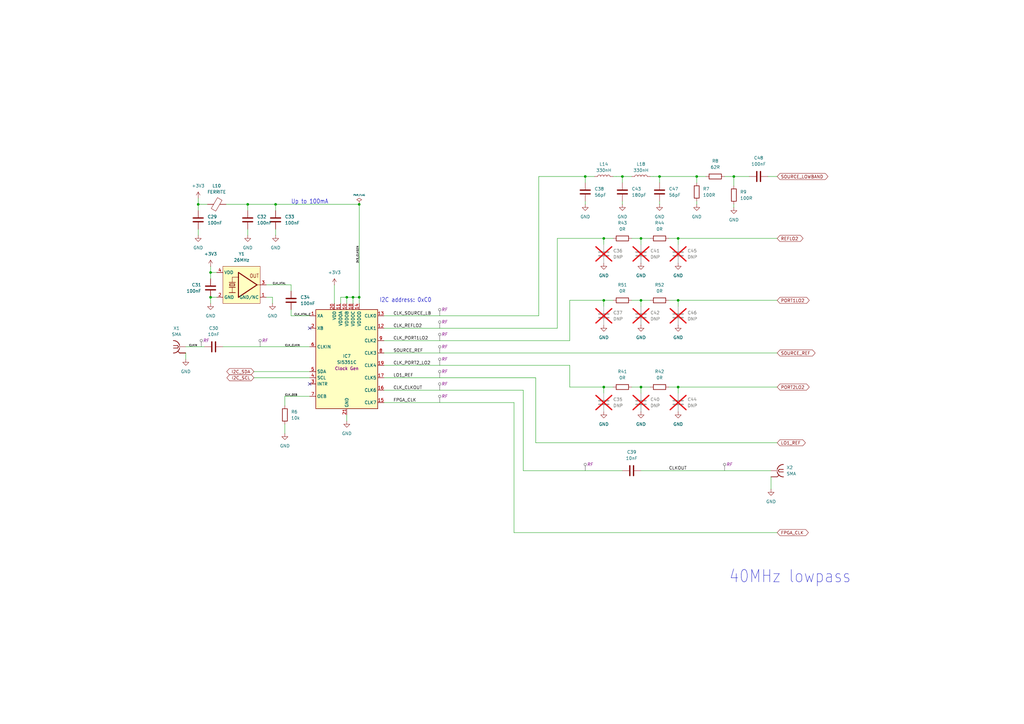
<source format=kicad_sch>
(kicad_sch
	(version 20231120)
	(generator "eeschema")
	(generator_version "8.0")
	(uuid "883e039f-11e4-4e72-a789-53d7e74b1c22")
	(paper "A3")
	(title_block
		(title "Reference Clock and 2.LO")
		(company "LibreVNA")
	)
	(lib_symbols
		(symbol "Device:C"
			(pin_numbers hide)
			(pin_names
				(offset 0.254)
			)
			(exclude_from_sim no)
			(in_bom yes)
			(on_board yes)
			(property "Reference" "C"
				(at 0.635 2.54 0)
				(effects
					(font
						(size 1.27 1.27)
					)
					(justify left)
				)
			)
			(property "Value" "C"
				(at 0.635 -2.54 0)
				(effects
					(font
						(size 1.27 1.27)
					)
					(justify left)
				)
			)
			(property "Footprint" ""
				(at 0.9652 -3.81 0)
				(effects
					(font
						(size 1.27 1.27)
					)
					(hide yes)
				)
			)
			(property "Datasheet" "~"
				(at 0 0 0)
				(effects
					(font
						(size 1.27 1.27)
					)
					(hide yes)
				)
			)
			(property "Description" "Unpolarized capacitor"
				(at 0 0 0)
				(effects
					(font
						(size 1.27 1.27)
					)
					(hide yes)
				)
			)
			(property "ki_keywords" "cap capacitor"
				(at 0 0 0)
				(effects
					(font
						(size 1.27 1.27)
					)
					(hide yes)
				)
			)
			(property "ki_fp_filters" "C_*"
				(at 0 0 0)
				(effects
					(font
						(size 1.27 1.27)
					)
					(hide yes)
				)
			)
			(symbol "C_0_1"
				(polyline
					(pts
						(xy -2.032 -0.762) (xy 2.032 -0.762)
					)
					(stroke
						(width 0.508)
						(type default)
					)
					(fill
						(type none)
					)
				)
				(polyline
					(pts
						(xy -2.032 0.762) (xy 2.032 0.762)
					)
					(stroke
						(width 0.508)
						(type default)
					)
					(fill
						(type none)
					)
				)
			)
			(symbol "C_1_1"
				(pin passive line
					(at 0 3.81 270)
					(length 2.794)
					(name "~"
						(effects
							(font
								(size 1.27 1.27)
							)
						)
					)
					(number "1"
						(effects
							(font
								(size 1.27 1.27)
							)
						)
					)
				)
				(pin passive line
					(at 0 -3.81 90)
					(length 2.794)
					(name "~"
						(effects
							(font
								(size 1.27 1.27)
							)
						)
					)
					(number "2"
						(effects
							(font
								(size 1.27 1.27)
							)
						)
					)
				)
			)
		)
		(symbol "Device:FerriteBead"
			(pin_numbers hide)
			(pin_names
				(offset 0)
			)
			(exclude_from_sim no)
			(in_bom yes)
			(on_board yes)
			(property "Reference" "FB"
				(at -3.81 0.635 90)
				(effects
					(font
						(size 1.27 1.27)
					)
				)
			)
			(property "Value" "FerriteBead"
				(at 3.81 0 90)
				(effects
					(font
						(size 1.27 1.27)
					)
				)
			)
			(property "Footprint" ""
				(at -1.778 0 90)
				(effects
					(font
						(size 1.27 1.27)
					)
					(hide yes)
				)
			)
			(property "Datasheet" "~"
				(at 0 0 0)
				(effects
					(font
						(size 1.27 1.27)
					)
					(hide yes)
				)
			)
			(property "Description" "Ferrite bead"
				(at 0 0 0)
				(effects
					(font
						(size 1.27 1.27)
					)
					(hide yes)
				)
			)
			(property "ki_keywords" "L ferrite bead inductor filter"
				(at 0 0 0)
				(effects
					(font
						(size 1.27 1.27)
					)
					(hide yes)
				)
			)
			(property "ki_fp_filters" "Inductor_* L_* *Ferrite*"
				(at 0 0 0)
				(effects
					(font
						(size 1.27 1.27)
					)
					(hide yes)
				)
			)
			(symbol "FerriteBead_0_1"
				(polyline
					(pts
						(xy 0 -1.27) (xy 0 -1.2192)
					)
					(stroke
						(width 0)
						(type default)
					)
					(fill
						(type none)
					)
				)
				(polyline
					(pts
						(xy 0 1.27) (xy 0 1.2954)
					)
					(stroke
						(width 0)
						(type default)
					)
					(fill
						(type none)
					)
				)
				(polyline
					(pts
						(xy -2.7686 0.4064) (xy -1.7018 2.2606) (xy 2.7686 -0.3048) (xy 1.6764 -2.159) (xy -2.7686 0.4064)
					)
					(stroke
						(width 0)
						(type default)
					)
					(fill
						(type none)
					)
				)
			)
			(symbol "FerriteBead_1_1"
				(pin passive line
					(at 0 3.81 270)
					(length 2.54)
					(name "~"
						(effects
							(font
								(size 1.27 1.27)
							)
						)
					)
					(number "1"
						(effects
							(font
								(size 1.27 1.27)
							)
						)
					)
				)
				(pin passive line
					(at 0 -3.81 90)
					(length 2.54)
					(name "~"
						(effects
							(font
								(size 1.27 1.27)
							)
						)
					)
					(number "2"
						(effects
							(font
								(size 1.27 1.27)
							)
						)
					)
				)
			)
		)
		(symbol "Device:L"
			(pin_numbers hide)
			(pin_names
				(offset 1.016) hide)
			(exclude_from_sim no)
			(in_bom yes)
			(on_board yes)
			(property "Reference" "L"
				(at -1.27 0 90)
				(effects
					(font
						(size 1.27 1.27)
					)
				)
			)
			(property "Value" "L"
				(at 1.905 0 90)
				(effects
					(font
						(size 1.27 1.27)
					)
				)
			)
			(property "Footprint" ""
				(at 0 0 0)
				(effects
					(font
						(size 1.27 1.27)
					)
					(hide yes)
				)
			)
			(property "Datasheet" "~"
				(at 0 0 0)
				(effects
					(font
						(size 1.27 1.27)
					)
					(hide yes)
				)
			)
			(property "Description" "Inductor"
				(at 0 0 0)
				(effects
					(font
						(size 1.27 1.27)
					)
					(hide yes)
				)
			)
			(property "ki_keywords" "inductor choke coil reactor magnetic"
				(at 0 0 0)
				(effects
					(font
						(size 1.27 1.27)
					)
					(hide yes)
				)
			)
			(property "ki_fp_filters" "Choke_* *Coil* Inductor_* L_*"
				(at 0 0 0)
				(effects
					(font
						(size 1.27 1.27)
					)
					(hide yes)
				)
			)
			(symbol "L_0_1"
				(arc
					(start 0 -2.54)
					(mid 0.6323 -1.905)
					(end 0 -1.27)
					(stroke
						(width 0)
						(type default)
					)
					(fill
						(type none)
					)
				)
				(arc
					(start 0 -1.27)
					(mid 0.6323 -0.635)
					(end 0 0)
					(stroke
						(width 0)
						(type default)
					)
					(fill
						(type none)
					)
				)
				(arc
					(start 0 0)
					(mid 0.6323 0.635)
					(end 0 1.27)
					(stroke
						(width 0)
						(type default)
					)
					(fill
						(type none)
					)
				)
				(arc
					(start 0 1.27)
					(mid 0.6323 1.905)
					(end 0 2.54)
					(stroke
						(width 0)
						(type default)
					)
					(fill
						(type none)
					)
				)
			)
			(symbol "L_1_1"
				(pin passive line
					(at 0 3.81 270)
					(length 1.27)
					(name "1"
						(effects
							(font
								(size 1.27 1.27)
							)
						)
					)
					(number "1"
						(effects
							(font
								(size 1.27 1.27)
							)
						)
					)
				)
				(pin passive line
					(at 0 -3.81 90)
					(length 1.27)
					(name "2"
						(effects
							(font
								(size 1.27 1.27)
							)
						)
					)
					(number "2"
						(effects
							(font
								(size 1.27 1.27)
							)
						)
					)
				)
			)
		)
		(symbol "Device:R"
			(pin_numbers hide)
			(pin_names
				(offset 0)
			)
			(exclude_from_sim no)
			(in_bom yes)
			(on_board yes)
			(property "Reference" "R"
				(at 2.032 0 90)
				(effects
					(font
						(size 1.27 1.27)
					)
				)
			)
			(property "Value" "R"
				(at 0 0 90)
				(effects
					(font
						(size 1.27 1.27)
					)
				)
			)
			(property "Footprint" ""
				(at -1.778 0 90)
				(effects
					(font
						(size 1.27 1.27)
					)
					(hide yes)
				)
			)
			(property "Datasheet" "~"
				(at 0 0 0)
				(effects
					(font
						(size 1.27 1.27)
					)
					(hide yes)
				)
			)
			(property "Description" "Resistor"
				(at 0 0 0)
				(effects
					(font
						(size 1.27 1.27)
					)
					(hide yes)
				)
			)
			(property "ki_keywords" "R res resistor"
				(at 0 0 0)
				(effects
					(font
						(size 1.27 1.27)
					)
					(hide yes)
				)
			)
			(property "ki_fp_filters" "R_*"
				(at 0 0 0)
				(effects
					(font
						(size 1.27 1.27)
					)
					(hide yes)
				)
			)
			(symbol "R_0_1"
				(rectangle
					(start -1.016 -2.54)
					(end 1.016 2.54)
					(stroke
						(width 0.254)
						(type default)
					)
					(fill
						(type none)
					)
				)
			)
			(symbol "R_1_1"
				(pin passive line
					(at 0 3.81 270)
					(length 1.27)
					(name "~"
						(effects
							(font
								(size 1.27 1.27)
							)
						)
					)
					(number "1"
						(effects
							(font
								(size 1.27 1.27)
							)
						)
					)
				)
				(pin passive line
					(at 0 -3.81 90)
					(length 1.27)
					(name "~"
						(effects
							(font
								(size 1.27 1.27)
							)
						)
					)
					(number "2"
						(effects
							(font
								(size 1.27 1.27)
							)
						)
					)
				)
			)
		)
		(symbol "Oscillator:Si5351C-B-GM"
			(exclude_from_sim no)
			(in_bom yes)
			(on_board yes)
			(property "Reference" "U"
				(at -12.7 21.59 0)
				(effects
					(font
						(size 1.27 1.27)
					)
				)
			)
			(property "Value" "Si5351C-B-GM"
				(at -13.97 -22.86 0)
				(effects
					(font
						(size 1.27 1.27)
					)
				)
			)
			(property "Footprint" "Package_DFN_QFN:QFN-20-1EP_4x4mm_P0.5mm_EP2.7x2.7mm"
				(at 0 -30.48 0)
				(effects
					(font
						(size 1.27 1.27)
					)
					(hide yes)
				)
			)
			(property "Datasheet" "https://www.silabs.com/documents/public/data-sheets/Si5351-B.pdf"
				(at 0 0 0)
				(effects
					(font
						(size 1.27 1.27)
					)
					(hide yes)
				)
			)
			(property "Description" "I2C Programmable Any-Frequency CMOS Clock Generator, QFN-20"
				(at 0 0 0)
				(effects
					(font
						(size 1.27 1.27)
					)
					(hide yes)
				)
			)
			(property "ki_keywords" "CMOS Synth Oscillator I2C"
				(at 0 0 0)
				(effects
					(font
						(size 1.27 1.27)
					)
					(hide yes)
				)
			)
			(property "ki_fp_filters" "QFN*1EP*4x4mm*P0.5mm*"
				(at 0 0 0)
				(effects
					(font
						(size 1.27 1.27)
					)
					(hide yes)
				)
			)
			(symbol "Si5351C-B-GM_1_1"
				(rectangle
					(start -12.7 20.32)
					(end 12.7 -20.32)
					(stroke
						(width 0.254)
						(type default)
					)
					(fill
						(type background)
					)
				)
				(pin input line
					(at -15.24 17.78 0)
					(length 2.54)
					(name "XA"
						(effects
							(font
								(size 1.27 1.27)
							)
						)
					)
					(number "1"
						(effects
							(font
								(size 1.27 1.27)
							)
						)
					)
				)
				(pin power_in line
					(at 0 22.86 270)
					(length 2.54)
					(name "VDDOB"
						(effects
							(font
								(size 1.27 1.27)
							)
						)
					)
					(number "10"
						(effects
							(font
								(size 1.27 1.27)
							)
						)
					)
				)
				(pin power_in line
					(at -2.54 22.86 270)
					(length 2.54)
					(name "VDDOA"
						(effects
							(font
								(size 1.27 1.27)
							)
						)
					)
					(number "11"
						(effects
							(font
								(size 1.27 1.27)
							)
						)
					)
				)
				(pin output line
					(at 15.24 12.7 180)
					(length 2.54)
					(name "CLK1"
						(effects
							(font
								(size 1.27 1.27)
							)
						)
					)
					(number "12"
						(effects
							(font
								(size 1.27 1.27)
							)
						)
					)
				)
				(pin output line
					(at 15.24 17.78 180)
					(length 2.54)
					(name "CLK0"
						(effects
							(font
								(size 1.27 1.27)
							)
						)
					)
					(number "13"
						(effects
							(font
								(size 1.27 1.27)
							)
						)
					)
				)
				(pin power_in line
					(at 5.08 22.86 270)
					(length 2.54)
					(name "VDDOD"
						(effects
							(font
								(size 1.27 1.27)
							)
						)
					)
					(number "14"
						(effects
							(font
								(size 1.27 1.27)
							)
						)
					)
				)
				(pin output line
					(at 15.24 -17.78 180)
					(length 2.54)
					(name "CLK7"
						(effects
							(font
								(size 1.27 1.27)
							)
						)
					)
					(number "15"
						(effects
							(font
								(size 1.27 1.27)
							)
						)
					)
				)
				(pin output line
					(at 15.24 -12.7 180)
					(length 2.54)
					(name "CLK6"
						(effects
							(font
								(size 1.27 1.27)
							)
						)
					)
					(number "16"
						(effects
							(font
								(size 1.27 1.27)
							)
						)
					)
				)
				(pin output line
					(at 15.24 -7.62 180)
					(length 2.54)
					(name "CLK5"
						(effects
							(font
								(size 1.27 1.27)
							)
						)
					)
					(number "17"
						(effects
							(font
								(size 1.27 1.27)
							)
						)
					)
				)
				(pin power_in line
					(at 2.54 22.86 270)
					(length 2.54)
					(name "VDDOC"
						(effects
							(font
								(size 1.27 1.27)
							)
						)
					)
					(number "18"
						(effects
							(font
								(size 1.27 1.27)
							)
						)
					)
				)
				(pin output line
					(at 15.24 -2.54 180)
					(length 2.54)
					(name "CLK4"
						(effects
							(font
								(size 1.27 1.27)
							)
						)
					)
					(number "19"
						(effects
							(font
								(size 1.27 1.27)
							)
						)
					)
				)
				(pin input line
					(at -15.24 12.7 0)
					(length 2.54)
					(name "XB"
						(effects
							(font
								(size 1.27 1.27)
							)
						)
					)
					(number "2"
						(effects
							(font
								(size 1.27 1.27)
							)
						)
					)
				)
				(pin power_in line
					(at -5.08 22.86 270)
					(length 2.54)
					(name "VDD"
						(effects
							(font
								(size 1.27 1.27)
							)
						)
					)
					(number "20"
						(effects
							(font
								(size 1.27 1.27)
							)
						)
					)
				)
				(pin power_in line
					(at 0 -22.86 90)
					(length 2.54)
					(name "GND"
						(effects
							(font
								(size 1.27 1.27)
							)
						)
					)
					(number "21"
						(effects
							(font
								(size 1.27 1.27)
							)
						)
					)
				)
				(pin output line
					(at -15.24 -10.16 0)
					(length 2.54)
					(name "INTR"
						(effects
							(font
								(size 1.27 1.27)
							)
						)
					)
					(number "3"
						(effects
							(font
								(size 1.27 1.27)
							)
						)
					)
				)
				(pin input line
					(at -15.24 -7.62 0)
					(length 2.54)
					(name "SCL"
						(effects
							(font
								(size 1.27 1.27)
							)
						)
					)
					(number "4"
						(effects
							(font
								(size 1.27 1.27)
							)
						)
					)
				)
				(pin bidirectional line
					(at -15.24 -5.08 0)
					(length 2.54)
					(name "SDA"
						(effects
							(font
								(size 1.27 1.27)
							)
						)
					)
					(number "5"
						(effects
							(font
								(size 1.27 1.27)
							)
						)
					)
				)
				(pin input line
					(at -15.24 5.08 0)
					(length 2.54)
					(name "CLKIN"
						(effects
							(font
								(size 1.27 1.27)
							)
						)
					)
					(number "6"
						(effects
							(font
								(size 1.27 1.27)
							)
						)
					)
				)
				(pin input line
					(at -15.24 -15.24 0)
					(length 2.54)
					(name "OEB"
						(effects
							(font
								(size 1.27 1.27)
							)
						)
					)
					(number "7"
						(effects
							(font
								(size 1.27 1.27)
							)
						)
					)
				)
				(pin output line
					(at 15.24 2.54 180)
					(length 2.54)
					(name "CLK3"
						(effects
							(font
								(size 1.27 1.27)
							)
						)
					)
					(number "8"
						(effects
							(font
								(size 1.27 1.27)
							)
						)
					)
				)
				(pin output line
					(at 15.24 7.62 180)
					(length 2.54)
					(name "CLK2"
						(effects
							(font
								(size 1.27 1.27)
							)
						)
					)
					(number "9"
						(effects
							(font
								(size 1.27 1.27)
							)
						)
					)
				)
			)
		)
		(symbol "VNA:C-EU?{colon}2C0402"
			(exclude_from_sim no)
			(in_bom yes)
			(on_board yes)
			(property "Reference" "C"
				(at 1.524 0.381 0)
				(effects
					(font
						(size 1.778 1.5113)
					)
					(justify left bottom)
				)
			)
			(property "Value" ""
				(at 1.524 -4.699 0)
				(effects
					(font
						(size 1.778 1.5113)
					)
					(justify left bottom)
				)
			)
			(property "Footprint" "VNA:C0402"
				(at 0 0 0)
				(effects
					(font
						(size 1.27 1.27)
					)
					(hide yes)
				)
			)
			(property "Datasheet" ""
				(at 0 0 0)
				(effects
					(font
						(size 1.27 1.27)
					)
					(hide yes)
				)
			)
			(property "Description" "CAPACITOR, European symbol"
				(at 0 0 0)
				(effects
					(font
						(size 1.27 1.27)
					)
					(hide yes)
				)
			)
			(property "ki_locked" ""
				(at 0 0 0)
				(effects
					(font
						(size 1.27 1.27)
					)
				)
			)
			(symbol "C-EU?{colon}2C0402_1_0"
				(rectangle
					(start -2.032 -2.032)
					(end 2.032 -1.524)
					(stroke
						(width 0)
						(type default)
					)
					(fill
						(type outline)
					)
				)
				(rectangle
					(start -2.032 -1.016)
					(end 2.032 -0.508)
					(stroke
						(width 0)
						(type default)
					)
					(fill
						(type outline)
					)
				)
				(polyline
					(pts
						(xy 0 -2.54) (xy 0 -2.032)
					)
					(stroke
						(width 0.1524)
						(type solid)
					)
					(fill
						(type none)
					)
				)
				(polyline
					(pts
						(xy 0 0) (xy 0 -0.508)
					)
					(stroke
						(width 0.1524)
						(type solid)
					)
					(fill
						(type none)
					)
				)
				(pin passive line
					(at 0 2.54 270)
					(length 2.54)
					(name "1"
						(effects
							(font
								(size 0 0)
							)
						)
					)
					(number "1"
						(effects
							(font
								(size 0 0)
							)
						)
					)
				)
				(pin passive line
					(at 0 -5.08 90)
					(length 2.54)
					(name "2"
						(effects
							(font
								(size 0 0)
							)
						)
					)
					(number "2"
						(effects
							(font
								(size 0 0)
							)
						)
					)
				)
			)
		)
		(symbol "VNA:FERRITE"
			(exclude_from_sim no)
			(in_bom yes)
			(on_board yes)
			(property "Reference" "L"
				(at -1.4986 -3.81 90)
				(effects
					(font
						(size 1.778 1.5113)
					)
					(justify left bottom)
				)
			)
			(property "Value" ""
				(at 3.302 -3.81 90)
				(effects
					(font
						(size 1.778 1.5113)
					)
					(justify left bottom)
				)
			)
			(property "Footprint" "VNA:R0402"
				(at 0 0 0)
				(effects
					(font
						(size 1.27 1.27)
					)
					(hide yes)
				)
			)
			(property "Datasheet" ""
				(at 0 0 0)
				(effects
					(font
						(size 1.27 1.27)
					)
					(hide yes)
				)
			)
			(property "Description" ""
				(at 0 0 0)
				(effects
					(font
						(size 1.27 1.27)
					)
					(hide yes)
				)
			)
			(property "ki_locked" ""
				(at 0 0 0)
				(effects
					(font
						(size 1.27 1.27)
					)
				)
			)
			(symbol "FERRITE_1_0"
				(rectangle
					(start -1.016 -3.556)
					(end 1.016 3.556)
					(stroke
						(width 0)
						(type default)
					)
					(fill
						(type outline)
					)
				)
				(pin passive line
					(at 0 5.08 270)
					(length 2.54)
					(name "1"
						(effects
							(font
								(size 0 0)
							)
						)
					)
					(number "1"
						(effects
							(font
								(size 0 0)
							)
						)
					)
				)
				(pin passive line
					(at 0 -5.08 90)
					(length 2.54)
					(name "2"
						(effects
							(font
								(size 0 0)
							)
						)
					)
					(number "2"
						(effects
							(font
								(size 0 0)
							)
						)
					)
				)
			)
		)
		(symbol "VNA:INDUCTOR0402"
			(exclude_from_sim no)
			(in_bom yes)
			(on_board yes)
			(property "Reference" "L"
				(at -1.4986 -3.81 90)
				(effects
					(font
						(size 1.778 1.5113)
					)
					(justify left bottom)
				)
			)
			(property "Value" ""
				(at 3.302 -3.81 90)
				(effects
					(font
						(size 1.778 1.5113)
					)
					(justify left bottom)
				)
			)
			(property "Footprint" "VNA:L0402"
				(at 0 0 0)
				(effects
					(font
						(size 1.27 1.27)
					)
					(hide yes)
				)
			)
			(property "Datasheet" ""
				(at 0 0 0)
				(effects
					(font
						(size 1.27 1.27)
					)
					(hide yes)
				)
			)
			(property "Description" ""
				(at 0 0 0)
				(effects
					(font
						(size 1.27 1.27)
					)
					(hide yes)
				)
			)
			(property "ki_locked" ""
				(at 0 0 0)
				(effects
					(font
						(size 1.27 1.27)
					)
				)
			)
			(symbol "INDUCTOR0402_1_0"
				(rectangle
					(start -1.016 -3.556)
					(end 1.016 3.556)
					(stroke
						(width 0)
						(type default)
					)
					(fill
						(type outline)
					)
				)
				(pin passive line
					(at 0 5.08 270)
					(length 2.54)
					(name "1"
						(effects
							(font
								(size 0 0)
							)
						)
					)
					(number "1"
						(effects
							(font
								(size 0 0)
							)
						)
					)
				)
				(pin passive line
					(at 0 -5.08 90)
					(length 2.54)
					(name "2"
						(effects
							(font
								(size 0 0)
							)
						)
					)
					(number "2"
						(effects
							(font
								(size 0 0)
							)
						)
					)
				)
			)
		)
		(symbol "VNA:KXO-TCXO-CMOS-86"
			(exclude_from_sim no)
			(in_bom yes)
			(on_board yes)
			(property "Reference" "Q"
				(at -7.874 7.874 0)
				(effects
					(font
						(size 1.27 1.27)
					)
					(justify left bottom)
				)
			)
			(property "Value" "KXO-TCXO-86"
				(at -0.762 -8.89 0)
				(effects
					(font
						(size 1.27 1.27)
					)
				)
			)
			(property "Footprint" "VNA:2.5X2.0_KXO-86-TCXO"
				(at 0.508 13.208 0)
				(effects
					(font
						(size 1.27 1.27)
					)
					(hide yes)
				)
			)
			(property "Datasheet" "https://www.geyer-electronic.de/wp-content/uploads/2022/09/GEYER-KXO-86-TCXO-HCMOS.pdf"
				(at 0 0 0)
				(effects
					(font
						(size 1.27 1.27)
					)
					(hide yes)
				)
			)
			(property "Description" "Temperature Compensated Crystal Oscillator 1.8/2.5/3.3V"
				(at -5.08 27.686 0)
				(effects
					(font
						(size 1.27 1.27)
					)
					(hide yes)
				)
			)
			(property "ki_keywords" "Crystal Oscillator"
				(at 0 0 0)
				(effects
					(font
						(size 1.27 1.27)
					)
					(hide yes)
				)
			)
			(symbol "KXO-TCXO-CMOS-86_1_0"
				(polyline
					(pts
						(xy -5.08 -3.175) (xy -2.54 -3.175)
					)
					(stroke
						(width 0.254)
						(type solid)
					)
					(fill
						(type none)
					)
				)
				(polyline
					(pts
						(xy -5.08 -1.016) (xy -3.81 -1.016)
					)
					(stroke
						(width 0.254)
						(type solid)
					)
					(fill
						(type none)
					)
				)
				(polyline
					(pts
						(xy -5.08 1.016) (xy -2.54 1.016)
					)
					(stroke
						(width 0.254)
						(type solid)
					)
					(fill
						(type none)
					)
				)
				(polyline
					(pts
						(xy -4.826 -0.381) (xy -4.826 0.381)
					)
					(stroke
						(width 0.254)
						(type solid)
					)
					(fill
						(type none)
					)
				)
				(polyline
					(pts
						(xy -4.826 -0.381) (xy -2.794 -0.381)
					)
					(stroke
						(width 0.254)
						(type solid)
					)
					(fill
						(type none)
					)
				)
				(polyline
					(pts
						(xy -4.826 0.381) (xy -2.794 0.381)
					)
					(stroke
						(width 0.254)
						(type solid)
					)
					(fill
						(type none)
					)
				)
				(polyline
					(pts
						(xy -3.81 -3.175) (xy -3.81 -1.016)
					)
					(stroke
						(width 0.1524)
						(type solid)
					)
					(fill
						(type none)
					)
				)
				(polyline
					(pts
						(xy -3.81 -1.016) (xy -2.54 -1.016)
					)
					(stroke
						(width 0.254)
						(type solid)
					)
					(fill
						(type none)
					)
				)
				(polyline
					(pts
						(xy -3.81 1.016) (xy -3.81 3.175)
					)
					(stroke
						(width 0.1524)
						(type solid)
					)
					(fill
						(type none)
					)
				)
				(polyline
					(pts
						(xy -3.81 3.175) (xy -1.27 3.175)
					)
					(stroke
						(width 0.1524)
						(type solid)
					)
					(fill
						(type none)
					)
				)
				(polyline
					(pts
						(xy -2.794 0.381) (xy -2.794 -0.381)
					)
					(stroke
						(width 0.254)
						(type solid)
					)
					(fill
						(type none)
					)
				)
				(polyline
					(pts
						(xy -1.27 -5.08) (xy -1.27 3.175)
					)
					(stroke
						(width 0.4064)
						(type solid)
					)
					(fill
						(type none)
					)
				)
				(polyline
					(pts
						(xy -1.27 3.175) (xy -1.27 5.08)
					)
					(stroke
						(width 0.4064)
						(type solid)
					)
					(fill
						(type none)
					)
				)
				(polyline
					(pts
						(xy -1.27 5.08) (xy 6.35 0)
					)
					(stroke
						(width 0.4064)
						(type solid)
					)
					(fill
						(type none)
					)
				)
				(polyline
					(pts
						(xy 6.35 0) (xy -1.27 -5.08)
					)
					(stroke
						(width 0.4064)
						(type solid)
					)
					(fill
						(type none)
					)
				)
				(polyline
					(pts
						(xy 6.35 0) (xy 7.62 0)
					)
					(stroke
						(width 0.1524)
						(type solid)
					)
					(fill
						(type none)
					)
				)
				(text "OUT"
					(at 3.302 2.794 0)
					(effects
						(font
							(size 1.524 1.2954)
						)
						(justify left bottom)
					)
				)
				(pin power_in line
					(at 10.16 -5.08 180)
					(length 2.54)
					(name "GND/NC"
						(effects
							(font
								(size 1.27 1.27)
							)
						)
					)
					(number "1"
						(effects
							(font
								(size 1.27 1.27)
							)
						)
					)
				)
				(pin power_in line
					(at -10.16 -5.08 0)
					(length 2.54)
					(name "GND"
						(effects
							(font
								(size 1.27 1.27)
							)
						)
					)
					(number "2"
						(effects
							(font
								(size 1.27 1.27)
							)
						)
					)
				)
				(pin output line
					(at 10.16 0 180)
					(length 2.54)
					(name "OUT"
						(effects
							(font
								(size 0 0)
							)
						)
					)
					(number "3"
						(effects
							(font
								(size 1.27 1.27)
							)
						)
					)
				)
				(pin power_in line
					(at -10.16 5.08 0)
					(length 2.54)
					(name "VDD"
						(effects
							(font
								(size 1.27 1.27)
							)
						)
					)
					(number "4"
						(effects
							(font
								(size 1.27 1.27)
							)
						)
					)
				)
			)
			(symbol "KXO-TCXO-CMOS-86_1_1"
				(rectangle
					(start -7.62 7.62)
					(end 7.62 -7.62)
					(stroke
						(width 0)
						(type default)
					)
					(fill
						(type background)
					)
				)
			)
		)
		(symbol "VNA:R-EU_R0402"
			(exclude_from_sim no)
			(in_bom yes)
			(on_board yes)
			(property "Reference" "R"
				(at -3.81 1.4986 0)
				(effects
					(font
						(size 1.778 1.5113)
					)
					(justify left bottom)
				)
			)
			(property "Value" ""
				(at -3.81 -3.302 0)
				(effects
					(font
						(size 1.778 1.5113)
					)
					(justify left bottom)
				)
			)
			(property "Footprint" "VNA:R0402"
				(at 0 0 0)
				(effects
					(font
						(size 1.27 1.27)
					)
					(hide yes)
				)
			)
			(property "Datasheet" ""
				(at 0 0 0)
				(effects
					(font
						(size 1.27 1.27)
					)
					(hide yes)
				)
			)
			(property "Description" "RESISTOR, European symbol"
				(at 0 0 0)
				(effects
					(font
						(size 1.27 1.27)
					)
					(hide yes)
				)
			)
			(property "ki_locked" ""
				(at 0 0 0)
				(effects
					(font
						(size 1.27 1.27)
					)
				)
			)
			(symbol "R-EU_R0402_1_0"
				(polyline
					(pts
						(xy -2.54 -0.889) (xy -2.54 0.889)
					)
					(stroke
						(width 0.254)
						(type solid)
					)
					(fill
						(type none)
					)
				)
				(polyline
					(pts
						(xy -2.54 -0.889) (xy 2.54 -0.889)
					)
					(stroke
						(width 0.254)
						(type solid)
					)
					(fill
						(type none)
					)
				)
				(polyline
					(pts
						(xy 2.54 -0.889) (xy 2.54 0.889)
					)
					(stroke
						(width 0.254)
						(type solid)
					)
					(fill
						(type none)
					)
				)
				(polyline
					(pts
						(xy 2.54 0.889) (xy -2.54 0.889)
					)
					(stroke
						(width 0.254)
						(type solid)
					)
					(fill
						(type none)
					)
				)
				(pin passive line
					(at -5.08 0 0)
					(length 2.54)
					(name "1"
						(effects
							(font
								(size 0 0)
							)
						)
					)
					(number "1"
						(effects
							(font
								(size 0 0)
							)
						)
					)
				)
				(pin passive line
					(at 5.08 0 180)
					(length 2.54)
					(name "2"
						(effects
							(font
								(size 0 0)
							)
						)
					)
					(number "2"
						(effects
							(font
								(size 0 0)
							)
						)
					)
				)
			)
		)
		(symbol "VNA:SMA_CONNECTOR"
			(exclude_from_sim no)
			(in_bom yes)
			(on_board yes)
			(property "Reference" "X"
				(at -2.54 3.302 0)
				(effects
					(font
						(size 1.778 1.5113)
					)
					(justify left bottom)
				)
			)
			(property "Value" ""
				(at -2.54 -5.08 0)
				(effects
					(font
						(size 1.778 1.5113)
					)
					(justify left bottom)
				)
			)
			(property "Footprint" "VNA:J502-ND-142-0711-821_826"
				(at 0.762 0.254 0)
				(effects
					(font
						(size 1.27 1.27)
					)
					(hide yes)
				)
			)
			(property "Datasheet" ""
				(at 0 0 0)
				(effects
					(font
						(size 1.27 1.27)
					)
					(hide yes)
				)
			)
			(property "Description" ""
				(at 0 0 0)
				(effects
					(font
						(size 1.27 1.27)
					)
					(hide yes)
				)
			)
			(property "ki_locked" ""
				(at 0 0 0)
				(effects
					(font
						(size 1.27 1.27)
					)
				)
			)
			(symbol "SMA_CONNECTOR_1_0"
				(arc
					(start -2.54 -2.54)
					(mid -0.9022 -1.9838)
					(end 0 -0.508)
					(stroke
						(width 0.3048)
						(type solid)
					)
					(fill
						(type none)
					)
				)
				(polyline
					(pts
						(xy -2.54 0.508) (xy -0.762 0.508)
					)
					(stroke
						(width 0.254)
						(type solid)
					)
					(fill
						(type none)
					)
				)
				(polyline
					(pts
						(xy -0.762 -0.508) (xy -2.54 -0.508)
					)
					(stroke
						(width 0.254)
						(type solid)
					)
					(fill
						(type none)
					)
				)
				(polyline
					(pts
						(xy -0.762 0.508) (xy -0.508 0)
					)
					(stroke
						(width 0.254)
						(type solid)
					)
					(fill
						(type none)
					)
				)
				(polyline
					(pts
						(xy -0.508 0) (xy -0.762 -0.508)
					)
					(stroke
						(width 0.254)
						(type solid)
					)
					(fill
						(type none)
					)
				)
				(polyline
					(pts
						(xy 0 -2.54) (xy -0.762 -1.778)
					)
					(stroke
						(width 0.254)
						(type solid)
					)
					(fill
						(type none)
					)
				)
				(polyline
					(pts
						(xy 0 0) (xy -0.508 0)
					)
					(stroke
						(width 0.1524)
						(type solid)
					)
					(fill
						(type none)
					)
				)
				(arc
					(start 0 0.508)
					(mid -0.9022 1.9838)
					(end -2.54 2.54)
					(stroke
						(width 0.3048)
						(type solid)
					)
					(fill
						(type none)
					)
				)
				(pin passive line
					(at 2.54 0 180)
					(length 2.54)
					(name "1"
						(effects
							(font
								(size 0 0)
							)
						)
					)
					(number "1"
						(effects
							(font
								(size 0 0)
							)
						)
					)
				)
				(pin passive line
					(at 2.54 -2.54 180)
					(length 2.54)
					(name "2"
						(effects
							(font
								(size 0 0)
							)
						)
					)
					(number "G@1"
						(effects
							(font
								(size 0 0)
							)
						)
					)
				)
				(pin passive line
					(at 2.54 -2.54 180)
					(length 2.54)
					(name "2"
						(effects
							(font
								(size 0 0)
							)
						)
					)
					(number "G@2"
						(effects
							(font
								(size 0 0)
							)
						)
					)
				)
				(pin passive line
					(at 2.54 -2.54 180)
					(length 2.54)
					(name "2"
						(effects
							(font
								(size 0 0)
							)
						)
					)
					(number "G@3"
						(effects
							(font
								(size 0 0)
							)
						)
					)
				)
				(pin passive line
					(at 2.54 -2.54 180)
					(length 2.54)
					(name "2"
						(effects
							(font
								(size 0 0)
							)
						)
					)
					(number "G@4"
						(effects
							(font
								(size 0 0)
							)
						)
					)
				)
			)
		)
		(symbol "power:GND"
			(power)
			(pin_numbers hide)
			(pin_names
				(offset 0) hide)
			(exclude_from_sim no)
			(in_bom yes)
			(on_board yes)
			(property "Reference" "#PWR"
				(at 0 -6.35 0)
				(effects
					(font
						(size 1.27 1.27)
					)
					(hide yes)
				)
			)
			(property "Value" "GND"
				(at 0 -3.81 0)
				(effects
					(font
						(size 1.27 1.27)
					)
				)
			)
			(property "Footprint" ""
				(at 0 0 0)
				(effects
					(font
						(size 1.27 1.27)
					)
					(hide yes)
				)
			)
			(property "Datasheet" ""
				(at 0 0 0)
				(effects
					(font
						(size 1.27 1.27)
					)
					(hide yes)
				)
			)
			(property "Description" "Power symbol creates a global label with name \"GND\" , ground"
				(at 0 0 0)
				(effects
					(font
						(size 1.27 1.27)
					)
					(hide yes)
				)
			)
			(property "ki_keywords" "global power"
				(at 0 0 0)
				(effects
					(font
						(size 1.27 1.27)
					)
					(hide yes)
				)
			)
			(symbol "GND_0_1"
				(polyline
					(pts
						(xy 0 0) (xy 0 -1.27) (xy 1.27 -1.27) (xy 0 -2.54) (xy -1.27 -1.27) (xy 0 -1.27)
					)
					(stroke
						(width 0)
						(type default)
					)
					(fill
						(type none)
					)
				)
			)
			(symbol "GND_1_1"
				(pin power_in line
					(at 0 0 270)
					(length 0)
					(name "~"
						(effects
							(font
								(size 1.27 1.27)
							)
						)
					)
					(number "1"
						(effects
							(font
								(size 1.27 1.27)
							)
						)
					)
				)
			)
		)
		(symbol "power:PWR_FLAG"
			(power)
			(pin_numbers hide)
			(pin_names
				(offset 0) hide)
			(exclude_from_sim no)
			(in_bom yes)
			(on_board yes)
			(property "Reference" "#FLG"
				(at 0 1.905 0)
				(effects
					(font
						(size 1.27 1.27)
					)
					(hide yes)
				)
			)
			(property "Value" "PWR_FLAG"
				(at 0 3.81 0)
				(effects
					(font
						(size 1.27 1.27)
					)
				)
			)
			(property "Footprint" ""
				(at 0 0 0)
				(effects
					(font
						(size 1.27 1.27)
					)
					(hide yes)
				)
			)
			(property "Datasheet" "~"
				(at 0 0 0)
				(effects
					(font
						(size 1.27 1.27)
					)
					(hide yes)
				)
			)
			(property "Description" "Special symbol for telling ERC where power comes from"
				(at 0 0 0)
				(effects
					(font
						(size 1.27 1.27)
					)
					(hide yes)
				)
			)
			(property "ki_keywords" "flag power"
				(at 0 0 0)
				(effects
					(font
						(size 1.27 1.27)
					)
					(hide yes)
				)
			)
			(symbol "PWR_FLAG_0_0"
				(pin power_out line
					(at 0 0 90)
					(length 0)
					(name "~"
						(effects
							(font
								(size 1.27 1.27)
							)
						)
					)
					(number "1"
						(effects
							(font
								(size 1.27 1.27)
							)
						)
					)
				)
			)
			(symbol "PWR_FLAG_0_1"
				(polyline
					(pts
						(xy 0 0) (xy 0 1.27) (xy -1.016 1.905) (xy 0 2.54) (xy 1.016 1.905) (xy 0 1.27)
					)
					(stroke
						(width 0)
						(type default)
					)
					(fill
						(type none)
					)
				)
			)
		)
		(symbol "power:VCC"
			(power)
			(pin_numbers hide)
			(pin_names
				(offset 0) hide)
			(exclude_from_sim no)
			(in_bom yes)
			(on_board yes)
			(property "Reference" "#PWR"
				(at 0 -3.81 0)
				(effects
					(font
						(size 1.27 1.27)
					)
					(hide yes)
				)
			)
			(property "Value" "VCC"
				(at 0 3.556 0)
				(effects
					(font
						(size 1.27 1.27)
					)
				)
			)
			(property "Footprint" ""
				(at 0 0 0)
				(effects
					(font
						(size 1.27 1.27)
					)
					(hide yes)
				)
			)
			(property "Datasheet" ""
				(at 0 0 0)
				(effects
					(font
						(size 1.27 1.27)
					)
					(hide yes)
				)
			)
			(property "Description" "Power symbol creates a global label with name \"VCC\""
				(at 0 0 0)
				(effects
					(font
						(size 1.27 1.27)
					)
					(hide yes)
				)
			)
			(property "ki_keywords" "global power"
				(at 0 0 0)
				(effects
					(font
						(size 1.27 1.27)
					)
					(hide yes)
				)
			)
			(symbol "VCC_0_1"
				(polyline
					(pts
						(xy -0.762 1.27) (xy 0 2.54)
					)
					(stroke
						(width 0)
						(type default)
					)
					(fill
						(type none)
					)
				)
				(polyline
					(pts
						(xy 0 0) (xy 0 2.54)
					)
					(stroke
						(width 0)
						(type default)
					)
					(fill
						(type none)
					)
				)
				(polyline
					(pts
						(xy 0 2.54) (xy 0.762 1.27)
					)
					(stroke
						(width 0)
						(type default)
					)
					(fill
						(type none)
					)
				)
			)
			(symbol "VCC_1_1"
				(pin power_in line
					(at 0 0 90)
					(length 0)
					(name "~"
						(effects
							(font
								(size 1.27 1.27)
							)
						)
					)
					(number "1"
						(effects
							(font
								(size 1.27 1.27)
							)
						)
					)
				)
			)
		)
	)
	(junction
		(at 278.13 158.75)
		(diameter 0)
		(color 0 0 0 0)
		(uuid "015a1ad7-c083-4ac0-bf75-d7b04c1c0fee")
	)
	(junction
		(at 270.51 72.39)
		(diameter 0)
		(color 0 0 0 0)
		(uuid "0cd0a465-d755-4f5a-b3eb-1ccebdc02e0a")
	)
	(junction
		(at 86.36 121.92)
		(diameter 0)
		(color 0 0 0 0)
		(uuid "10613ee8-7488-4595-8868-90b4e9993d2d")
	)
	(junction
		(at 262.89 158.75)
		(diameter 0)
		(color 0 0 0 0)
		(uuid "128157f5-cba2-4ef9-84c3-3ca6297f4260")
	)
	(junction
		(at 278.13 123.19)
		(diameter 0)
		(color 0 0 0 0)
		(uuid "152e670f-9242-46ce-9963-1234019f0428")
	)
	(junction
		(at 300.99 72.39)
		(diameter 0)
		(color 0 0 0 0)
		(uuid "22b933fe-2454-4cdf-9dda-69f89750aaf5")
	)
	(junction
		(at 144.78 121.92)
		(diameter 0)
		(color 0 0 0 0)
		(uuid "5a15f61d-2fc4-4a71-8b69-8ad67fc64945")
	)
	(junction
		(at 113.03 83.82)
		(diameter 0)
		(color 0 0 0 0)
		(uuid "66325e85-5912-4559-b849-f86796ae14a8")
	)
	(junction
		(at 147.32 83.82)
		(diameter 0)
		(color 0 0 0 0)
		(uuid "6e6d79b1-743a-4294-a871-26a5786887f3")
	)
	(junction
		(at 147.32 121.92)
		(diameter 0)
		(color 0 0 0 0)
		(uuid "795c6d0b-9121-4daa-abd0-2411752005b5")
	)
	(junction
		(at 278.13 97.79)
		(diameter 0)
		(color 0 0 0 0)
		(uuid "944eae13-a1d6-49fa-aaf1-abd5c194a8ae")
	)
	(junction
		(at 81.28 83.82)
		(diameter 0)
		(color 0 0 0 0)
		(uuid "9742ae23-05d8-49cb-b2db-286168e6328b")
	)
	(junction
		(at 240.03 72.39)
		(diameter 0)
		(color 0 0 0 0)
		(uuid "a225b7dc-9d84-48e9-8058-79db8e4c3c22")
	)
	(junction
		(at 262.89 123.19)
		(diameter 0)
		(color 0 0 0 0)
		(uuid "a2f37205-0919-47d9-9611-90b3578c4937")
	)
	(junction
		(at 262.89 97.79)
		(diameter 0)
		(color 0 0 0 0)
		(uuid "b2488036-cd91-4b66-8525-c6f71e864694")
	)
	(junction
		(at 86.36 111.76)
		(diameter 0)
		(color 0 0 0 0)
		(uuid "b5bd9f4c-451b-48ff-9ddb-2d1c9d0222b1")
	)
	(junction
		(at 255.27 72.39)
		(diameter 0)
		(color 0 0 0 0)
		(uuid "c2f34f69-e980-4110-ba13-7a8a5d5eadb8")
	)
	(junction
		(at 247.65 123.19)
		(diameter 0)
		(color 0 0 0 0)
		(uuid "c4491f23-3845-402e-adfc-e4e993988f37")
	)
	(junction
		(at 142.24 121.92)
		(diameter 0)
		(color 0 0 0 0)
		(uuid "d4c78ab0-7a45-439c-89c6-bce1f0b1eb13")
	)
	(junction
		(at 247.65 158.75)
		(diameter 0)
		(color 0 0 0 0)
		(uuid "d62da903-22b3-4025-ad35-2044cbb17c5d")
	)
	(junction
		(at 285.75 72.39)
		(diameter 0)
		(color 0 0 0 0)
		(uuid "e4f5141c-1e37-4082-b0f1-24bf3e820e7e")
	)
	(junction
		(at 247.65 97.79)
		(diameter 0)
		(color 0 0 0 0)
		(uuid "f02f75d5-4991-44bc-8855-0372713f11db")
	)
	(junction
		(at 101.6 83.82)
		(diameter 0)
		(color 0 0 0 0)
		(uuid "fdbb3ae6-7bef-487a-aceb-6f6783696cd6")
	)
	(no_connect
		(at 127 134.62)
		(uuid "678323ab-ace5-490e-9a67-3a0723b5a003")
	)
	(no_connect
		(at 127 157.48)
		(uuid "86a020c9-70b0-4ec2-adec-4470e17938f6")
	)
	(wire
		(pts
			(xy 262.89 97.79) (xy 266.7 97.79)
		)
		(stroke
			(width 0.1524)
			(type solid)
		)
		(uuid "000440e4-c50f-450b-ac5b-c318e00cdc8c")
	)
	(wire
		(pts
			(xy 297.18 72.39) (xy 300.99 72.39)
		)
		(stroke
			(width 0.1524)
			(type solid)
		)
		(uuid "0350b861-d7e3-4612-ad8a-452193c69469")
	)
	(wire
		(pts
			(xy 113.03 83.82) (xy 147.32 83.82)
		)
		(stroke
			(width 0.1524)
			(type solid)
		)
		(uuid "046db72c-d5a0-4068-a2f9-174bbf9e1f4d")
	)
	(wire
		(pts
			(xy 278.13 123.19) (xy 318.77 123.19)
		)
		(stroke
			(width 0.1524)
			(type solid)
		)
		(uuid "05909110-55f4-4f72-a7f0-c7036b919e46")
	)
	(wire
		(pts
			(xy 262.89 123.19) (xy 262.89 125.73)
		)
		(stroke
			(width 0.1524)
			(type solid)
		)
		(uuid "081b156f-6b25-4151-91eb-c8e71356b7b0")
	)
	(wire
		(pts
			(xy 233.68 149.86) (xy 233.68 158.75)
		)
		(stroke
			(width 0.1524)
			(type solid)
		)
		(uuid "083a665f-5634-4dc1-898b-dc36a07f0f28")
	)
	(wire
		(pts
			(xy 252.73 72.39) (xy 255.27 72.39)
		)
		(stroke
			(width 0.1524)
			(type solid)
		)
		(uuid "0a414883-f3b2-4543-92ac-76d196fcdda2")
	)
	(wire
		(pts
			(xy 220.98 72.39) (xy 240.03 72.39)
		)
		(stroke
			(width 0.1524)
			(type solid)
		)
		(uuid "0f29e114-0418-4425-b110-e7524d507aa9")
	)
	(wire
		(pts
			(xy 300.99 83.82) (xy 300.99 85.09)
		)
		(stroke
			(width 0)
			(type default)
		)
		(uuid "1043c0ec-b7d6-41e2-bc14-1344811f9707")
	)
	(wire
		(pts
			(xy 81.28 83.82) (xy 85.09 83.82)
		)
		(stroke
			(width 0.1524)
			(type solid)
		)
		(uuid "140d0b38-3b41-4559-be56-14179c3e85da")
	)
	(wire
		(pts
			(xy 262.89 123.19) (xy 266.7 123.19)
		)
		(stroke
			(width 0.1524)
			(type solid)
		)
		(uuid "2165c9d6-c2c8-4106-bbe1-18cdaf7b59b3")
	)
	(wire
		(pts
			(xy 157.48 144.78) (xy 318.77 144.78)
		)
		(stroke
			(width 0.1524)
			(type solid)
		)
		(uuid "220e52ad-4d04-4b52-a7c6-43a7d888137d")
	)
	(wire
		(pts
			(xy 119.38 116.84) (xy 119.38 119.38)
		)
		(stroke
			(width 0.1524)
			(type solid)
		)
		(uuid "23a95c0a-bc28-4bc4-8bd4-a195c327308e")
	)
	(wire
		(pts
			(xy 142.24 121.92) (xy 144.78 121.92)
		)
		(stroke
			(width 0.1524)
			(type solid)
		)
		(uuid "2503e430-bae8-4c63-a5d5-d3d5db87bfbe")
	)
	(wire
		(pts
			(xy 157.48 149.86) (xy 162.56 149.86)
		)
		(stroke
			(width 0)
			(type default)
		)
		(uuid "26895b55-303f-47d7-bb1c-6291d7fa5db8")
	)
	(wire
		(pts
			(xy 259.08 123.19) (xy 262.89 123.19)
		)
		(stroke
			(width 0.1524)
			(type solid)
		)
		(uuid "294b9382-7dde-4c13-85aa-6a7485a498a0")
	)
	(wire
		(pts
			(xy 255.27 72.39) (xy 259.08 72.39)
		)
		(stroke
			(width 0.1524)
			(type solid)
		)
		(uuid "298d0743-c936-491b-928b-a96c3cd2cf9c")
	)
	(wire
		(pts
			(xy 233.68 123.19) (xy 233.68 139.7)
		)
		(stroke
			(width 0.1524)
			(type solid)
		)
		(uuid "2a359b01-4227-48f1-b80a-1d62b1ab1479")
	)
	(wire
		(pts
			(xy 262.89 97.79) (xy 262.89 100.33)
		)
		(stroke
			(width 0.1524)
			(type solid)
		)
		(uuid "2a3dff8d-e4bb-496b-a29c-2e5b77985123")
	)
	(wire
		(pts
			(xy 314.96 72.39) (xy 318.77 72.39)
		)
		(stroke
			(width 0.1524)
			(type solid)
		)
		(uuid "2bd4fd68-88ac-469b-baf9-9b3f7b6a3812")
	)
	(wire
		(pts
			(xy 116.84 162.56) (xy 127 162.56)
		)
		(stroke
			(width 0.1524)
			(type solid)
		)
		(uuid "2de66321-5585-49fb-bfe2-c50d6917a1a7")
	)
	(wire
		(pts
			(xy 274.32 97.79) (xy 278.13 97.79)
		)
		(stroke
			(width 0.1524)
			(type solid)
		)
		(uuid "2e693da7-0e96-4bcb-8947-08a7ec8148e7")
	)
	(wire
		(pts
			(xy 285.75 82.55) (xy 285.75 83.82)
		)
		(stroke
			(width 0)
			(type default)
		)
		(uuid "3581616d-3395-41fa-bc1f-85092899e6ab")
	)
	(wire
		(pts
			(xy 251.46 97.79) (xy 247.65 97.79)
		)
		(stroke
			(width 0.1524)
			(type solid)
		)
		(uuid "359e93b3-58ff-4bf6-a9c8-008561032201")
	)
	(wire
		(pts
			(xy 157.48 129.54) (xy 220.98 129.54)
		)
		(stroke
			(width 0.1524)
			(type solid)
		)
		(uuid "385b7415-a64c-4c7a-b510-2c020062a3e3")
	)
	(wire
		(pts
			(xy 119.38 129.54) (xy 119.38 127)
		)
		(stroke
			(width 0.1524)
			(type solid)
		)
		(uuid "39b4889a-354d-4b3f-8ed6-a19cda49ad58")
	)
	(wire
		(pts
			(xy 219.71 181.61) (xy 318.77 181.61)
		)
		(stroke
			(width 0.1524)
			(type solid)
		)
		(uuid "3e2dc54b-7d7b-4228-b4bf-6ec31cffc1a9")
	)
	(wire
		(pts
			(xy 210.82 165.1) (xy 210.82 218.44)
		)
		(stroke
			(width 0.1524)
			(type solid)
		)
		(uuid "3ea4bbc2-3dce-43e7-8d97-f516d91043ca")
	)
	(wire
		(pts
			(xy 113.03 96.52) (xy 113.03 93.98)
		)
		(stroke
			(width 0.1524)
			(type solid)
		)
		(uuid "425f0c02-8b4a-43a0-bd40-f79cb8994887")
	)
	(wire
		(pts
			(xy 267.97 72.39) (xy 270.51 72.39)
		)
		(stroke
			(width 0.1524)
			(type solid)
		)
		(uuid "432a5c7f-e3db-4842-94c1-8a1c428f9718")
	)
	(wire
		(pts
			(xy 247.65 125.73) (xy 247.65 123.19)
		)
		(stroke
			(width 0.1524)
			(type solid)
		)
		(uuid "44101dae-169a-4118-ba37-0e4c7f47bc72")
	)
	(wire
		(pts
			(xy 137.16 116.84) (xy 137.16 124.46)
		)
		(stroke
			(width 0.1524)
			(type solid)
		)
		(uuid "47d0624a-972d-46a7-bc2e-9585030ac58a")
	)
	(wire
		(pts
			(xy 104.14 152.4) (xy 127 152.4)
		)
		(stroke
			(width 0)
			(type default)
		)
		(uuid "48960bfe-df1d-495a-a112-fbdbb524003f")
	)
	(wire
		(pts
			(xy 270.51 72.39) (xy 270.51 74.93)
		)
		(stroke
			(width 0.1524)
			(type solid)
		)
		(uuid "49a27560-15b8-4ae3-b1b0-9097ad0b3bee")
	)
	(wire
		(pts
			(xy 91.44 142.24) (xy 127 142.24)
		)
		(stroke
			(width 0.1524)
			(type solid)
		)
		(uuid "4a7a2c26-be94-4a2f-9bd3-a3ee277f93b9")
	)
	(wire
		(pts
			(xy 88.9 121.92) (xy 86.36 121.92)
		)
		(stroke
			(width 0.1524)
			(type solid)
		)
		(uuid "512c9a3c-957f-42dd-84e0-b71289b8178f")
	)
	(wire
		(pts
			(xy 266.7 72.39) (xy 267.97 72.39)
		)
		(stroke
			(width 0)
			(type default)
		)
		(uuid "522a06fe-9850-4719-8612-512b309b42bc")
	)
	(wire
		(pts
			(xy 142.24 172.72) (xy 142.24 170.18)
		)
		(stroke
			(width 0.1524)
			(type solid)
		)
		(uuid "57817335-336b-46ab-a5f1-851374aea903")
	)
	(wire
		(pts
			(xy 259.08 158.75) (xy 262.89 158.75)
		)
		(stroke
			(width 0.1524)
			(type solid)
		)
		(uuid "57eda014-ca7d-4d35-b231-3e5b3e819af8")
	)
	(wire
		(pts
			(xy 113.03 86.36) (xy 113.03 83.82)
		)
		(stroke
			(width 0.1524)
			(type solid)
		)
		(uuid "59aa6c7d-e620-4ea9-a224-75046df6bde1")
	)
	(wire
		(pts
			(xy 262.89 158.75) (xy 266.7 158.75)
		)
		(stroke
			(width 0.1524)
			(type solid)
		)
		(uuid "5a3d797c-329c-4e41-927f-b1b1c18f4673")
	)
	(wire
		(pts
			(xy 247.65 97.79) (xy 247.65 100.33)
		)
		(stroke
			(width 0.1524)
			(type solid)
		)
		(uuid "5b49fe70-2646-4b71-801a-61c55f4b0be9")
	)
	(wire
		(pts
			(xy 86.36 124.46) (xy 86.36 121.92)
		)
		(stroke
			(width 0.1524)
			(type solid)
		)
		(uuid "5b769b84-1653-4f67-9a19-bb7bca52440d")
	)
	(wire
		(pts
			(xy 278.13 158.75) (xy 318.77 158.75)
		)
		(stroke
			(width 0.1524)
			(type solid)
		)
		(uuid "5ba1f068-2157-4c45-8ad3-605025329110")
	)
	(wire
		(pts
			(xy 142.24 124.46) (xy 142.24 121.92)
		)
		(stroke
			(width 0.1524)
			(type solid)
		)
		(uuid "61a139b4-7e60-4cf8-bc1f-93c289b7fb09")
	)
	(wire
		(pts
			(xy 144.78 121.92) (xy 147.32 121.92)
		)
		(stroke
			(width 0.1524)
			(type solid)
		)
		(uuid "65510fda-4ef2-4b6d-9ea5-145c061e1c03")
	)
	(wire
		(pts
			(xy 101.6 96.52) (xy 101.6 93.98)
		)
		(stroke
			(width 0.1524)
			(type solid)
		)
		(uuid "673136d5-ed12-44fc-8312-665e8730d4fb")
	)
	(wire
		(pts
			(xy 274.32 158.75) (xy 278.13 158.75)
		)
		(stroke
			(width 0.1524)
			(type solid)
		)
		(uuid "67d9efea-e3e9-4129-8adc-7bf57d18c86a")
	)
	(wire
		(pts
			(xy 109.22 116.84) (xy 119.38 116.84)
		)
		(stroke
			(width 0.1524)
			(type solid)
		)
		(uuid "681c55c2-91ec-4d7a-90ed-0fb5b730d6c2")
	)
	(wire
		(pts
			(xy 144.78 124.46) (xy 144.78 121.92)
		)
		(stroke
			(width 0.1524)
			(type solid)
		)
		(uuid "6bc272c4-0958-4c1f-9543-1e0f496ed81a")
	)
	(wire
		(pts
			(xy 278.13 123.19) (xy 278.13 125.73)
		)
		(stroke
			(width 0.1524)
			(type solid)
		)
		(uuid "7055d283-d5f1-4b86-b3ee-a8dfb7196838")
	)
	(wire
		(pts
			(xy 278.13 97.79) (xy 278.13 100.33)
		)
		(stroke
			(width 0.1524)
			(type solid)
		)
		(uuid "71d6c265-254e-4f93-80aa-cb4c92e76d78")
	)
	(wire
		(pts
			(xy 220.98 72.39) (xy 220.98 129.54)
		)
		(stroke
			(width 0.1524)
			(type solid)
		)
		(uuid "7484d397-d8d1-4397-ba8c-5a27310e305f")
	)
	(wire
		(pts
			(xy 300.99 76.2) (xy 300.99 72.39)
		)
		(stroke
			(width 0.1524)
			(type solid)
		)
		(uuid "76ffee94-7818-4560-80d2-4858260a1dcb")
	)
	(wire
		(pts
			(xy 240.03 83.82) (xy 240.03 82.55)
		)
		(stroke
			(width 0)
			(type default)
		)
		(uuid "776dcd62-3dd0-430e-8892-6ba345493b8a")
	)
	(wire
		(pts
			(xy 228.6 97.79) (xy 228.6 134.62)
		)
		(stroke
			(width 0)
			(type default)
		)
		(uuid "8118fe9f-d1f2-41e8-afdf-989de9030f98")
	)
	(wire
		(pts
			(xy 116.84 173.99) (xy 116.84 177.8)
		)
		(stroke
			(width 0.1524)
			(type solid)
		)
		(uuid "84ae89ca-195c-4702-bb87-602557ef4d4f")
	)
	(wire
		(pts
			(xy 157.48 160.02) (xy 214.63 160.02)
		)
		(stroke
			(width 0.1524)
			(type solid)
		)
		(uuid "87b70275-3d94-4ba6-b02f-15f10deed1ee")
	)
	(wire
		(pts
			(xy 210.82 218.44) (xy 318.77 218.44)
		)
		(stroke
			(width 0.1524)
			(type solid)
		)
		(uuid "8850a652-09d9-4a53-9d96-005f45a699fa")
	)
	(wire
		(pts
			(xy 278.13 158.75) (xy 278.13 161.29)
		)
		(stroke
			(width 0.1524)
			(type solid)
		)
		(uuid "89091eee-e55d-49a1-a874-a4e195038d53")
	)
	(wire
		(pts
			(xy 109.22 121.92) (xy 111.76 121.92)
		)
		(stroke
			(width 0.1524)
			(type solid)
		)
		(uuid "89ce80bb-1358-4137-888b-804ed41c872d")
	)
	(wire
		(pts
			(xy 92.71 83.82) (xy 101.6 83.82)
		)
		(stroke
			(width 0.1524)
			(type solid)
		)
		(uuid "89dbe04c-4687-47e8-bdca-47abca97e19b")
	)
	(wire
		(pts
			(xy 259.08 97.79) (xy 262.89 97.79)
		)
		(stroke
			(width 0.1524)
			(type solid)
		)
		(uuid "89dd3c58-5489-494a-ac9c-29f2d4fd8470")
	)
	(wire
		(pts
			(xy 262.89 193.04) (xy 316.23 193.04)
		)
		(stroke
			(width 0.1524)
			(type solid)
		)
		(uuid "8b072760-cad8-4de0-a435-3ec41848cc76")
	)
	(wire
		(pts
			(xy 101.6 86.36) (xy 101.6 83.82)
		)
		(stroke
			(width 0.1524)
			(type solid)
		)
		(uuid "90518630-00d1-4951-9b3a-617329002e2b")
	)
	(wire
		(pts
			(xy 139.7 121.92) (xy 142.24 121.92)
		)
		(stroke
			(width 0.1524)
			(type solid)
		)
		(uuid "93e3071f-b7b5-4edf-9146-b6a1ddbb84ff")
	)
	(wire
		(pts
			(xy 228.6 134.62) (xy 157.48 134.62)
		)
		(stroke
			(width 0)
			(type default)
		)
		(uuid "94237fdf-3be4-4d33-8e9b-6dc2a37be420")
	)
	(wire
		(pts
			(xy 116.84 166.37) (xy 116.84 162.56)
		)
		(stroke
			(width 0.1524)
			(type solid)
		)
		(uuid "95caedee-3739-4dcd-ace7-817abd232f72")
	)
	(wire
		(pts
			(xy 262.89 158.75) (xy 262.89 161.29)
		)
		(stroke
			(width 0.1524)
			(type solid)
		)
		(uuid "95e4fcab-9b35-45cf-910e-02d1dc5f2ae6")
	)
	(wire
		(pts
			(xy 270.51 72.39) (xy 285.75 72.39)
		)
		(stroke
			(width 0.1524)
			(type solid)
		)
		(uuid "970cc319-5b35-44a8-a89c-97fa0e7b62f6")
	)
	(wire
		(pts
			(xy 316.23 195.58) (xy 316.23 200.66)
		)
		(stroke
			(width 0.1524)
			(type solid)
		)
		(uuid "9726de78-ddb4-4f62-a4b0-1586d989e0f8")
	)
	(wire
		(pts
			(xy 247.65 161.29) (xy 247.65 158.75)
		)
		(stroke
			(width 0.1524)
			(type solid)
		)
		(uuid "9d86ee20-2eda-49b8-bc6e-ae1b0cd3c7cc")
	)
	(wire
		(pts
			(xy 214.63 160.02) (xy 214.63 193.04)
		)
		(stroke
			(width 0.1524)
			(type solid)
		)
		(uuid "a0906271-9056-4568-85ca-d8ffb9e8848f")
	)
	(wire
		(pts
			(xy 233.68 158.75) (xy 247.65 158.75)
		)
		(stroke
			(width 0.1524)
			(type solid)
		)
		(uuid "a15c7b87-3be9-4535-941b-80c80b0c596b")
	)
	(wire
		(pts
			(xy 147.32 121.92) (xy 147.32 124.46)
		)
		(stroke
			(width 0.1524)
			(type solid)
		)
		(uuid "a1773a9c-b76b-4781-a3eb-24f574fcb4ee")
	)
	(wire
		(pts
			(xy 139.7 124.46) (xy 139.7 121.92)
		)
		(stroke
			(width 0.1524)
			(type solid)
		)
		(uuid "a1f68584-6e40-48a1-9165-bfbb808bc586")
	)
	(wire
		(pts
			(xy 274.32 123.19) (xy 278.13 123.19)
		)
		(stroke
			(width 0.1524)
			(type solid)
		)
		(uuid "a4f98949-299f-481a-b2cf-b5051320eeb8")
	)
	(wire
		(pts
			(xy 111.76 121.92) (xy 111.76 124.46)
		)
		(stroke
			(width 0.1524)
			(type solid)
		)
		(uuid "a58b5385-49e9-4c22-a079-edeb2deef47d")
	)
	(wire
		(pts
			(xy 240.03 72.39) (xy 243.84 72.39)
		)
		(stroke
			(width 0.1524)
			(type solid)
		)
		(uuid "a71d9a8d-5678-4d04-976b-94a249d0add8")
	)
	(wire
		(pts
			(xy 285.75 72.39) (xy 289.56 72.39)
		)
		(stroke
			(width 0.1524)
			(type solid)
		)
		(uuid "a85ab5c3-a671-4f06-9d47-69c3515f0536")
	)
	(wire
		(pts
			(xy 300.99 72.39) (xy 307.34 72.39)
		)
		(stroke
			(width 0.1524)
			(type solid)
		)
		(uuid "a91d9c8b-c46f-499f-a3db-b84622981df7")
	)
	(wire
		(pts
			(xy 127 129.54) (xy 121.92 129.54)
		)
		(stroke
			(width 0)
			(type default)
		)
		(uuid "aa43604c-0cd8-4fd3-b834-101bf35559df")
	)
	(wire
		(pts
			(xy 86.36 109.22) (xy 86.36 111.76)
		)
		(stroke
			(width 0.1524)
			(type solid)
		)
		(uuid "ab3d3e36-14a2-4517-b37d-0660ee385499")
	)
	(wire
		(pts
			(xy 157.48 165.1) (xy 210.82 165.1)
		)
		(stroke
			(width 0.1524)
			(type solid)
		)
		(uuid "ab3f893b-6ac0-418f-9ad6-1614ffe4bc7e")
	)
	(wire
		(pts
			(xy 81.28 86.36) (xy 81.28 83.82)
		)
		(stroke
			(width 0.1524)
			(type solid)
		)
		(uuid "b43c6f4e-b552-4754-b81b-6e1604b95927")
	)
	(wire
		(pts
			(xy 101.6 83.82) (xy 113.03 83.82)
		)
		(stroke
			(width 0.1524)
			(type solid)
		)
		(uuid "b5175cb3-ced6-45d3-ab1e-79f6a4b2a12d")
	)
	(wire
		(pts
			(xy 81.28 96.52) (xy 81.28 93.98)
		)
		(stroke
			(width 0.1524)
			(type solid)
		)
		(uuid "b8e0bbc1-818b-4794-a63e-64ae32f384f7")
	)
	(wire
		(pts
			(xy 147.32 83.82) (xy 147.32 121.92)
		)
		(stroke
			(width 0.1524)
			(type solid)
		)
		(uuid "b970727b-18f0-4dd8-b704-116f28592478")
	)
	(wire
		(pts
			(xy 251.46 72.39) (xy 252.73 72.39)
		)
		(stroke
			(width 0)
			(type default)
		)
		(uuid "baf0c700-e3ef-49c6-92c1-897f688e3b0f")
	)
	(wire
		(pts
			(xy 121.92 129.54) (xy 119.38 129.54)
		)
		(stroke
			(width 0.1524)
			(type solid)
		)
		(uuid "bfd63068-8eaa-4083-8ee9-ffe78e904f47")
	)
	(wire
		(pts
			(xy 270.51 83.82) (xy 270.51 82.55)
		)
		(stroke
			(width 0)
			(type default)
		)
		(uuid "cd7153c6-3d43-4083-a896-ba66e75f4fcb")
	)
	(wire
		(pts
			(xy 219.71 181.61) (xy 219.71 154.94)
		)
		(stroke
			(width 0.1524)
			(type solid)
		)
		(uuid "d06c130f-da34-4817-9b9d-5b0363152cda")
	)
	(wire
		(pts
			(xy 228.6 97.79) (xy 247.65 97.79)
		)
		(stroke
			(width 0.1524)
			(type solid)
		)
		(uuid "d3511828-0eb3-4e92-bdbf-098fdba6f59b")
	)
	(wire
		(pts
			(xy 81.28 83.82) (xy 81.28 81.28)
		)
		(stroke
			(width 0.1524)
			(type solid)
		)
		(uuid "d86227b2-b433-44fe-acae-9fbce922650c")
	)
	(wire
		(pts
			(xy 251.46 123.19) (xy 247.65 123.19)
		)
		(stroke
			(width 0.1524)
			(type solid)
		)
		(uuid "d907e060-4148-4ee2-aaad-6d9de8e9c4d5")
	)
	(wire
		(pts
			(xy 285.75 74.93) (xy 285.75 72.39)
		)
		(stroke
			(width 0.1524)
			(type solid)
		)
		(uuid "da085353-1345-4ead-ab5f-a15532696253")
	)
	(wire
		(pts
			(xy 104.14 154.94) (xy 127 154.94)
		)
		(stroke
			(width 0)
			(type default)
		)
		(uuid "dd3e26e2-74e7-4fb7-8650-3c39e2089994")
	)
	(wire
		(pts
			(xy 214.63 193.04) (xy 255.27 193.04)
		)
		(stroke
			(width 0.1524)
			(type solid)
		)
		(uuid "dd979c5f-d57f-4f61-a872-ac1c4d815f7a")
	)
	(wire
		(pts
			(xy 278.13 97.79) (xy 318.77 97.79)
		)
		(stroke
			(width 0.1524)
			(type solid)
		)
		(uuid "de3c63cd-b280-4071-8a72-b41e92ac0401")
	)
	(wire
		(pts
			(xy 233.68 139.7) (xy 157.48 139.7)
		)
		(stroke
			(width 0)
			(type default)
		)
		(uuid "dee6face-f2ad-4fef-85be-6134403a2878")
	)
	(wire
		(pts
			(xy 247.65 123.19) (xy 233.68 123.19)
		)
		(stroke
			(width 0.1524)
			(type solid)
		)
		(uuid "df831ef7-0afd-4921-bccf-7e4dffd107e6")
	)
	(wire
		(pts
			(xy 76.2 144.78) (xy 76.2 147.32)
		)
		(stroke
			(width 0.1524)
			(type solid)
		)
		(uuid "e1483131-26cf-4a37-b3b5-6eaec4555a51")
	)
	(wire
		(pts
			(xy 88.9 111.76) (xy 86.36 111.76)
		)
		(stroke
			(width 0.1524)
			(type solid)
		)
		(uuid "e45ef9e5-56aa-4689-b870-a23d96bc5234")
	)
	(wire
		(pts
			(xy 86.36 111.76) (xy 86.36 114.3)
		)
		(stroke
			(width 0.1524)
			(type solid)
		)
		(uuid "e5654f27-9ab6-48fb-861e-7f3f1eb0f42f")
	)
	(wire
		(pts
			(xy 157.48 154.94) (xy 219.71 154.94)
		)
		(stroke
			(width 0.1524)
			(type solid)
		)
		(uuid "e7f56ab5-0358-42ee-9e96-a318bd0560ed")
	)
	(wire
		(pts
			(xy 76.2 142.24) (xy 83.82 142.24)
		)
		(stroke
			(width 0.1524)
			(type solid)
		)
		(uuid "e99fad21-bd4f-4802-9f47-70088f9ff396")
	)
	(wire
		(pts
			(xy 251.46 158.75) (xy 247.65 158.75)
		)
		(stroke
			(width 0.1524)
			(type solid)
		)
		(uuid "ecbc93fa-8ffa-4fa2-9fd6-a4eb2875f5a9")
	)
	(wire
		(pts
			(xy 255.27 72.39) (xy 255.27 74.93)
		)
		(stroke
			(width 0.1524)
			(type solid)
		)
		(uuid "f096390e-428c-41e7-8273-4b1b32777ff5")
	)
	(wire
		(pts
			(xy 255.27 83.82) (xy 255.27 82.55)
		)
		(stroke
			(width 0)
			(type default)
		)
		(uuid "f0f5c9d8-3f4f-453d-873c-bb164c63e808")
	)
	(wire
		(pts
			(xy 233.68 149.86) (xy 162.56 149.86)
		)
		(stroke
			(width 0.1524)
			(type solid)
		)
		(uuid "f5d016a3-2b5f-4a37-8e99-7433d2407892")
	)
	(wire
		(pts
			(xy 240.03 72.39) (xy 240.03 74.93)
		)
		(stroke
			(width 0.1524)
			(type solid)
		)
		(uuid "fee1bb9e-4bbb-46c0-9db8-719e3fa50724")
	)
	(text "I2C address: 0xC0"
		(exclude_from_sim no)
		(at 155.702 124.206 0)
		(effects
			(font
				(size 1.778 1.5113)
			)
			(justify left bottom)
		)
		(uuid "2c220f3a-87af-47db-b362-604bae4812a5")
	)
	(text "40MHz lowpass"
		(exclude_from_sim no)
		(at 298.958 239.522 0)
		(effects
			(font
				(size 5.08 4.318)
			)
			(justify left bottom)
		)
		(uuid "8fccff9b-a621-43a5-830b-b2df5c02bb0a")
	)
	(text "Up to 100mA"
		(exclude_from_sim no)
		(at 119.38 83.82 0)
		(effects
			(font
				(size 1.778 1.5113)
			)
			(justify left bottom)
		)
		(uuid "d8ddc88b-0ed5-4f65-ada3-ff818b5878ec")
	)
	(label "FPGA_CLK"
		(at 161.29 165.1 0)
		(fields_autoplaced yes)
		(effects
			(font
				(size 1.27 1.27)
			)
			(justify left bottom)
		)
		(uuid "02fad1ab-6bd6-4131-9eb8-7a0af426eb51")
	)
	(label "CLK_XTAL_C"
		(at 120.65 129.54 0)
		(fields_autoplaced yes)
		(effects
			(font
				(size 0.762 0.762)
			)
			(justify left bottom)
		)
		(uuid "04405ba2-2634-486c-9090-9b22bef113d6")
	)
	(label "CLK_OEB"
		(at 116.84 162.56 0)
		(fields_autoplaced yes)
		(effects
			(font
				(size 0.762 0.762)
			)
			(justify left bottom)
		)
		(uuid "05579977-f82b-4d3b-b97d-30cf7d206f46")
	)
	(label "CLK_REFLO2"
		(at 161.29 134.62 0)
		(fields_autoplaced yes)
		(effects
			(font
				(size 1.27 1.27)
			)
			(justify left bottom)
		)
		(uuid "08959e9e-9043-4482-b368-e23e755bf83e")
	)
	(label "CLK_PORT2_LO2"
		(at 161.29 149.86 0)
		(fields_autoplaced yes)
		(effects
			(font
				(size 1.27 1.27)
			)
			(justify left bottom)
		)
		(uuid "2ea096d3-693f-45ea-b7fc-4d4bcb5fb812")
	)
	(label "SOURCE_REF"
		(at 161.29 144.78 0)
		(fields_autoplaced yes)
		(effects
			(font
				(size 1.27 1.27)
			)
			(justify left bottom)
		)
		(uuid "4ff92090-0920-46d9-80cb-8838837db3ac")
	)
	(label "CLK_CLKIN"
		(at 116.84 142.24 0)
		(fields_autoplaced yes)
		(effects
			(font
				(size 0.762 0.762)
			)
			(justify left bottom)
		)
		(uuid "515a660d-1351-41a3-85e1-c0c8aa5c94db")
	)
	(label "CLK_PORT1LO2"
		(at 161.29 139.7 0)
		(fields_autoplaced yes)
		(effects
			(font
				(size 1.27 1.27)
			)
			(justify left bottom)
		)
		(uuid "5f5ca104-ac05-4734-a3b6-7b63b5393e6e")
	)
	(label "CLKIN"
		(at 77.47 142.24 0)
		(fields_autoplaced yes)
		(effects
			(font
				(size 0.762 0.762)
			)
			(justify left bottom)
		)
		(uuid "65b3b78a-4dd6-45b4-bfa1-bfc2899f99f8")
	)
	(label "CLK_SOURCE_LB"
		(at 161.29 129.54 0)
		(fields_autoplaced yes)
		(effects
			(font
				(size 1.27 1.27)
			)
			(justify left bottom)
		)
		(uuid "6ff86297-5d1a-4807-bf01-36e12995616f")
	)
	(label "CLKOUT"
		(at 274.32 193.04 0)
		(fields_autoplaced yes)
		(effects
			(font
				(size 1.27 1.27)
			)
			(justify left bottom)
		)
		(uuid "788316c7-23d4-4a5b-909f-923573dc5221")
	)
	(label "LO1_REF"
		(at 161.29 154.94 0)
		(fields_autoplaced yes)
		(effects
			(font
				(size 1.27 1.27)
			)
			(justify left bottom)
		)
		(uuid "887ec831-8e2d-4c8b-a823-52065b4a31ff")
	)
	(label "CLK_CLKOUT"
		(at 161.29 160.02 0)
		(fields_autoplaced yes)
		(effects
			(font
				(size 1.27 1.27)
			)
			(justify left bottom)
		)
		(uuid "8bedbbe8-f064-4dbb-b7ae-5aa9d11cbd84")
	)
	(label "CLK_XTAL"
		(at 111.76 116.84 0)
		(fields_autoplaced yes)
		(effects
			(font
				(size 0.762 0.762)
			)
			(justify left bottom)
		)
		(uuid "8fb4499b-b5e3-46ef-979f-ad626b002bca")
	)
	(label "3V3_CLKGEN"
		(at 147.32 107.95 90)
		(fields_autoplaced yes)
		(effects
			(font
				(size 0.762 0.762)
			)
			(justify left bottom)
		)
		(uuid "af511739-6dc2-493a-9723-e94c3825afc8")
	)
	(global_label "LO1_REF"
		(shape bidirectional)
		(at 318.77 181.61 0)
		(fields_autoplaced yes)
		(effects
			(font
				(size 1.27 1.27)
			)
			(justify left)
		)
		(uuid "12138a9e-a77b-49d6-b22f-090d5dad7aef")
		(property "Intersheetrefs" "${INTERSHEET_REFS}"
			(at 330.9098 181.61 0)
			(effects
				(font
					(size 1.27 1.27)
				)
				(justify left)
			)
		)
	)
	(global_label "PORT1LO2"
		(shape bidirectional)
		(at 318.77 123.19 0)
		(fields_autoplaced yes)
		(effects
			(font
				(size 1.27 1.27)
			)
			(justify left)
		)
		(uuid "3b858073-afde-49a0-998f-92ba142ab369")
		(property "Intersheetrefs" "${INTERSHEET_REFS}"
			(at 332.4822 123.19 0)
			(effects
				(font
					(size 1.27 1.27)
				)
				(justify left)
			)
		)
	)
	(global_label "PORT2LO2"
		(shape bidirectional)
		(at 318.77 158.75 0)
		(fields_autoplaced yes)
		(effects
			(font
				(size 1.27 1.27)
			)
			(justify left)
		)
		(uuid "4a55b8e1-b43d-4835-9e41-0cab2b08d07b")
		(property "Intersheetrefs" "${INTERSHEET_REFS}"
			(at 332.4822 158.75 0)
			(effects
				(font
					(size 1.27 1.27)
				)
				(justify left)
			)
		)
	)
	(global_label "FPGA_CLK"
		(shape bidirectional)
		(at 318.77 218.44 0)
		(fields_autoplaced yes)
		(effects
			(font
				(size 1.27 1.27)
			)
			(justify left)
		)
		(uuid "4e524d53-4ba5-431a-a22a-5bfb84a57a26")
		(property "Intersheetrefs" "${INTERSHEET_REFS}"
			(at 332.1194 218.44 0)
			(effects
				(font
					(size 1.27 1.27)
				)
				(justify left)
			)
		)
	)
	(global_label "SOURCE_LOWBAND"
		(shape bidirectional)
		(at 318.77 72.39 0)
		(fields_autoplaced yes)
		(effects
			(font
				(size 1.27 1.27)
			)
			(justify left)
		)
		(uuid "a9de59a3-484f-4ba9-8cc3-7a9a646cb9a9")
		(property "Intersheetrefs" "${INTERSHEET_REFS}"
			(at 340.1627 72.39 0)
			(effects
				(font
					(size 1.27 1.27)
				)
				(justify left)
			)
		)
	)
	(global_label "SOURCE_REF"
		(shape bidirectional)
		(at 318.77 144.78 0)
		(fields_autoplaced yes)
		(effects
			(font
				(size 1.27 1.27)
			)
			(justify left)
		)
		(uuid "d4335866-18b1-4e5b-96ab-79e7b173967b")
		(property "Intersheetrefs" "${INTERSHEET_REFS}"
			(at 334.9012 144.78 0)
			(effects
				(font
					(size 1.27 1.27)
				)
				(justify left)
			)
		)
	)
	(global_label "I2C_SCL"
		(shape bidirectional)
		(at 104.14 154.94 180)
		(fields_autoplaced yes)
		(effects
			(font
				(size 1.27 1.27)
			)
			(justify right)
		)
		(uuid "d4f698b9-e4e1-461a-bde3-40c7bad325be")
		(property "Intersheetrefs" "${INTERSHEET_REFS}"
			(at 92.484 154.94 0)
			(effects
				(font
					(size 1.27 1.27)
				)
				(justify right)
			)
		)
	)
	(global_label "I2C_SDA"
		(shape bidirectional)
		(at 104.14 152.4 180)
		(fields_autoplaced yes)
		(effects
			(font
				(size 1.27 1.27)
			)
			(justify right)
		)
		(uuid "f17284b3-aa6b-48f7-a840-37b58e64363d")
		(property "Intersheetrefs" "${INTERSHEET_REFS}"
			(at 92.4235 152.4 0)
			(effects
				(font
					(size 1.27 1.27)
				)
				(justify right)
			)
		)
	)
	(global_label "REFLO2"
		(shape bidirectional)
		(at 318.77 97.79 0)
		(fields_autoplaced yes)
		(effects
			(font
				(size 1.27 1.27)
			)
			(justify left)
		)
		(uuid "fb453c3b-8281-49a6-aa3b-a89ce4dd911e")
		(property "Intersheetrefs" "${INTERSHEET_REFS}"
			(at 329.9422 97.79 0)
			(effects
				(font
					(size 1.27 1.27)
				)
				(justify left)
			)
		)
	)
	(netclass_flag ""
		(length 2.54)
		(shape round)
		(at 106.68 142.24 0)
		(fields_autoplaced yes)
		(effects
			(font
				(size 1.27 1.27)
			)
			(justify left bottom)
		)
		(uuid "0968c931-95c8-404f-852f-e33d92295481")
		(property "Netclass" "RF"
			(at 107.3785 139.7 0)
			(effects
				(font
					(size 1.27 1.27)
					(italic yes)
				)
				(justify left)
			)
		)
	)
	(netclass_flag ""
		(length 2.54)
		(shape round)
		(at 180.34 154.94 0)
		(fields_autoplaced yes)
		(effects
			(font
				(size 1.27 1.27)
			)
			(justify left bottom)
		)
		(uuid "2b891ecd-e27b-4ce2-be3f-229a71176c5d")
		(property "Netclass" "RF"
			(at 181.0385 152.4 0)
			(effects
				(font
					(size 1.27 1.27)
					(italic yes)
				)
				(justify left)
			)
		)
	)
	(netclass_flag ""
		(length 2.54)
		(shape round)
		(at 180.34 144.78 0)
		(fields_autoplaced yes)
		(effects
			(font
				(size 1.27 1.27)
			)
			(justify left bottom)
		)
		(uuid "485a355d-3996-4e6a-8368-f3f8a4fcb326")
		(property "Netclass" "RF"
			(at 181.0385 142.24 0)
			(effects
				(font
					(size 1.27 1.27)
					(italic yes)
				)
				(justify left)
			)
		)
	)
	(netclass_flag ""
		(length 2.54)
		(shape round)
		(at 240.03 193.04 0)
		(fields_autoplaced yes)
		(effects
			(font
				(size 1.27 1.27)
			)
			(justify left bottom)
		)
		(uuid "50bb5714-8897-4f1b-b355-76f0e2be09e7")
		(property "Netclass" "RF"
			(at 240.7285 190.5 0)
			(effects
				(font
					(size 1.27 1.27)
					(italic yes)
				)
				(justify left)
			)
		)
	)
	(netclass_flag ""
		(length 2.54)
		(shape round)
		(at 180.34 139.7 0)
		(fields_autoplaced yes)
		(effects
			(font
				(size 1.27 1.27)
			)
			(justify left bottom)
		)
		(uuid "538fa209-abc9-4cc6-aec4-c44284233d8a")
		(property "Netclass" "RF"
			(at 181.0385 137.16 0)
			(effects
				(font
					(size 1.27 1.27)
					(italic yes)
				)
				(justify left)
			)
		)
	)
	(netclass_flag ""
		(length 2.54)
		(shape round)
		(at 180.34 165.1 0)
		(fields_autoplaced yes)
		(effects
			(font
				(size 1.27 1.27)
			)
			(justify left bottom)
		)
		(uuid "86141dcf-0d8b-4237-87cc-4847e1ec966d")
		(property "Netclass" "RF"
			(at 181.0385 162.56 0)
			(effects
				(font
					(size 1.27 1.27)
					(italic yes)
				)
				(justify left)
			)
		)
	)
	(netclass_flag ""
		(length 2.54)
		(shape round)
		(at 180.34 129.54 0)
		(fields_autoplaced yes)
		(effects
			(font
				(size 1.27 1.27)
			)
			(justify left bottom)
		)
		(uuid "a64f9e33-f9c5-49d1-92dc-74d4dc6144aa")
		(property "Netclass" "RF"
			(at 181.0385 127 0)
			(effects
				(font
					(size 1.27 1.27)
					(italic yes)
				)
				(justify left)
			)
		)
	)
	(netclass_flag ""
		(length 2.54)
		(shape round)
		(at 180.34 149.86 0)
		(fields_autoplaced yes)
		(effects
			(font
				(size 1.27 1.27)
			)
			(justify left bottom)
		)
		(uuid "b094a001-57e1-4316-838a-2f3e2d626d9d")
		(property "Netclass" "RF"
			(at 181.0385 147.32 0)
			(effects
				(font
					(size 1.27 1.27)
					(italic yes)
				)
				(justify left)
			)
		)
	)
	(netclass_flag ""
		(length 2.54)
		(shape round)
		(at 297.18 193.04 0)
		(fields_autoplaced yes)
		(effects
			(font
				(size 1.27 1.27)
			)
			(justify left bottom)
		)
		(uuid "b341168e-c038-46de-b820-d8926e2589dc")
		(property "Netclass" "RF"
			(at 297.8785 190.5 0)
			(effects
				(font
					(size 1.27 1.27)
					(italic yes)
				)
				(justify left)
			)
		)
	)
	(netclass_flag ""
		(length 2.54)
		(shape round)
		(at 180.34 134.62 0)
		(fields_autoplaced yes)
		(effects
			(font
				(size 1.27 1.27)
			)
			(justify left bottom)
		)
		(uuid "b721d4da-8b36-4a74-b465-ebe3da5dd9d4")
		(property "Netclass" "RF"
			(at 181.0385 132.08 0)
			(effects
				(font
					(size 1.27 1.27)
					(italic yes)
				)
				(justify left)
			)
		)
	)
	(netclass_flag ""
		(length 2.54)
		(shape round)
		(at 82.55 142.24 0)
		(fields_autoplaced yes)
		(effects
			(font
				(size 1.27 1.27)
			)
			(justify left bottom)
		)
		(uuid "b8248fce-42f2-45f2-8502-910e7b318b08")
		(property "Netclass" "RF"
			(at 83.2485 139.7 0)
			(effects
				(font
					(size 1.27 1.27)
					(italic yes)
				)
				(justify left)
			)
		)
	)
	(netclass_flag ""
		(length 2.54)
		(shape round)
		(at 180.34 160.02 0)
		(fields_autoplaced yes)
		(effects
			(font
				(size 1.27 1.27)
			)
			(justify left bottom)
		)
		(uuid "fe8c7cb9-6e79-47b4-95ae-f01a4512ff9f")
		(property "Netclass" "RF"
			(at 181.0385 157.48 0)
			(effects
				(font
					(size 1.27 1.27)
					(italic yes)
				)
				(justify left)
			)
		)
	)
	(symbol
		(lib_id "Device:C")
		(at 270.51 78.74 0)
		(unit 1)
		(exclude_from_sim no)
		(in_bom yes)
		(on_board yes)
		(dnp no)
		(fields_autoplaced yes)
		(uuid "0158952a-43b8-4254-a520-5619d243c7e8")
		(property "Reference" "C47"
			(at 274.32 77.4699 0)
			(effects
				(font
					(size 1.27 1.27)
				)
				(justify left)
			)
		)
		(property "Value" "56pF"
			(at 274.32 80.0099 0)
			(effects
				(font
					(size 1.27 1.27)
				)
				(justify left)
			)
		)
		(property "Footprint" "Capacitor_SMD:C_0402_1005Metric"
			(at 271.4752 82.55 0)
			(effects
				(font
					(size 1.27 1.27)
				)
				(hide yes)
			)
		)
		(property "Datasheet" "~"
			(at 270.51 78.74 0)
			(effects
				(font
					(size 1.27 1.27)
				)
				(hide yes)
			)
		)
		(property "Description" "Unpolarized capacitor"
			(at 270.51 78.74 0)
			(effects
				(font
					(size 1.27 1.27)
				)
				(hide yes)
			)
		)
		(property "MPN" ""
			(at 270.51 78.74 0)
			(effects
				(font
					(size 1.27 1.27)
				)
				(hide yes)
			)
		)
		(property "Characteristic" "25V"
			(at 270.51 78.74 0)
			(effects
				(font
					(size 1.27 1.27)
				)
				(hide yes)
			)
		)
		(property "Comment" ""
			(at 270.51 78.74 0)
			(effects
				(font
					(size 1.27 1.27)
				)
			)
		)
		(pin "1"
			(uuid "7fc4132c-e215-4911-909b-d0b474c325ba")
		)
		(pin "2"
			(uuid "c8356730-dc44-4dfe-818e-9e5ed3b3188c")
		)
		(instances
			(project "VNA"
				(path "/7469840a-34dd-443e-8d3c-7bb0beac8ed2/a2bdd878-cafd-4956-a54a-ce0e886c06b4"
					(reference "C47")
					(unit 1)
				)
			)
		)
	)
	(symbol
		(lib_id "Device:C")
		(at 255.27 78.74 0)
		(unit 1)
		(exclude_from_sim no)
		(in_bom yes)
		(on_board yes)
		(dnp no)
		(fields_autoplaced yes)
		(uuid "019aae1d-9729-41ba-9312-6d9ec41d93d3")
		(property "Reference" "C43"
			(at 259.08 77.4699 0)
			(effects
				(font
					(size 1.27 1.27)
				)
				(justify left)
			)
		)
		(property "Value" "180pF"
			(at 259.08 80.0099 0)
			(effects
				(font
					(size 1.27 1.27)
				)
				(justify left)
			)
		)
		(property "Footprint" "Capacitor_SMD:C_0402_1005Metric"
			(at 256.2352 82.55 0)
			(effects
				(font
					(size 1.27 1.27)
				)
				(hide yes)
			)
		)
		(property "Datasheet" "~"
			(at 255.27 78.74 0)
			(effects
				(font
					(size 1.27 1.27)
				)
				(hide yes)
			)
		)
		(property "Description" "Unpolarized capacitor"
			(at 255.27 78.74 0)
			(effects
				(font
					(size 1.27 1.27)
				)
				(hide yes)
			)
		)
		(property "MPN" ""
			(at 255.27 78.74 0)
			(effects
				(font
					(size 1.27 1.27)
				)
				(hide yes)
			)
		)
		(property "Characteristic" "25V"
			(at 255.27 78.74 0)
			(effects
				(font
					(size 1.27 1.27)
				)
				(hide yes)
			)
		)
		(property "Comment" ""
			(at 255.27 78.74 0)
			(effects
				(font
					(size 1.27 1.27)
				)
			)
		)
		(pin "1"
			(uuid "36a09517-45a1-4fe3-856d-83ccb7183be5")
		)
		(pin "2"
			(uuid "2e51f68e-58d2-44e5-a14b-e977f50bfe37")
		)
		(instances
			(project "VNA"
				(path "/7469840a-34dd-443e-8d3c-7bb0beac8ed2/a2bdd878-cafd-4956-a54a-ce0e886c06b4"
					(reference "C43")
					(unit 1)
				)
			)
		)
	)
	(symbol
		(lib_id "Device:C")
		(at 262.89 129.54 0)
		(unit 1)
		(exclude_from_sim no)
		(in_bom yes)
		(on_board yes)
		(dnp yes)
		(fields_autoplaced yes)
		(uuid "07ecaa61-7dd2-4b11-9efc-2232573cc093")
		(property "Reference" "C42"
			(at 266.7 128.2699 0)
			(effects
				(font
					(size 1.27 1.27)
				)
				(justify left)
			)
		)
		(property "Value" "DNP"
			(at 266.7 130.8099 0)
			(effects
				(font
					(size 1.27 1.27)
				)
				(justify left)
			)
		)
		(property "Footprint" "Capacitor_SMD:C_0402_1005Metric"
			(at 263.8552 133.35 0)
			(effects
				(font
					(size 1.27 1.27)
				)
				(hide yes)
			)
		)
		(property "Datasheet" "~"
			(at 262.89 129.54 0)
			(effects
				(font
					(size 1.27 1.27)
				)
				(hide yes)
			)
		)
		(property "Description" "Unpolarized capacitor"
			(at 262.89 129.54 0)
			(effects
				(font
					(size 1.27 1.27)
				)
				(hide yes)
			)
		)
		(property "MPN" ""
			(at 262.89 129.54 0)
			(effects
				(font
					(size 1.27 1.27)
				)
				(hide yes)
			)
		)
		(property "Comment" ""
			(at 262.89 129.54 0)
			(effects
				(font
					(size 1.27 1.27)
				)
			)
		)
		(pin "2"
			(uuid "8c19e1ab-f6af-4163-a2f9-ea3a2ac07eb0")
		)
		(pin "1"
			(uuid "ad8e5aab-2aea-4be7-bbcb-b25135cd5e37")
		)
		(instances
			(project "VNA"
				(path "/7469840a-34dd-443e-8d3c-7bb0beac8ed2/a2bdd878-cafd-4956-a54a-ce0e886c06b4"
					(reference "C42")
					(unit 1)
				)
			)
		)
	)
	(symbol
		(lib_id "power:GND")
		(at 270.51 83.82 0)
		(unit 1)
		(exclude_from_sim no)
		(in_bom yes)
		(on_board yes)
		(dnp no)
		(fields_autoplaced yes)
		(uuid "08abef02-773a-412d-810a-14f91d9d3f28")
		(property "Reference" "#GND0184"
			(at 270.51 83.82 0)
			(effects
				(font
					(size 1.27 1.27)
				)
				(hide yes)
			)
		)
		(property "Value" "GND"
			(at 270.51 88.9 0)
			(effects
				(font
					(size 1.27 1.27)
				)
			)
		)
		(property "Footprint" ""
			(at 270.51 83.82 0)
			(effects
				(font
					(size 1.27 1.27)
				)
				(hide yes)
			)
		)
		(property "Datasheet" ""
			(at 270.51 83.82 0)
			(effects
				(font
					(size 1.27 1.27)
				)
				(hide yes)
			)
		)
		(property "Description" "Power symbol creates a global label with name \"GND\" , ground"
			(at 270.51 83.82 0)
			(effects
				(font
					(size 1.27 1.27)
				)
				(hide yes)
			)
		)
		(pin "1"
			(uuid "36d4e156-aa51-448b-8078-7bc20dcaf27c")
		)
		(instances
			(project "VNA"
				(path "/7469840a-34dd-443e-8d3c-7bb0beac8ed2/a2bdd878-cafd-4956-a54a-ce0e886c06b4"
					(reference "#GND0184")
					(unit 1)
				)
			)
		)
	)
	(symbol
		(lib_id "power:GND")
		(at 76.2 147.32 0)
		(unit 1)
		(exclude_from_sim no)
		(in_bom yes)
		(on_board yes)
		(dnp no)
		(fields_autoplaced yes)
		(uuid "12f5690c-286e-4a1a-a078-42079a267fb7")
		(property "Reference" "#GND0179"
			(at 76.2 147.32 0)
			(effects
				(font
					(size 1.27 1.27)
				)
				(hide yes)
			)
		)
		(property "Value" "GND"
			(at 76.2 152.4 0)
			(effects
				(font
					(size 1.27 1.27)
				)
			)
		)
		(property "Footprint" ""
			(at 76.2 147.32 0)
			(effects
				(font
					(size 1.27 1.27)
				)
				(hide yes)
			)
		)
		(property "Datasheet" ""
			(at 76.2 147.32 0)
			(effects
				(font
					(size 1.27 1.27)
				)
				(hide yes)
			)
		)
		(property "Description" "Power symbol creates a global label with name \"GND\" , ground"
			(at 76.2 147.32 0)
			(effects
				(font
					(size 1.27 1.27)
				)
				(hide yes)
			)
		)
		(pin "1"
			(uuid "a32d4e6e-74ab-4dcb-a222-2c241c816b41")
		)
		(instances
			(project "VNA"
				(path "/7469840a-34dd-443e-8d3c-7bb0beac8ed2/a2bdd878-cafd-4956-a54a-ce0e886c06b4"
					(reference "#GND0179")
					(unit 1)
				)
			)
		)
	)
	(symbol
		(lib_id "Device:C")
		(at 113.03 90.17 180)
		(unit 1)
		(exclude_from_sim no)
		(in_bom yes)
		(on_board yes)
		(dnp no)
		(fields_autoplaced yes)
		(uuid "144571b9-4644-477c-9e24-957323f5adaa")
		(property "Reference" "C33"
			(at 116.84 88.8999 0)
			(effects
				(font
					(size 1.27 1.27)
				)
				(justify right)
			)
		)
		(property "Value" "100nF"
			(at 116.84 91.4399 0)
			(effects
				(font
					(size 1.27 1.27)
				)
				(justify right)
			)
		)
		(property "Footprint" "Capacitor_SMD:C_0402_1005Metric"
			(at 112.0648 86.36 0)
			(effects
				(font
					(size 1.27 1.27)
				)
				(hide yes)
			)
		)
		(property "Datasheet" "~"
			(at 113.03 90.17 0)
			(effects
				(font
					(size 1.27 1.27)
				)
				(hide yes)
			)
		)
		(property "Description" "Unpolarized capacitor"
			(at 113.03 90.17 0)
			(effects
				(font
					(size 1.27 1.27)
				)
				(hide yes)
			)
		)
		(property "MPN" ""
			(at 113.03 90.17 0)
			(effects
				(font
					(size 1.27 1.27)
				)
				(hide yes)
			)
		)
		(property "Comment" ""
			(at 113.03 90.17 0)
			(effects
				(font
					(size 1.27 1.27)
				)
			)
		)
		(pin "1"
			(uuid "05536323-5c7d-4b7f-bc34-a9e5ece74f4f")
		)
		(pin "2"
			(uuid "968990d4-da3b-4614-bbc9-1a4d6c4e882b")
		)
		(instances
			(project "VNA"
				(path "/7469840a-34dd-443e-8d3c-7bb0beac8ed2/a2bdd878-cafd-4956-a54a-ce0e886c06b4"
					(reference "C33")
					(unit 1)
				)
			)
		)
	)
	(symbol
		(lib_id "Device:L")
		(at 247.65 72.39 90)
		(unit 1)
		(exclude_from_sim no)
		(in_bom yes)
		(on_board yes)
		(dnp no)
		(fields_autoplaced yes)
		(uuid "19d6132a-b73e-43ff-86f4-484e2cf7eb86")
		(property "Reference" "L14"
			(at 247.65 67.31 90)
			(effects
				(font
					(size 1.27 1.27)
				)
			)
		)
		(property "Value" "330nH"
			(at 247.65 69.85 90)
			(effects
				(font
					(size 1.27 1.27)
				)
			)
		)
		(property "Footprint" "Inductor_SMD:L_0402_1005Metric"
			(at 247.65 72.39 0)
			(effects
				(font
					(size 1.27 1.27)
				)
				(hide yes)
			)
		)
		(property "Datasheet" "~"
			(at 247.65 72.39 0)
			(effects
				(font
					(size 1.27 1.27)
				)
				(hide yes)
			)
		)
		(property "Description" "Inductor"
			(at 247.65 72.39 0)
			(effects
				(font
					(size 1.27 1.27)
				)
				(hide yes)
			)
		)
		(property "MPN" "LQW15CNR33J10D"
			(at 247.65 72.39 0)
			(effects
				(font
					(size 1.27 1.27)
				)
				(hide yes)
			)
		)
		(property "Comment" ""
			(at 247.65 72.39 0)
			(effects
				(font
					(size 1.27 1.27)
				)
			)
		)
		(pin "1"
			(uuid "f0e6b0cf-882f-4de4-9b4a-2b7490c6b081")
		)
		(pin "2"
			(uuid "b90135c2-668b-4277-a148-3cb2ef22d53c")
		)
		(instances
			(project "VNA"
				(path "/7469840a-34dd-443e-8d3c-7bb0beac8ed2/a2bdd878-cafd-4956-a54a-ce0e886c06b4"
					(reference "L14")
					(unit 1)
				)
			)
		)
	)
	(symbol
		(lib_id "Device:C")
		(at 278.13 104.14 0)
		(unit 1)
		(exclude_from_sim no)
		(in_bom yes)
		(on_board yes)
		(dnp yes)
		(fields_autoplaced yes)
		(uuid "1ba20865-f385-449c-9ab3-4ba7fd24ce1f")
		(property "Reference" "C45"
			(at 281.94 102.8699 0)
			(effects
				(font
					(size 1.27 1.27)
				)
				(justify left)
			)
		)
		(property "Value" "DNP"
			(at 281.94 105.4099 0)
			(effects
				(font
					(size 1.27 1.27)
				)
				(justify left)
			)
		)
		(property "Footprint" "Capacitor_SMD:C_0402_1005Metric"
			(at 279.0952 107.95 0)
			(effects
				(font
					(size 1.27 1.27)
				)
				(hide yes)
			)
		)
		(property "Datasheet" "~"
			(at 278.13 104.14 0)
			(effects
				(font
					(size 1.27 1.27)
				)
				(hide yes)
			)
		)
		(property "Description" "Unpolarized capacitor"
			(at 278.13 104.14 0)
			(effects
				(font
					(size 1.27 1.27)
				)
				(hide yes)
			)
		)
		(property "MPN" ""
			(at 278.13 104.14 0)
			(effects
				(font
					(size 1.27 1.27)
				)
				(hide yes)
			)
		)
		(property "Comment" ""
			(at 278.13 104.14 0)
			(effects
				(font
					(size 1.27 1.27)
				)
			)
		)
		(pin "2"
			(uuid "bccdb7e1-ffb1-44bf-9dd7-f75ab9ff2af7")
		)
		(pin "1"
			(uuid "53172af2-5eb0-4b8e-a112-6ebd7d2cd41c")
		)
		(instances
			(project "VNA"
				(path "/7469840a-34dd-443e-8d3c-7bb0beac8ed2/a2bdd878-cafd-4956-a54a-ce0e886c06b4"
					(reference "C45")
					(unit 1)
				)
			)
		)
	)
	(symbol
		(lib_id "Oscillator:Si5351C-B-GM")
		(at 142.24 147.32 0)
		(unit 1)
		(exclude_from_sim no)
		(in_bom yes)
		(on_board yes)
		(dnp no)
		(uuid "1d227670-1774-4b92-8065-dba1e4750ebf")
		(property "Reference" "IC7"
			(at 142.24 146.05 0)
			(effects
				(font
					(size 1.27 1.27)
				)
			)
		)
		(property "Value" "SI5351C"
			(at 142.24 148.59 0)
			(effects
				(font
					(size 1.27 1.27)
				)
			)
		)
		(property "Footprint" "Package_DFN_QFN:QFN-20-1EP_4x4mm_P0.5mm_EP2.7x2.7mm"
			(at 142.24 147.32 0)
			(effects
				(font
					(size 1.27 1.27)
				)
				(hide yes)
			)
		)
		(property "Datasheet" "https://www.silabs.com/documents/public/data-sheets/Si5351-B.pdf"
			(at 142.24 147.32 0)
			(effects
				(font
					(size 1.27 1.27)
				)
				(hide yes)
			)
		)
		(property "Description" "I2C Programmable Any-Frequency CMOS Clock Generator, QFN-20"
			(at 142.24 147.32 0)
			(effects
				(font
					(size 1.27 1.27)
				)
				(hide yes)
			)
		)
		(property "MPN" "SI5351C-B-GM"
			(at 142.24 147.32 0)
			(effects
				(font
					(size 1.27 1.27)
				)
				(hide yes)
			)
		)
		(property "Characteristic" ""
			(at 142.24 147.32 0)
			(effects
				(font
					(size 1.27 1.27)
				)
				(hide yes)
			)
		)
		(property "Comment" "Clock Gen"
			(at 142.24 151.13 0)
			(effects
				(font
					(size 1.27 1.27)
				)
			)
		)
		(pin "9"
			(uuid "f80bbaa9-f043-40c5-823c-95d2dfb8843b")
		)
		(pin "17"
			(uuid "3b92a12c-db68-47f8-90a7-fd87d95d6635")
		)
		(pin "8"
			(uuid "f99eb9ea-3d76-47b6-9c54-014a12234e96")
		)
		(pin "21"
			(uuid "4df03ef8-e62a-4a41-a34b-7eac4617b81c")
		)
		(pin "3"
			(uuid "bd3d87ce-1f61-4ad2-a748-4544ffb836ad")
		)
		(pin "7"
			(uuid "97058002-33a5-4840-87bd-4dde35c95b8d")
		)
		(pin "15"
			(uuid "7438ee14-3f26-48f8-86c3-f37f341c2ac9")
		)
		(pin "14"
			(uuid "9fb70b22-4e0b-417d-93d8-4317042954e8")
		)
		(pin "13"
			(uuid "51c06a8b-169d-4f70-8f1b-c1640014aa7a")
		)
		(pin "16"
			(uuid "4836a593-faea-4b28-9069-59e78fd2adf3")
		)
		(pin "10"
			(uuid "fb8db35c-8fc5-40da-b81c-5f3500219980")
		)
		(pin "12"
			(uuid "9bbd856b-85cc-45a0-beeb-99d73ff72923")
		)
		(pin "6"
			(uuid "5e83de3a-6500-4a8a-9d69-5fcf188f5b60")
		)
		(pin "2"
			(uuid "04e96441-3584-411d-a1a2-7eccdd8ad570")
		)
		(pin "5"
			(uuid "a67122ed-49a3-4b20-8cfd-ae9558c7dafa")
		)
		(pin "19"
			(uuid "cd35ee65-9413-4ed5-b53c-b02ffaef8710")
		)
		(pin "1"
			(uuid "b4c17446-acd0-4c89-99f7-c4f8121f2538")
		)
		(pin "11"
			(uuid "0c7ddf1e-c5d9-49ed-982a-8feedb6221bf")
		)
		(pin "18"
			(uuid "8c2dba24-8a4a-4f23-92ac-0619cce3d7a3")
		)
		(pin "20"
			(uuid "12d0a654-1e3d-4150-ae95-295556c24fd4")
		)
		(pin "4"
			(uuid "2025cd71-9e0e-40a0-be01-32eab77653c7")
		)
		(instances
			(project "VNA"
				(path "/7469840a-34dd-443e-8d3c-7bb0beac8ed2/a2bdd878-cafd-4956-a54a-ce0e886c06b4"
					(reference "IC7")
					(unit 1)
				)
			)
		)
	)
	(symbol
		(lib_id "Device:C")
		(at 240.03 78.74 0)
		(unit 1)
		(exclude_from_sim no)
		(in_bom yes)
		(on_board yes)
		(dnp no)
		(uuid "1f898866-4cc0-4bc7-ac57-a4b39f78f935")
		(property "Reference" "C38"
			(at 243.84 77.4699 0)
			(effects
				(font
					(size 1.27 1.27)
				)
				(justify left)
			)
		)
		(property "Value" "56pF"
			(at 243.84 80.0099 0)
			(effects
				(font
					(size 1.27 1.27)
				)
				(justify left)
			)
		)
		(property "Footprint" "Capacitor_SMD:C_0402_1005Metric"
			(at 240.9952 82.55 0)
			(effects
				(font
					(size 1.27 1.27)
				)
				(hide yes)
			)
		)
		(property "Datasheet" "~"
			(at 240.03 78.74 0)
			(effects
				(font
					(size 1.27 1.27)
				)
				(hide yes)
			)
		)
		(property "Description" "Unpolarized capacitor"
			(at 240.03 78.74 0)
			(effects
				(font
					(size 1.27 1.27)
				)
				(hide yes)
			)
		)
		(property "MPN" ""
			(at 240.03 78.74 0)
			(effects
				(font
					(size 1.27 1.27)
				)
				(hide yes)
			)
		)
		(property "Characteristic" "25V"
			(at 240.03 78.74 0)
			(effects
				(font
					(size 1.27 1.27)
				)
				(hide yes)
			)
		)
		(property "Comment" ""
			(at 240.03 78.74 0)
			(effects
				(font
					(size 1.27 1.27)
				)
			)
		)
		(pin "1"
			(uuid "c849742a-dcfe-40a9-b77b-6e715147a336")
		)
		(pin "2"
			(uuid "0fd5fb0c-0fb1-46da-b5bf-a9ad7dd851e2")
		)
		(instances
			(project "VNA"
				(path "/7469840a-34dd-443e-8d3c-7bb0beac8ed2/a2bdd878-cafd-4956-a54a-ce0e886c06b4"
					(reference "C38")
					(unit 1)
				)
			)
		)
	)
	(symbol
		(lib_id "Device:C")
		(at 87.63 142.24 90)
		(unit 1)
		(exclude_from_sim no)
		(in_bom yes)
		(on_board yes)
		(dnp no)
		(fields_autoplaced yes)
		(uuid "22f62a39-171b-4c3e-a997-ab6e6a0b9d33")
		(property "Reference" "C30"
			(at 87.63 134.62 90)
			(effects
				(font
					(size 1.27 1.27)
				)
			)
		)
		(property "Value" "10nF"
			(at 87.63 137.16 90)
			(effects
				(font
					(size 1.27 1.27)
				)
			)
		)
		(property "Footprint" "Capacitor_SMD:C_0402_1005Metric"
			(at 91.44 141.2748 0)
			(effects
				(font
					(size 1.27 1.27)
				)
				(hide yes)
			)
		)
		(property "Datasheet" "~"
			(at 87.63 142.24 0)
			(effects
				(font
					(size 1.27 1.27)
				)
				(hide yes)
			)
		)
		(property "Description" "Unpolarized capacitor"
			(at 87.63 142.24 0)
			(effects
				(font
					(size 1.27 1.27)
				)
				(hide yes)
			)
		)
		(property "MPN" ""
			(at 87.63 142.24 0)
			(effects
				(font
					(size 1.27 1.27)
				)
				(hide yes)
			)
		)
		(property "Characteristic" "25V"
			(at 87.63 142.24 0)
			(effects
				(font
					(size 1.27 1.27)
				)
				(hide yes)
			)
		)
		(property "Comment" ""
			(at 87.63 142.24 0)
			(effects
				(font
					(size 1.27 1.27)
				)
			)
		)
		(pin "2"
			(uuid "bd5ad82b-96c0-41b9-865b-7ac71f7847b1")
		)
		(pin "1"
			(uuid "41ade6d0-cbe2-4a90-b18d-679e31442c5a")
		)
		(instances
			(project "VNA"
				(path "/7469840a-34dd-443e-8d3c-7bb0beac8ed2/a2bdd878-cafd-4956-a54a-ce0e886c06b4"
					(reference "C30")
					(unit 1)
				)
			)
		)
	)
	(symbol
		(lib_id "Device:C")
		(at 247.65 104.14 0)
		(unit 1)
		(exclude_from_sim no)
		(in_bom yes)
		(on_board yes)
		(dnp yes)
		(fields_autoplaced yes)
		(uuid "2d80799c-8edd-4756-842c-0eca9a1e5bf4")
		(property "Reference" "C36"
			(at 251.46 102.8699 0)
			(effects
				(font
					(size 1.27 1.27)
				)
				(justify left)
			)
		)
		(property "Value" "DNP"
			(at 251.46 105.4099 0)
			(effects
				(font
					(size 1.27 1.27)
				)
				(justify left)
			)
		)
		(property "Footprint" "Capacitor_SMD:C_0402_1005Metric"
			(at 248.6152 107.95 0)
			(effects
				(font
					(size 1.27 1.27)
				)
				(hide yes)
			)
		)
		(property "Datasheet" "~"
			(at 247.65 104.14 0)
			(effects
				(font
					(size 1.27 1.27)
				)
				(hide yes)
			)
		)
		(property "Description" "Unpolarized capacitor"
			(at 247.65 104.14 0)
			(effects
				(font
					(size 1.27 1.27)
				)
				(hide yes)
			)
		)
		(property "MPN" ""
			(at 247.65 104.14 0)
			(effects
				(font
					(size 1.27 1.27)
				)
				(hide yes)
			)
		)
		(property "Comment" ""
			(at 247.65 104.14 0)
			(effects
				(font
					(size 1.27 1.27)
				)
			)
		)
		(pin "1"
			(uuid "fb93fe75-4ea6-4540-bfb0-030635a797bf")
		)
		(pin "2"
			(uuid "84512eed-7e29-4df1-8ada-2c0a9d82920a")
		)
		(instances
			(project "VNA"
				(path "/7469840a-34dd-443e-8d3c-7bb0beac8ed2/a2bdd878-cafd-4956-a54a-ce0e886c06b4"
					(reference "C36")
					(unit 1)
				)
			)
		)
	)
	(symbol
		(lib_id "Device:R")
		(at 255.27 123.19 90)
		(unit 1)
		(exclude_from_sim no)
		(in_bom yes)
		(on_board yes)
		(dnp no)
		(fields_autoplaced yes)
		(uuid "2ff1345f-2998-4146-9f70-f87f9bfe6419")
		(property "Reference" "R51"
			(at 255.27 116.84 90)
			(effects
				(font
					(size 1.27 1.27)
				)
			)
		)
		(property "Value" "0R"
			(at 255.27 119.38 90)
			(effects
				(font
					(size 1.27 1.27)
				)
			)
		)
		(property "Footprint" "Resistor_SMD:R_0402_1005Metric"
			(at 255.27 124.968 90)
			(effects
				(font
					(size 1.27 1.27)
				)
				(hide yes)
			)
		)
		(property "Datasheet" "~"
			(at 255.27 123.19 0)
			(effects
				(font
					(size 1.27 1.27)
				)
				(hide yes)
			)
		)
		(property "Description" "Resistor"
			(at 255.27 123.19 0)
			(effects
				(font
					(size 1.27 1.27)
				)
				(hide yes)
			)
		)
		(property "MPN" ""
			(at 255.27 123.19 0)
			(effects
				(font
					(size 1.27 1.27)
				)
				(hide yes)
			)
		)
		(property "Characteristic" "1%"
			(at 255.27 123.19 0)
			(effects
				(font
					(size 1.27 1.27)
				)
				(hide yes)
			)
		)
		(property "Comment" ""
			(at 255.27 123.19 0)
			(effects
				(font
					(size 1.27 1.27)
				)
			)
		)
		(pin "1"
			(uuid "d86d417c-fd28-4645-b13f-54e585b6e7b0")
		)
		(pin "2"
			(uuid "49248964-8271-4216-a2cd-fc6c4ade306e")
		)
		(instances
			(project "VNA"
				(path "/7469840a-34dd-443e-8d3c-7bb0beac8ed2/a2bdd878-cafd-4956-a54a-ce0e886c06b4"
					(reference "R51")
					(unit 1)
				)
			)
		)
	)
	(symbol
		(lib_id "Device:C")
		(at 259.08 193.04 90)
		(unit 1)
		(exclude_from_sim no)
		(in_bom yes)
		(on_board yes)
		(dnp no)
		(fields_autoplaced yes)
		(uuid "373b8ac5-1257-404d-8635-53e70e2b4d54")
		(property "Reference" "C39"
			(at 259.08 185.42 90)
			(effects
				(font
					(size 1.27 1.27)
				)
			)
		)
		(property "Value" "10nF"
			(at 259.08 187.96 90)
			(effects
				(font
					(size 1.27 1.27)
				)
			)
		)
		(property "Footprint" "Capacitor_SMD:C_0402_1005Metric"
			(at 262.89 192.0748 0)
			(effects
				(font
					(size 1.27 1.27)
				)
				(hide yes)
			)
		)
		(property "Datasheet" "~"
			(at 259.08 193.04 0)
			(effects
				(font
					(size 1.27 1.27)
				)
				(hide yes)
			)
		)
		(property "Description" "Unpolarized capacitor"
			(at 259.08 193.04 0)
			(effects
				(font
					(size 1.27 1.27)
				)
				(hide yes)
			)
		)
		(property "MPN" ""
			(at 259.08 193.04 0)
			(effects
				(font
					(size 1.27 1.27)
				)
				(hide yes)
			)
		)
		(property "Characteristic" "25V"
			(at 259.08 193.04 0)
			(effects
				(font
					(size 1.27 1.27)
				)
				(hide yes)
			)
		)
		(property "Comment" ""
			(at 259.08 193.04 0)
			(effects
				(font
					(size 1.27 1.27)
				)
			)
		)
		(pin "1"
			(uuid "e2df47df-5747-4c26-a2fe-ed0a0fbea7f6")
		)
		(pin "2"
			(uuid "791e6d07-2522-48b2-b867-a4ddbe3353b2")
		)
		(instances
			(project "VNA"
				(path "/7469840a-34dd-443e-8d3c-7bb0beac8ed2/a2bdd878-cafd-4956-a54a-ce0e886c06b4"
					(reference "C39")
					(unit 1)
				)
			)
		)
	)
	(symbol
		(lib_id "Device:R")
		(at 270.51 97.79 90)
		(unit 1)
		(exclude_from_sim no)
		(in_bom yes)
		(on_board yes)
		(dnp no)
		(fields_autoplaced yes)
		(uuid "3ae37aff-a573-46f6-bb97-12585119c227")
		(property "Reference" "R44"
			(at 270.51 91.44 90)
			(effects
				(font
					(size 1.27 1.27)
				)
			)
		)
		(property "Value" "0R"
			(at 270.51 93.98 90)
			(effects
				(font
					(size 1.27 1.27)
				)
			)
		)
		(property "Footprint" "Resistor_SMD:R_0402_1005Metric"
			(at 270.51 99.568 90)
			(effects
				(font
					(size 1.27 1.27)
				)
				(hide yes)
			)
		)
		(property "Datasheet" "~"
			(at 270.51 97.79 0)
			(effects
				(font
					(size 1.27 1.27)
				)
				(hide yes)
			)
		)
		(property "Description" "Resistor"
			(at 270.51 97.79 0)
			(effects
				(font
					(size 1.27 1.27)
				)
				(hide yes)
			)
		)
		(property "MPN" ""
			(at 270.51 97.79 0)
			(effects
				(font
					(size 1.27 1.27)
				)
				(hide yes)
			)
		)
		(property "Characteristic" "1%"
			(at 270.51 97.79 0)
			(effects
				(font
					(size 1.27 1.27)
				)
				(hide yes)
			)
		)
		(property "Comment" ""
			(at 270.51 97.79 0)
			(effects
				(font
					(size 1.27 1.27)
				)
			)
		)
		(pin "2"
			(uuid "ad73adc1-9fbd-428e-a0be-d44f1860c190")
		)
		(pin "1"
			(uuid "58badb1f-f179-4aa5-b676-4b9f01e7d665")
		)
		(instances
			(project "VNA"
				(path "/7469840a-34dd-443e-8d3c-7bb0beac8ed2/a2bdd878-cafd-4956-a54a-ce0e886c06b4"
					(reference "R44")
					(unit 1)
				)
			)
		)
	)
	(symbol
		(lib_id "VNA:SMA_CONNECTOR")
		(at 318.77 193.04 0)
		(mirror y)
		(unit 1)
		(exclude_from_sim no)
		(in_bom yes)
		(on_board yes)
		(dnp no)
		(fields_autoplaced yes)
		(uuid "3aeae662-8250-457c-9fb6-bba115957594")
		(property "Reference" "X2"
			(at 322.58 191.7699 0)
			(effects
				(font
					(size 1.27 1.27)
				)
				(justify right)
			)
		)
		(property "Value" "SMA"
			(at 322.58 194.3099 0)
			(effects
				(font
					(size 1.27 1.27)
				)
				(justify right)
			)
		)
		(property "Footprint" "VNA:J502-ND-142-0711-821_826"
			(at 318.77 193.04 0)
			(effects
				(font
					(size 1.27 1.27)
				)
				(hide yes)
			)
		)
		(property "Datasheet" ""
			(at 318.77 193.04 0)
			(effects
				(font
					(size 1.27 1.27)
				)
				(hide yes)
			)
		)
		(property "Description" ""
			(at 318.77 193.04 0)
			(effects
				(font
					(size 1.27 1.27)
				)
				(hide yes)
			)
		)
		(property "MPN" ""
			(at 318.77 193.04 0)
			(effects
				(font
					(size 1.27 1.27)
				)
				(hide yes)
			)
		)
		(property "Comment" ""
			(at 318.77 193.04 0)
			(effects
				(font
					(size 1.27 1.27)
				)
			)
		)
		(pin "1"
			(uuid "0c7f5df0-1581-4893-83e4-cae3b33db749")
		)
		(pin "G@3"
			(uuid "6e1104db-4e13-4740-9b80-5a1dce7e9ca9")
		)
		(pin "G@2"
			(uuid "e075729f-133f-4805-b0a0-f453b7805832")
		)
		(pin "G@4"
			(uuid "7a5e1fc9-3faf-4727-b0d6-0371fbc03620")
		)
		(pin "G@1"
			(uuid "22cf0fee-866a-478e-a222-510f0c207fb0")
		)
		(instances
			(project "VNA"
				(path "/7469840a-34dd-443e-8d3c-7bb0beac8ed2/a2bdd878-cafd-4956-a54a-ce0e886c06b4"
					(reference "X2")
					(unit 1)
				)
			)
		)
	)
	(symbol
		(lib_id "Device:FerriteBead")
		(at 88.9 83.82 90)
		(unit 1)
		(exclude_from_sim no)
		(in_bom yes)
		(on_board yes)
		(dnp no)
		(fields_autoplaced yes)
		(uuid "3b9c54ad-bd26-4e30-bdc0-e0ca8a4c47ce")
		(property "Reference" "L10"
			(at 88.8492 76.2 90)
			(effects
				(font
					(size 1.27 1.27)
				)
			)
		)
		(property "Value" "FERRITE"
			(at 88.8492 78.74 90)
			(effects
				(font
					(size 1.27 1.27)
				)
			)
		)
		(property "Footprint" "Resistor_SMD:R_0402_1005Metric"
			(at 88.9 85.598 90)
			(effects
				(font
					(size 1.27 1.27)
				)
				(hide yes)
			)
		)
		(property "Datasheet" "~"
			(at 88.9 83.82 0)
			(effects
				(font
					(size 1.27 1.27)
				)
				(hide yes)
			)
		)
		(property "Description" "Ferrite bead"
			(at 88.9 83.82 0)
			(effects
				(font
					(size 1.27 1.27)
				)
				(hide yes)
			)
		)
		(property "MPN" "BLM15AX601SN1"
			(at 88.9 83.82 0)
			(effects
				(font
					(size 1.27 1.27)
				)
				(hide yes)
			)
		)
		(property "Comment" ""
			(at 88.9 83.82 0)
			(effects
				(font
					(size 1.27 1.27)
				)
			)
		)
		(pin "2"
			(uuid "1d7a871b-ae17-4532-a5e1-cb797f533b1f")
		)
		(pin "1"
			(uuid "a501d3af-9707-4a9f-8a8f-7d62c5b8f7be")
		)
		(instances
			(project "VNA"
				(path "/7469840a-34dd-443e-8d3c-7bb0beac8ed2/a2bdd878-cafd-4956-a54a-ce0e886c06b4"
					(reference "L10")
					(unit 1)
				)
			)
		)
	)
	(symbol
		(lib_id "power:GND")
		(at 262.89 168.91 0)
		(unit 1)
		(exclude_from_sim no)
		(in_bom yes)
		(on_board yes)
		(dnp no)
		(fields_autoplaced yes)
		(uuid "411ecd9d-f8c3-47bb-a865-6311c368e7f6")
		(property "Reference" "#GND0172"
			(at 262.89 168.91 0)
			(effects
				(font
					(size 1.27 1.27)
				)
				(hide yes)
			)
		)
		(property "Value" "GND"
			(at 262.89 173.99 0)
			(effects
				(font
					(size 1.27 1.27)
				)
			)
		)
		(property "Footprint" ""
			(at 262.89 168.91 0)
			(effects
				(font
					(size 1.27 1.27)
				)
				(hide yes)
			)
		)
		(property "Datasheet" ""
			(at 262.89 168.91 0)
			(effects
				(font
					(size 1.27 1.27)
				)
				(hide yes)
			)
		)
		(property "Description" "Power symbol creates a global label with name \"GND\" , ground"
			(at 262.89 168.91 0)
			(effects
				(font
					(size 1.27 1.27)
				)
				(hide yes)
			)
		)
		(pin "1"
			(uuid "c1110783-a0e3-4ccd-9c64-efe607a2cff9")
		)
		(instances
			(project "VNA"
				(path "/7469840a-34dd-443e-8d3c-7bb0beac8ed2/a2bdd878-cafd-4956-a54a-ce0e886c06b4"
					(reference "#GND0172")
					(unit 1)
				)
			)
		)
	)
	(symbol
		(lib_id "power:GND")
		(at 247.65 107.95 0)
		(unit 1)
		(exclude_from_sim no)
		(in_bom yes)
		(on_board yes)
		(dnp no)
		(fields_autoplaced yes)
		(uuid "42e56310-8f3c-46ca-8a81-761d46674715")
		(property "Reference" "#GND0174"
			(at 247.65 107.95 0)
			(effects
				(font
					(size 1.27 1.27)
				)
				(hide yes)
			)
		)
		(property "Value" "GND"
			(at 247.65 113.03 0)
			(effects
				(font
					(size 1.27 1.27)
				)
			)
		)
		(property "Footprint" ""
			(at 247.65 107.95 0)
			(effects
				(font
					(size 1.27 1.27)
				)
				(hide yes)
			)
		)
		(property "Datasheet" ""
			(at 247.65 107.95 0)
			(effects
				(font
					(size 1.27 1.27)
				)
				(hide yes)
			)
		)
		(property "Description" "Power symbol creates a global label with name \"GND\" , ground"
			(at 247.65 107.95 0)
			(effects
				(font
					(size 1.27 1.27)
				)
				(hide yes)
			)
		)
		(pin "1"
			(uuid "e207c7a6-5053-4a07-9d90-dba10084a142")
		)
		(instances
			(project "VNA"
				(path "/7469840a-34dd-443e-8d3c-7bb0beac8ed2/a2bdd878-cafd-4956-a54a-ce0e886c06b4"
					(reference "#GND0174")
					(unit 1)
				)
			)
		)
	)
	(symbol
		(lib_id "power:GND")
		(at 300.99 85.09 0)
		(unit 1)
		(exclude_from_sim no)
		(in_bom yes)
		(on_board yes)
		(dnp no)
		(fields_autoplaced yes)
		(uuid "4b61ed06-a94b-47c6-964a-27f8cd008b9c")
		(property "Reference" "#GND0182"
			(at 300.99 85.09 0)
			(effects
				(font
					(size 1.27 1.27)
				)
				(hide yes)
			)
		)
		(property "Value" "GND"
			(at 300.99 90.17 0)
			(effects
				(font
					(size 1.27 1.27)
				)
			)
		)
		(property "Footprint" ""
			(at 300.99 85.09 0)
			(effects
				(font
					(size 1.27 1.27)
				)
				(hide yes)
			)
		)
		(property "Datasheet" ""
			(at 300.99 85.09 0)
			(effects
				(font
					(size 1.27 1.27)
				)
				(hide yes)
			)
		)
		(property "Description" "Power symbol creates a global label with name \"GND\" , ground"
			(at 300.99 85.09 0)
			(effects
				(font
					(size 1.27 1.27)
				)
				(hide yes)
			)
		)
		(pin "1"
			(uuid "68575661-e75b-4f2c-8474-f929887f83f6")
		)
		(instances
			(project "VNA"
				(path "/7469840a-34dd-443e-8d3c-7bb0beac8ed2/a2bdd878-cafd-4956-a54a-ce0e886c06b4"
					(reference "#GND0182")
					(unit 1)
				)
			)
		)
	)
	(symbol
		(lib_id "power:GND")
		(at 86.36 124.46 0)
		(unit 1)
		(exclude_from_sim no)
		(in_bom yes)
		(on_board yes)
		(dnp no)
		(fields_autoplaced yes)
		(uuid "4dc9466d-b75f-49ce-b1c0-a10349f02ab9")
		(property "Reference" "#GND0178"
			(at 86.36 124.46 0)
			(effects
				(font
					(size 1.27 1.27)
				)
				(hide yes)
			)
		)
		(property "Value" "GND"
			(at 86.36 129.54 0)
			(effects
				(font
					(size 1.27 1.27)
				)
			)
		)
		(property "Footprint" ""
			(at 86.36 124.46 0)
			(effects
				(font
					(size 1.27 1.27)
				)
				(hide yes)
			)
		)
		(property "Datasheet" ""
			(at 86.36 124.46 0)
			(effects
				(font
					(size 1.27 1.27)
				)
				(hide yes)
			)
		)
		(property "Description" "Power symbol creates a global label with name \"GND\" , ground"
			(at 86.36 124.46 0)
			(effects
				(font
					(size 1.27 1.27)
				)
				(hide yes)
			)
		)
		(pin "1"
			(uuid "fcd5ad2d-2622-4f88-9bdc-5ae1209e3802")
		)
		(instances
			(project "VNA"
				(path "/7469840a-34dd-443e-8d3c-7bb0beac8ed2/a2bdd878-cafd-4956-a54a-ce0e886c06b4"
					(reference "#GND0178")
					(unit 1)
				)
			)
		)
	)
	(symbol
		(lib_id "Device:L")
		(at 262.89 72.39 90)
		(unit 1)
		(exclude_from_sim no)
		(in_bom yes)
		(on_board yes)
		(dnp no)
		(fields_autoplaced yes)
		(uuid "5313d68e-db3f-413c-9b2b-e1b98655a10e")
		(property "Reference" "L18"
			(at 262.89 67.31 90)
			(effects
				(font
					(size 1.27 1.27)
				)
			)
		)
		(property "Value" "330nH"
			(at 262.89 69.85 90)
			(effects
				(font
					(size 1.27 1.27)
				)
			)
		)
		(property "Footprint" "Inductor_SMD:L_0402_1005Metric"
			(at 262.89 72.39 0)
			(effects
				(font
					(size 1.27 1.27)
				)
				(hide yes)
			)
		)
		(property "Datasheet" "~"
			(at 262.89 72.39 0)
			(effects
				(font
					(size 1.27 1.27)
				)
				(hide yes)
			)
		)
		(property "Description" "Inductor"
			(at 262.89 72.39 0)
			(effects
				(font
					(size 1.27 1.27)
				)
				(hide yes)
			)
		)
		(property "MPN" "LQW15CNR33J10D"
			(at 262.89 72.39 0)
			(effects
				(font
					(size 1.27 1.27)
				)
				(hide yes)
			)
		)
		(property "Comment" ""
			(at 262.89 72.39 0)
			(effects
				(font
					(size 1.27 1.27)
				)
			)
		)
		(pin "1"
			(uuid "b1268450-61ed-4619-bfa7-b75c13b646fa")
		)
		(pin "2"
			(uuid "f811df58-afd7-4e23-be1b-c69926c069e1")
		)
		(instances
			(project "VNA"
				(path "/7469840a-34dd-443e-8d3c-7bb0beac8ed2/a2bdd878-cafd-4956-a54a-ce0e886c06b4"
					(reference "L18")
					(unit 1)
				)
			)
		)
	)
	(symbol
		(lib_id "Device:C")
		(at 119.38 123.19 180)
		(unit 1)
		(exclude_from_sim no)
		(in_bom yes)
		(on_board yes)
		(dnp no)
		(fields_autoplaced yes)
		(uuid "542b0039-319f-49aa-b72f-b5e17cd187ae")
		(property "Reference" "C34"
			(at 123.19 121.9199 0)
			(effects
				(font
					(size 1.27 1.27)
				)
				(justify right)
			)
		)
		(property "Value" "100nF"
			(at 123.19 124.4599 0)
			(effects
				(font
					(size 1.27 1.27)
				)
				(justify right)
			)
		)
		(property "Footprint" "Capacitor_SMD:C_0402_1005Metric"
			(at 118.4148 119.38 0)
			(effects
				(font
					(size 1.27 1.27)
				)
				(hide yes)
			)
		)
		(property "Datasheet" "~"
			(at 119.38 123.19 0)
			(effects
				(font
					(size 1.27 1.27)
				)
				(hide yes)
			)
		)
		(property "Description" "Unpolarized capacitor"
			(at 119.38 123.19 0)
			(effects
				(font
					(size 1.27 1.27)
				)
				(hide yes)
			)
		)
		(property "MPN" ""
			(at 119.38 123.19 0)
			(effects
				(font
					(size 1.27 1.27)
				)
				(hide yes)
			)
		)
		(property "Comment" ""
			(at 119.38 123.19 0)
			(effects
				(font
					(size 1.27 1.27)
				)
			)
		)
		(pin "1"
			(uuid "08640f77-8c05-41fe-a625-9318febaa3d2")
		)
		(pin "2"
			(uuid "1219cf62-a45d-48fd-8f29-c6dcea2cec56")
		)
		(instances
			(project "VNA"
				(path "/7469840a-34dd-443e-8d3c-7bb0beac8ed2/a2bdd878-cafd-4956-a54a-ce0e886c06b4"
					(reference "C34")
					(unit 1)
				)
			)
		)
	)
	(symbol
		(lib_id "VNA:KXO-TCXO-CMOS-86")
		(at 99.06 116.84 0)
		(unit 1)
		(exclude_from_sim no)
		(in_bom yes)
		(on_board yes)
		(dnp no)
		(fields_autoplaced yes)
		(uuid "5460f56a-aa3a-43a2-9c13-b89b8440b60b")
		(property "Reference" "Y1"
			(at 99.0981 104.14 0)
			(effects
				(font
					(size 1.27 1.27)
				)
			)
		)
		(property "Value" "26MHz"
			(at 99.0981 106.68 0)
			(effects
				(font
					(size 1.27 1.27)
				)
			)
		)
		(property "Footprint" "VNA:Oscillator_SMD_ECS_20CSMV4_2.0x1.6mm"
			(at 99.568 103.632 0)
			(effects
				(font
					(size 1.27 1.27)
				)
				(hide yes)
			)
		)
		(property "Datasheet" "https://ecsxtal.com/store/pdf/ECS-TXO-20CSMV4.pdf"
			(at 99.06 116.84 0)
			(effects
				(font
					(size 1.27 1.27)
				)
				(hide yes)
			)
		)
		(property "Description" "Temperature Compensated Crystal Oscillator 1.8/2.5/3.3V"
			(at 93.98 89.154 0)
			(effects
				(font
					(size 1.27 1.27)
				)
				(hide yes)
			)
		)
		(property "MPN" "ECS-TXO-20CSMV4-260-AN-TR"
			(at 99.06 116.84 0)
			(effects
				(font
					(size 1.27 1.27)
				)
				(hide yes)
			)
		)
		(property "Comment" ""
			(at 99.06 116.84 0)
			(effects
				(font
					(size 1.27 1.27)
				)
			)
		)
		(pin "2"
			(uuid "93267d8e-21dc-4a3b-adc3-5fac9fa881bb")
		)
		(pin "4"
			(uuid "13d0b29f-13c4-42d0-8146-4d9126098ecc")
		)
		(pin "1"
			(uuid "b41c12ac-6907-4156-9202-7c088be67dc6")
		)
		(pin "3"
			(uuid "13093c93-782b-4bc7-9210-786ca8485555")
		)
		(instances
			(project "VNA"
				(path "/7469840a-34dd-443e-8d3c-7bb0beac8ed2/a2bdd878-cafd-4956-a54a-ce0e886c06b4"
					(reference "Y1")
					(unit 1)
				)
			)
		)
	)
	(symbol
		(lib_id "power:GND")
		(at 240.03 83.82 0)
		(unit 1)
		(exclude_from_sim no)
		(in_bom yes)
		(on_board yes)
		(dnp no)
		(fields_autoplaced yes)
		(uuid "57d150bf-315f-4233-8468-35336105ad50")
		(property "Reference" "#GND0168"
			(at 240.03 83.82 0)
			(effects
				(font
					(size 1.27 1.27)
				)
				(hide yes)
			)
		)
		(property "Value" "GND"
			(at 240.03 88.9 0)
			(effects
				(font
					(size 1.27 1.27)
				)
			)
		)
		(property "Footprint" ""
			(at 240.03 83.82 0)
			(effects
				(font
					(size 1.27 1.27)
				)
				(hide yes)
			)
		)
		(property "Datasheet" ""
			(at 240.03 83.82 0)
			(effects
				(font
					(size 1.27 1.27)
				)
				(hide yes)
			)
		)
		(property "Description" "Power symbol creates a global label with name \"GND\" , ground"
			(at 240.03 83.82 0)
			(effects
				(font
					(size 1.27 1.27)
				)
				(hide yes)
			)
		)
		(pin "1"
			(uuid "8423a794-4f09-47b4-9443-7608030244a4")
		)
		(instances
			(project "VNA"
				(path "/7469840a-34dd-443e-8d3c-7bb0beac8ed2/a2bdd878-cafd-4956-a54a-ce0e886c06b4"
					(reference "#GND0168")
					(unit 1)
				)
			)
		)
	)
	(symbol
		(lib_id "Device:C")
		(at 278.13 129.54 0)
		(unit 1)
		(exclude_from_sim no)
		(in_bom yes)
		(on_board yes)
		(dnp yes)
		(fields_autoplaced yes)
		(uuid "5cefc005-0e37-4c40-9a5e-5e803f2cef4d")
		(property "Reference" "C46"
			(at 281.94 128.2699 0)
			(effects
				(font
					(size 1.27 1.27)
				)
				(justify left)
			)
		)
		(property "Value" "DNP"
			(at 281.94 130.8099 0)
			(effects
				(font
					(size 1.27 1.27)
				)
				(justify left)
			)
		)
		(property "Footprint" "Capacitor_SMD:C_0402_1005Metric"
			(at 279.0952 133.35 0)
			(effects
				(font
					(size 1.27 1.27)
				)
				(hide yes)
			)
		)
		(property "Datasheet" "~"
			(at 278.13 129.54 0)
			(effects
				(font
					(size 1.27 1.27)
				)
				(hide yes)
			)
		)
		(property "Description" "Unpolarized capacitor"
			(at 278.13 129.54 0)
			(effects
				(font
					(size 1.27 1.27)
				)
				(hide yes)
			)
		)
		(property "MPN" ""
			(at 278.13 129.54 0)
			(effects
				(font
					(size 1.27 1.27)
				)
				(hide yes)
			)
		)
		(property "Comment" ""
			(at 278.13 129.54 0)
			(effects
				(font
					(size 1.27 1.27)
				)
			)
		)
		(pin "1"
			(uuid "f7dfd66c-0482-4875-8413-76ceb12e6cea")
		)
		(pin "2"
			(uuid "08b09ca5-b20c-4f56-94b0-6b611f0e303d")
		)
		(instances
			(project "VNA"
				(path "/7469840a-34dd-443e-8d3c-7bb0beac8ed2/a2bdd878-cafd-4956-a54a-ce0e886c06b4"
					(reference "C46")
					(unit 1)
				)
			)
		)
	)
	(symbol
		(lib_id "VNA:SMA_CONNECTOR")
		(at 73.66 142.24 0)
		(unit 1)
		(exclude_from_sim no)
		(in_bom yes)
		(on_board yes)
		(dnp no)
		(fields_autoplaced yes)
		(uuid "5f990a8c-f996-4a07-8889-9c4c090d6137")
		(property "Reference" "X1"
			(at 72.39 134.62 0)
			(effects
				(font
					(size 1.27 1.27)
				)
			)
		)
		(property "Value" "SMA"
			(at 72.39 137.16 0)
			(effects
				(font
					(size 1.27 1.27)
				)
			)
		)
		(property "Footprint" "VNA:J502-ND-142-0711-821_826"
			(at 73.66 142.24 0)
			(effects
				(font
					(size 1.27 1.27)
				)
				(hide yes)
			)
		)
		(property "Datasheet" ""
			(at 73.66 142.24 0)
			(effects
				(font
					(size 1.27 1.27)
				)
				(hide yes)
			)
		)
		(property "Description" ""
			(at 73.66 142.24 0)
			(effects
				(font
					(size 1.27 1.27)
				)
				(hide yes)
			)
		)
		(property "MPN" ""
			(at 73.66 142.24 0)
			(effects
				(font
					(size 1.27 1.27)
				)
				(hide yes)
			)
		)
		(property "Comment" ""
			(at 73.66 142.24 0)
			(effects
				(font
					(size 1.27 1.27)
				)
			)
		)
		(pin "G@1"
			(uuid "edc75d5a-3d93-4fcb-8d4a-251a601cfd3f")
		)
		(pin "1"
			(uuid "e21c9cdd-6b2b-4907-9844-04d86482a618")
		)
		(pin "G@4"
			(uuid "71013158-e1a3-461e-905b-2e2d98b88094")
		)
		(pin "G@3"
			(uuid "b2fe84ff-899a-495c-9325-d03ab007a368")
		)
		(pin "G@2"
			(uuid "93fd2c3b-3fa9-4616-92ba-73c5933304d7")
		)
		(instances
			(project "VNA"
				(path "/7469840a-34dd-443e-8d3c-7bb0beac8ed2/a2bdd878-cafd-4956-a54a-ce0e886c06b4"
					(reference "X1")
					(unit 1)
				)
			)
		)
	)
	(symbol
		(lib_id "Device:R")
		(at 270.51 158.75 90)
		(unit 1)
		(exclude_from_sim no)
		(in_bom yes)
		(on_board yes)
		(dnp no)
		(fields_autoplaced yes)
		(uuid "66a11b75-54c1-4f01-84aa-57e4ab4b339f")
		(property "Reference" "R42"
			(at 270.51 152.4 90)
			(effects
				(font
					(size 1.27 1.27)
				)
			)
		)
		(property "Value" "0R"
			(at 270.51 154.94 90)
			(effects
				(font
					(size 1.27 1.27)
				)
			)
		)
		(property "Footprint" "Resistor_SMD:R_0402_1005Metric"
			(at 270.51 160.528 90)
			(effects
				(font
					(size 1.27 1.27)
				)
				(hide yes)
			)
		)
		(property "Datasheet" "~"
			(at 270.51 158.75 0)
			(effects
				(font
					(size 1.27 1.27)
				)
				(hide yes)
			)
		)
		(property "Description" "Resistor"
			(at 270.51 158.75 0)
			(effects
				(font
					(size 1.27 1.27)
				)
				(hide yes)
			)
		)
		(property "MPN" ""
			(at 270.51 158.75 0)
			(effects
				(font
					(size 1.27 1.27)
				)
				(hide yes)
			)
		)
		(property "Characteristic" "1%"
			(at 270.51 158.75 0)
			(effects
				(font
					(size 1.27 1.27)
				)
				(hide yes)
			)
		)
		(property "Comment" ""
			(at 270.51 158.75 0)
			(effects
				(font
					(size 1.27 1.27)
				)
			)
		)
		(pin "1"
			(uuid "0ed784e0-b6ec-4381-a32d-feaa4ed877e7")
		)
		(pin "2"
			(uuid "5155ac3b-a564-42f6-b860-18d72b725cbd")
		)
		(instances
			(project "VNA"
				(path "/7469840a-34dd-443e-8d3c-7bb0beac8ed2/a2bdd878-cafd-4956-a54a-ce0e886c06b4"
					(reference "R42")
					(unit 1)
				)
			)
		)
	)
	(symbol
		(lib_id "Device:R")
		(at 285.75 78.74 0)
		(unit 1)
		(exclude_from_sim no)
		(in_bom yes)
		(on_board yes)
		(dnp no)
		(fields_autoplaced yes)
		(uuid "6ad7452b-2807-4d3d-9503-9eec782066c4")
		(property "Reference" "R7"
			(at 288.29 77.4699 0)
			(effects
				(font
					(size 1.27 1.27)
				)
				(justify left)
			)
		)
		(property "Value" "100R"
			(at 288.29 80.0099 0)
			(effects
				(font
					(size 1.27 1.27)
				)
				(justify left)
			)
		)
		(property "Footprint" "Resistor_SMD:R_0402_1005Metric"
			(at 283.972 78.74 90)
			(effects
				(font
					(size 1.27 1.27)
				)
				(hide yes)
			)
		)
		(property "Datasheet" "~"
			(at 285.75 78.74 0)
			(effects
				(font
					(size 1.27 1.27)
				)
				(hide yes)
			)
		)
		(property "Description" "Resistor"
			(at 285.75 78.74 0)
			(effects
				(font
					(size 1.27 1.27)
				)
				(hide yes)
			)
		)
		(property "MPN" ""
			(at 285.75 78.74 0)
			(effects
				(font
					(size 1.27 1.27)
				)
				(hide yes)
			)
		)
		(property "Characteristic" "1%"
			(at 285.75 78.74 0)
			(effects
				(font
					(size 1.27 1.27)
				)
				(hide yes)
			)
		)
		(property "Comment" ""
			(at 285.75 78.74 0)
			(effects
				(font
					(size 1.27 1.27)
				)
			)
		)
		(pin "2"
			(uuid "4282a0b6-08ea-4fad-8eb1-6d37ae3d50f3")
		)
		(pin "1"
			(uuid "bbe77a3a-8bd3-46a2-bb30-34fb0a7a8b4a")
		)
		(instances
			(project "VNA"
				(path "/7469840a-34dd-443e-8d3c-7bb0beac8ed2/a2bdd878-cafd-4956-a54a-ce0e886c06b4"
					(reference "R7")
					(unit 1)
				)
			)
		)
	)
	(symbol
		(lib_id "Device:C")
		(at 247.65 165.1 0)
		(unit 1)
		(exclude_from_sim no)
		(in_bom yes)
		(on_board yes)
		(dnp yes)
		(fields_autoplaced yes)
		(uuid "6d172d22-97c4-47c6-ac97-4bdd3548e2e8")
		(property "Reference" "C35"
			(at 251.46 163.8299 0)
			(effects
				(font
					(size 1.27 1.27)
				)
				(justify left)
			)
		)
		(property "Value" "DNP"
			(at 251.46 166.3699 0)
			(effects
				(font
					(size 1.27 1.27)
				)
				(justify left)
			)
		)
		(property "Footprint" "Capacitor_SMD:C_0402_1005Metric"
			(at 248.6152 168.91 0)
			(effects
				(font
					(size 1.27 1.27)
				)
				(hide yes)
			)
		)
		(property "Datasheet" "~"
			(at 247.65 165.1 0)
			(effects
				(font
					(size 1.27 1.27)
				)
				(hide yes)
			)
		)
		(property "Description" "Unpolarized capacitor"
			(at 247.65 165.1 0)
			(effects
				(font
					(size 1.27 1.27)
				)
				(hide yes)
			)
		)
		(property "MPN" ""
			(at 247.65 165.1 0)
			(effects
				(font
					(size 1.27 1.27)
				)
				(hide yes)
			)
		)
		(property "Comment" ""
			(at 247.65 165.1 0)
			(effects
				(font
					(size 1.27 1.27)
				)
			)
		)
		(pin "2"
			(uuid "f5a8e060-2abd-4c41-83f8-5e613336d300")
		)
		(pin "1"
			(uuid "b3b91b62-1a36-4592-9518-65ebd48b7826")
		)
		(instances
			(project "VNA"
				(path "/7469840a-34dd-443e-8d3c-7bb0beac8ed2/a2bdd878-cafd-4956-a54a-ce0e886c06b4"
					(reference "C35")
					(unit 1)
				)
			)
		)
	)
	(symbol
		(lib_id "power:GND")
		(at 247.65 168.91 0)
		(unit 1)
		(exclude_from_sim no)
		(in_bom yes)
		(on_board yes)
		(dnp no)
		(fields_autoplaced yes)
		(uuid "756cd8f1-5f9f-4207-8dfc-3e7603180115")
		(property "Reference" "#GND0170"
			(at 247.65 168.91 0)
			(effects
				(font
					(size 1.27 1.27)
				)
				(hide yes)
			)
		)
		(property "Value" "GND"
			(at 247.65 173.99 0)
			(effects
				(font
					(size 1.27 1.27)
				)
			)
		)
		(property "Footprint" ""
			(at 247.65 168.91 0)
			(effects
				(font
					(size 1.27 1.27)
				)
				(hide yes)
			)
		)
		(property "Datasheet" ""
			(at 247.65 168.91 0)
			(effects
				(font
					(size 1.27 1.27)
				)
				(hide yes)
			)
		)
		(property "Description" "Power symbol creates a global label with name \"GND\" , ground"
			(at 247.65 168.91 0)
			(effects
				(font
					(size 1.27 1.27)
				)
				(hide yes)
			)
		)
		(pin "1"
			(uuid "e3172682-4ef7-4bec-9035-be9e83329478")
		)
		(instances
			(project "VNA"
				(path "/7469840a-34dd-443e-8d3c-7bb0beac8ed2/a2bdd878-cafd-4956-a54a-ce0e886c06b4"
					(reference "#GND0170")
					(unit 1)
				)
			)
		)
	)
	(symbol
		(lib_id "power:GND")
		(at 285.75 83.82 0)
		(unit 1)
		(exclude_from_sim no)
		(in_bom yes)
		(on_board yes)
		(dnp no)
		(fields_autoplaced yes)
		(uuid "81f1fd87-2fa5-4219-94c0-0d013c92beb6")
		(property "Reference" "#GND0183"
			(at 285.75 83.82 0)
			(effects
				(font
					(size 1.27 1.27)
				)
				(hide yes)
			)
		)
		(property "Value" "GND"
			(at 285.75 88.9 0)
			(effects
				(font
					(size 1.27 1.27)
				)
			)
		)
		(property "Footprint" ""
			(at 285.75 83.82 0)
			(effects
				(font
					(size 1.27 1.27)
				)
				(hide yes)
			)
		)
		(property "Datasheet" ""
			(at 285.75 83.82 0)
			(effects
				(font
					(size 1.27 1.27)
				)
				(hide yes)
			)
		)
		(property "Description" "Power symbol creates a global label with name \"GND\" , ground"
			(at 285.75 83.82 0)
			(effects
				(font
					(size 1.27 1.27)
				)
				(hide yes)
			)
		)
		(pin "1"
			(uuid "dc36ff46-a135-41a9-8e87-67c64f4a03d5")
		)
		(instances
			(project "VNA"
				(path "/7469840a-34dd-443e-8d3c-7bb0beac8ed2/a2bdd878-cafd-4956-a54a-ce0e886c06b4"
					(reference "#GND0183")
					(unit 1)
				)
			)
		)
	)
	(symbol
		(lib_id "power:GND")
		(at 255.27 83.82 0)
		(unit 1)
		(exclude_from_sim no)
		(in_bom yes)
		(on_board yes)
		(dnp no)
		(fields_autoplaced yes)
		(uuid "81fe8e2d-b994-4ae2-9c2c-2a883993ee2b")
		(property "Reference" "#GND0167"
			(at 255.27 83.82 0)
			(effects
				(font
					(size 1.27 1.27)
				)
				(hide yes)
			)
		)
		(property "Value" "GND"
			(at 255.27 88.9 0)
			(effects
				(font
					(size 1.27 1.27)
				)
			)
		)
		(property "Footprint" ""
			(at 255.27 83.82 0)
			(effects
				(font
					(size 1.27 1.27)
				)
				(hide yes)
			)
		)
		(property "Datasheet" ""
			(at 255.27 83.82 0)
			(effects
				(font
					(size 1.27 1.27)
				)
				(hide yes)
			)
		)
		(property "Description" "Power symbol creates a global label with name \"GND\" , ground"
			(at 255.27 83.82 0)
			(effects
				(font
					(size 1.27 1.27)
				)
				(hide yes)
			)
		)
		(pin "1"
			(uuid "b5cb1cb3-7539-4c03-9bdf-14d7a8de86c7")
		)
		(instances
			(project "VNA"
				(path "/7469840a-34dd-443e-8d3c-7bb0beac8ed2/a2bdd878-cafd-4956-a54a-ce0e886c06b4"
					(reference "#GND0167")
					(unit 1)
				)
			)
		)
	)
	(symbol
		(lib_id "power:GND")
		(at 262.89 133.35 0)
		(unit 1)
		(exclude_from_sim no)
		(in_bom yes)
		(on_board yes)
		(dnp no)
		(fields_autoplaced yes)
		(uuid "82ac6030-2a84-4102-9a75-b5ac92768763")
		(property "Reference" "#GND0166"
			(at 262.89 133.35 0)
			(effects
				(font
					(size 1.27 1.27)
				)
				(hide yes)
			)
		)
		(property "Value" "GND"
			(at 262.89 138.43 0)
			(effects
				(font
					(size 1.27 1.27)
				)
			)
		)
		(property "Footprint" ""
			(at 262.89 133.35 0)
			(effects
				(font
					(size 1.27 1.27)
				)
				(hide yes)
			)
		)
		(property "Datasheet" ""
			(at 262.89 133.35 0)
			(effects
				(font
					(size 1.27 1.27)
				)
				(hide yes)
			)
		)
		(property "Description" "Power symbol creates a global label with name \"GND\" , ground"
			(at 262.89 133.35 0)
			(effects
				(font
					(size 1.27 1.27)
				)
				(hide yes)
			)
		)
		(pin "1"
			(uuid "9f38625d-b37e-4f0b-972c-4c6ec38792e9")
		)
		(instances
			(project "VNA"
				(path "/7469840a-34dd-443e-8d3c-7bb0beac8ed2/a2bdd878-cafd-4956-a54a-ce0e886c06b4"
					(reference "#GND0166")
					(unit 1)
				)
			)
		)
	)
	(symbol
		(lib_id "Device:R")
		(at 300.99 80.01 180)
		(unit 1)
		(exclude_from_sim no)
		(in_bom yes)
		(on_board yes)
		(dnp no)
		(fields_autoplaced yes)
		(uuid "86c8ec22-8503-4047-861b-cedd4f93e7e0")
		(property "Reference" "R9"
			(at 303.53 78.7399 0)
			(effects
				(font
					(size 1.27 1.27)
				)
				(justify right)
			)
		)
		(property "Value" "100R"
			(at 303.53 81.2799 0)
			(effects
				(font
					(size 1.27 1.27)
				)
				(justify right)
			)
		)
		(property "Footprint" "Resistor_SMD:R_0402_1005Metric"
			(at 302.768 80.01 90)
			(effects
				(font
					(size 1.27 1.27)
				)
				(hide yes)
			)
		)
		(property "Datasheet" "~"
			(at 300.99 80.01 0)
			(effects
				(font
					(size 1.27 1.27)
				)
				(hide yes)
			)
		)
		(property "Description" "Resistor"
			(at 300.99 80.01 0)
			(effects
				(font
					(size 1.27 1.27)
				)
				(hide yes)
			)
		)
		(property "MPN" ""
			(at 300.99 80.01 0)
			(effects
				(font
					(size 1.27 1.27)
				)
				(hide yes)
			)
		)
		(property "Characteristic" "1%"
			(at 300.99 80.01 0)
			(effects
				(font
					(size 1.27 1.27)
				)
				(hide yes)
			)
		)
		(property "Comment" ""
			(at 300.99 80.01 0)
			(effects
				(font
					(size 1.27 1.27)
				)
			)
		)
		(pin "1"
			(uuid "130dd1d5-8f6a-49e2-a0bf-8861129c5cdb")
		)
		(pin "2"
			(uuid "353a82f9-bb81-4898-967a-fafc960a550f")
		)
		(instances
			(project "VNA"
				(path "/7469840a-34dd-443e-8d3c-7bb0beac8ed2/a2bdd878-cafd-4956-a54a-ce0e886c06b4"
					(reference "R9")
					(unit 1)
				)
			)
		)
	)
	(symbol
		(lib_id "Device:R")
		(at 255.27 158.75 90)
		(unit 1)
		(exclude_from_sim no)
		(in_bom yes)
		(on_board yes)
		(dnp no)
		(fields_autoplaced yes)
		(uuid "87006710-5c96-4e88-8ec0-18d08cae52fc")
		(property "Reference" "R41"
			(at 255.27 152.4 90)
			(effects
				(font
					(size 1.27 1.27)
				)
			)
		)
		(property "Value" "0R"
			(at 255.27 154.94 90)
			(effects
				(font
					(size 1.27 1.27)
				)
			)
		)
		(property "Footprint" "Resistor_SMD:R_0402_1005Metric"
			(at 255.27 160.528 90)
			(effects
				(font
					(size 1.27 1.27)
				)
				(hide yes)
			)
		)
		(property "Datasheet" "~"
			(at 255.27 158.75 0)
			(effects
				(font
					(size 1.27 1.27)
				)
				(hide yes)
			)
		)
		(property "Description" "Resistor"
			(at 255.27 158.75 0)
			(effects
				(font
					(size 1.27 1.27)
				)
				(hide yes)
			)
		)
		(property "MPN" ""
			(at 255.27 158.75 0)
			(effects
				(font
					(size 1.27 1.27)
				)
				(hide yes)
			)
		)
		(property "Characteristic" "1%"
			(at 255.27 158.75 0)
			(effects
				(font
					(size 1.27 1.27)
				)
				(hide yes)
			)
		)
		(property "Comment" ""
			(at 255.27 158.75 0)
			(effects
				(font
					(size 1.27 1.27)
				)
			)
		)
		(pin "2"
			(uuid "38272699-8016-4222-9568-17825a397d58")
		)
		(pin "1"
			(uuid "459e9d04-cc24-4211-9c3d-549f684401b0")
		)
		(instances
			(project "VNA"
				(path "/7469840a-34dd-443e-8d3c-7bb0beac8ed2/a2bdd878-cafd-4956-a54a-ce0e886c06b4"
					(reference "R41")
					(unit 1)
				)
			)
		)
	)
	(symbol
		(lib_id "power:VCC")
		(at 81.28 81.28 0)
		(unit 1)
		(exclude_from_sim no)
		(in_bom yes)
		(on_board yes)
		(dnp no)
		(fields_autoplaced yes)
		(uuid "87dd381c-fbfc-437f-81bc-7390fb3108ba")
		(property "Reference" "#+3V0105"
			(at 81.28 81.28 0)
			(effects
				(font
					(size 1.27 1.27)
				)
				(hide yes)
			)
		)
		(property "Value" "+3V3"
			(at 81.28 76.2 0)
			(effects
				(font
					(size 1.27 1.27)
				)
			)
		)
		(property "Footprint" ""
			(at 81.28 81.28 0)
			(effects
				(font
					(size 1.27 1.27)
				)
				(hide yes)
			)
		)
		(property "Datasheet" ""
			(at 81.28 81.28 0)
			(effects
				(font
					(size 1.27 1.27)
				)
				(hide yes)
			)
		)
		(property "Description" "Power symbol creates a global label with name \"VCC\""
			(at 81.28 81.28 0)
			(effects
				(font
					(size 1.27 1.27)
				)
				(hide yes)
			)
		)
		(pin "1"
			(uuid "dd99cb01-4e45-4e99-ae84-97d8c67eba8c")
		)
		(instances
			(project "VNA"
				(path "/7469840a-34dd-443e-8d3c-7bb0beac8ed2/a2bdd878-cafd-4956-a54a-ce0e886c06b4"
					(reference "#+3V0105")
					(unit 1)
				)
			)
		)
	)
	(symbol
		(lib_id "power:GND")
		(at 278.13 107.95 0)
		(unit 1)
		(exclude_from_sim no)
		(in_bom yes)
		(on_board yes)
		(dnp no)
		(fields_autoplaced yes)
		(uuid "89056bed-4081-4179-902a-96f0349ba1bc")
		(property "Reference" "#GND0173"
			(at 278.13 107.95 0)
			(effects
				(font
					(size 1.27 1.27)
				)
				(hide yes)
			)
		)
		(property "Value" "GND"
			(at 278.13 113.03 0)
			(effects
				(font
					(size 1.27 1.27)
				)
			)
		)
		(property "Footprint" ""
			(at 278.13 107.95 0)
			(effects
				(font
					(size 1.27 1.27)
				)
				(hide yes)
			)
		)
		(property "Datasheet" ""
			(at 278.13 107.95 0)
			(effects
				(font
					(size 1.27 1.27)
				)
				(hide yes)
			)
		)
		(property "Description" "Power symbol creates a global label with name \"GND\" , ground"
			(at 278.13 107.95 0)
			(effects
				(font
					(size 1.27 1.27)
				)
				(hide yes)
			)
		)
		(pin "1"
			(uuid "1efcc22f-b834-4278-90a7-e9dcb0d855e8")
		)
		(instances
			(project "VNA"
				(path "/7469840a-34dd-443e-8d3c-7bb0beac8ed2/a2bdd878-cafd-4956-a54a-ce0e886c06b4"
					(reference "#GND0173")
					(unit 1)
				)
			)
		)
	)
	(symbol
		(lib_id "Device:R")
		(at 116.84 170.18 180)
		(unit 1)
		(exclude_from_sim no)
		(in_bom yes)
		(on_board yes)
		(dnp no)
		(fields_autoplaced yes)
		(uuid "8dd3aff0-ecc5-4faa-8e63-a6e4eac225fe")
		(property "Reference" "R6"
			(at 119.38 168.9099 0)
			(effects
				(font
					(size 1.27 1.27)
				)
				(justify right)
			)
		)
		(property "Value" "10k"
			(at 119.38 171.4499 0)
			(effects
				(font
					(size 1.27 1.27)
				)
				(justify right)
			)
		)
		(property "Footprint" "Resistor_SMD:R_0402_1005Metric"
			(at 118.618 170.18 90)
			(effects
				(font
					(size 1.27 1.27)
				)
				(hide yes)
			)
		)
		(property "Datasheet" "~"
			(at 116.84 170.18 0)
			(effects
				(font
					(size 1.27 1.27)
				)
				(hide yes)
			)
		)
		(property "Description" "Resistor"
			(at 116.84 170.18 0)
			(effects
				(font
					(size 1.27 1.27)
				)
				(hide yes)
			)
		)
		(property "MPN" ""
			(at 116.84 170.18 0)
			(effects
				(font
					(size 1.27 1.27)
				)
				(hide yes)
			)
		)
		(property "Characteristic" "1%"
			(at 116.84 170.18 0)
			(effects
				(font
					(size 1.27 1.27)
				)
				(hide yes)
			)
		)
		(property "Comment" ""
			(at 116.84 170.18 0)
			(effects
				(font
					(size 1.27 1.27)
				)
			)
		)
		(pin "2"
			(uuid "18947ea2-399d-4791-aa95-d46ffc76d378")
		)
		(pin "1"
			(uuid "642fc0ca-ac9a-407c-8e44-b5e11277513c")
		)
		(instances
			(project "VNA"
				(path "/7469840a-34dd-443e-8d3c-7bb0beac8ed2/a2bdd878-cafd-4956-a54a-ce0e886c06b4"
					(reference "R6")
					(unit 1)
				)
			)
		)
	)
	(symbol
		(lib_id "Device:C")
		(at 81.28 90.17 180)
		(unit 1)
		(exclude_from_sim no)
		(in_bom yes)
		(on_board yes)
		(dnp no)
		(fields_autoplaced yes)
		(uuid "8fdc8e2c-6a03-4dd5-962f-a9bdcc98c4ed")
		(property "Reference" "C29"
			(at 85.09 88.8999 0)
			(effects
				(font
					(size 1.27 1.27)
				)
				(justify right)
			)
		)
		(property "Value" "100nF"
			(at 85.09 91.4399 0)
			(effects
				(font
					(size 1.27 1.27)
				)
				(justify right)
			)
		)
		(property "Footprint" "Capacitor_SMD:C_0402_1005Metric"
			(at 80.3148 86.36 0)
			(effects
				(font
					(size 1.27 1.27)
				)
				(hide yes)
			)
		)
		(property "Datasheet" "~"
			(at 81.28 90.17 0)
			(effects
				(font
					(size 1.27 1.27)
				)
				(hide yes)
			)
		)
		(property "Description" "Unpolarized capacitor"
			(at 81.28 90.17 0)
			(effects
				(font
					(size 1.27 1.27)
				)
				(hide yes)
			)
		)
		(property "MPN" ""
			(at 81.28 90.17 0)
			(effects
				(font
					(size 1.27 1.27)
				)
				(hide yes)
			)
		)
		(property "Comment" ""
			(at 81.28 90.17 0)
			(effects
				(font
					(size 1.27 1.27)
				)
			)
		)
		(pin "2"
			(uuid "427c49c7-2129-4dff-8bda-8c281a2edefb")
		)
		(pin "1"
			(uuid "d0e1d6b1-60b0-49cc-9f8b-ec9d6f3863aa")
		)
		(instances
			(project "VNA"
				(path "/7469840a-34dd-443e-8d3c-7bb0beac8ed2/a2bdd878-cafd-4956-a54a-ce0e886c06b4"
					(reference "C29")
					(unit 1)
				)
			)
		)
	)
	(symbol
		(lib_id "power:GND")
		(at 278.13 133.35 0)
		(unit 1)
		(exclude_from_sim no)
		(in_bom yes)
		(on_board yes)
		(dnp no)
		(fields_autoplaced yes)
		(uuid "92bd888e-5901-4e66-8853-fb412d602d91")
		(property "Reference" "#GND0181"
			(at 278.13 133.35 0)
			(effects
				(font
					(size 1.27 1.27)
				)
				(hide yes)
			)
		)
		(property "Value" "GND"
			(at 278.13 138.43 0)
			(effects
				(font
					(size 1.27 1.27)
				)
			)
		)
		(property "Footprint" ""
			(at 278.13 133.35 0)
			(effects
				(font
					(size 1.27 1.27)
				)
				(hide yes)
			)
		)
		(property "Datasheet" ""
			(at 278.13 133.35 0)
			(effects
				(font
					(size 1.27 1.27)
				)
				(hide yes)
			)
		)
		(property "Description" "Power symbol creates a global label with name \"GND\" , ground"
			(at 278.13 133.35 0)
			(effects
				(font
					(size 1.27 1.27)
				)
				(hide yes)
			)
		)
		(pin "1"
			(uuid "fcc36d1b-f75d-499d-9e8a-332569815bd8")
		)
		(instances
			(project "VNA"
				(path "/7469840a-34dd-443e-8d3c-7bb0beac8ed2/a2bdd878-cafd-4956-a54a-ce0e886c06b4"
					(reference "#GND0181")
					(unit 1)
				)
			)
		)
	)
	(symbol
		(lib_id "Device:R")
		(at 255.27 97.79 90)
		(unit 1)
		(exclude_from_sim no)
		(in_bom yes)
		(on_board yes)
		(dnp no)
		(fields_autoplaced yes)
		(uuid "936804ba-bca9-44db-a4ca-9c6b46bb38b2")
		(property "Reference" "R43"
			(at 255.27 91.44 90)
			(effects
				(font
					(size 1.27 1.27)
				)
			)
		)
		(property "Value" "0R"
			(at 255.27 93.98 90)
			(effects
				(font
					(size 1.27 1.27)
				)
			)
		)
		(property "Footprint" "Resistor_SMD:R_0402_1005Metric"
			(at 255.27 99.568 90)
			(effects
				(font
					(size 1.27 1.27)
				)
				(hide yes)
			)
		)
		(property "Datasheet" "~"
			(at 255.27 97.79 0)
			(effects
				(font
					(size 1.27 1.27)
				)
				(hide yes)
			)
		)
		(property "Description" "Resistor"
			(at 255.27 97.79 0)
			(effects
				(font
					(size 1.27 1.27)
				)
				(hide yes)
			)
		)
		(property "MPN" ""
			(at 255.27 97.79 0)
			(effects
				(font
					(size 1.27 1.27)
				)
				(hide yes)
			)
		)
		(property "Characteristic" "1%"
			(at 255.27 97.79 0)
			(effects
				(font
					(size 1.27 1.27)
				)
				(hide yes)
			)
		)
		(property "Comment" ""
			(at 255.27 97.79 0)
			(effects
				(font
					(size 1.27 1.27)
				)
			)
		)
		(pin "2"
			(uuid "1051d8f9-c4a4-459b-98b5-64bb76b8fa05")
		)
		(pin "1"
			(uuid "04b4df5f-a643-443d-90bc-d5e2d6cab69c")
		)
		(instances
			(project "VNA"
				(path "/7469840a-34dd-443e-8d3c-7bb0beac8ed2/a2bdd878-cafd-4956-a54a-ce0e886c06b4"
					(reference "R43")
					(unit 1)
				)
			)
		)
	)
	(symbol
		(lib_id "power:GND")
		(at 111.76 124.46 0)
		(unit 1)
		(exclude_from_sim no)
		(in_bom yes)
		(on_board yes)
		(dnp no)
		(fields_autoplaced yes)
		(uuid "980a07c2-aeba-4d8c-841e-dad8f874a02d")
		(property "Reference" "#GND0185"
			(at 111.76 124.46 0)
			(effects
				(font
					(size 1.27 1.27)
				)
				(hide yes)
			)
		)
		(property "Value" "GND"
			(at 111.76 129.54 0)
			(effects
				(font
					(size 1.27 1.27)
				)
			)
		)
		(property "Footprint" ""
			(at 111.76 124.46 0)
			(effects
				(font
					(size 1.27 1.27)
				)
				(hide yes)
			)
		)
		(property "Datasheet" ""
			(at 111.76 124.46 0)
			(effects
				(font
					(size 1.27 1.27)
				)
				(hide yes)
			)
		)
		(property "Description" "Power symbol creates a global label with name \"GND\" , ground"
			(at 111.76 124.46 0)
			(effects
				(font
					(size 1.27 1.27)
				)
				(hide yes)
			)
		)
		(pin "1"
			(uuid "b33795d7-bbe8-421e-ade5-47aded25ebb4")
		)
		(instances
			(project "VNA"
				(path "/7469840a-34dd-443e-8d3c-7bb0beac8ed2/a2bdd878-cafd-4956-a54a-ce0e886c06b4"
					(reference "#GND0185")
					(unit 1)
				)
			)
		)
	)
	(symbol
		(lib_id "Device:C")
		(at 311.15 72.39 270)
		(unit 1)
		(exclude_from_sim no)
		(in_bom yes)
		(on_board yes)
		(dnp no)
		(fields_autoplaced yes)
		(uuid "9ad2d0d8-8f28-4c44-aa09-8d4b10f127e7")
		(property "Reference" "C48"
			(at 311.15 64.77 90)
			(effects
				(font
					(size 1.27 1.27)
				)
			)
		)
		(property "Value" "100nF"
			(at 311.15 67.31 90)
			(effects
				(font
					(size 1.27 1.27)
				)
			)
		)
		(property "Footprint" "Capacitor_SMD:C_0402_1005Metric"
			(at 307.34 73.3552 0)
			(effects
				(font
					(size 1.27 1.27)
				)
				(hide yes)
			)
		)
		(property "Datasheet" "~"
			(at 311.15 72.39 0)
			(effects
				(font
					(size 1.27 1.27)
				)
				(hide yes)
			)
		)
		(property "Description" "Unpolarized capacitor"
			(at 311.15 72.39 0)
			(effects
				(font
					(size 1.27 1.27)
				)
				(hide yes)
			)
		)
		(property "MPN" ""
			(at 311.15 72.39 0)
			(effects
				(font
					(size 1.27 1.27)
				)
				(hide yes)
			)
		)
		(property "Comment" ""
			(at 311.15 72.39 0)
			(effects
				(font
					(size 1.27 1.27)
				)
			)
		)
		(pin "2"
			(uuid "d4c23110-e021-401b-a8e4-a10ffc265d9a")
		)
		(pin "1"
			(uuid "187a082a-84eb-427d-b88e-6749e6241414")
		)
		(instances
			(project "VNA"
				(path "/7469840a-34dd-443e-8d3c-7bb0beac8ed2/a2bdd878-cafd-4956-a54a-ce0e886c06b4"
					(reference "C48")
					(unit 1)
				)
			)
		)
	)
	(symbol
		(lib_id "power:GND")
		(at 278.13 168.91 0)
		(unit 1)
		(exclude_from_sim no)
		(in_bom yes)
		(on_board yes)
		(dnp no)
		(fields_autoplaced yes)
		(uuid "9b406b14-d182-4198-8c90-954021905e9d")
		(property "Reference" "#GND0171"
			(at 278.13 168.91 0)
			(effects
				(font
					(size 1.27 1.27)
				)
				(hide yes)
			)
		)
		(property "Value" "GND"
			(at 278.13 173.99 0)
			(effects
				(font
					(size 1.27 1.27)
				)
			)
		)
		(property "Footprint" ""
			(at 278.13 168.91 0)
			(effects
				(font
					(size 1.27 1.27)
				)
				(hide yes)
			)
		)
		(property "Datasheet" ""
			(at 278.13 168.91 0)
			(effects
				(font
					(size 1.27 1.27)
				)
				(hide yes)
			)
		)
		(property "Description" "Power symbol creates a global label with name \"GND\" , ground"
			(at 278.13 168.91 0)
			(effects
				(font
					(size 1.27 1.27)
				)
				(hide yes)
			)
		)
		(pin "1"
			(uuid "7376c203-ed68-4ab9-b8d2-46357315981b")
		)
		(instances
			(project "VNA"
				(path "/7469840a-34dd-443e-8d3c-7bb0beac8ed2/a2bdd878-cafd-4956-a54a-ce0e886c06b4"
					(reference "#GND0171")
					(unit 1)
				)
			)
		)
	)
	(symbol
		(lib_id "power:GND")
		(at 316.23 200.66 0)
		(unit 1)
		(exclude_from_sim no)
		(in_bom yes)
		(on_board yes)
		(dnp no)
		(fields_autoplaced yes)
		(uuid "a5a5e1a5-ea11-4362-9167-d3089a4f6d5a")
		(property "Reference" "#GND0169"
			(at 316.23 200.66 0)
			(effects
				(font
					(size 1.27 1.27)
				)
				(hide yes)
			)
		)
		(property "Value" "GND"
			(at 316.23 205.74 0)
			(effects
				(font
					(size 1.27 1.27)
				)
			)
		)
		(property "Footprint" ""
			(at 316.23 200.66 0)
			(effects
				(font
					(size 1.27 1.27)
				)
				(hide yes)
			)
		)
		(property "Datasheet" ""
			(at 316.23 200.66 0)
			(effects
				(font
					(size 1.27 1.27)
				)
				(hide yes)
			)
		)
		(property "Description" "Power symbol creates a global label with name \"GND\" , ground"
			(at 316.23 200.66 0)
			(effects
				(font
					(size 1.27 1.27)
				)
				(hide yes)
			)
		)
		(pin "1"
			(uuid "11254910-5b8a-406c-885e-a8e1d09cdb5a")
		)
		(instances
			(project "VNA"
				(path "/7469840a-34dd-443e-8d3c-7bb0beac8ed2/a2bdd878-cafd-4956-a54a-ce0e886c06b4"
					(reference "#GND0169")
					(unit 1)
				)
			)
		)
	)
	(symbol
		(lib_id "power:GND")
		(at 142.24 172.72 0)
		(unit 1)
		(exclude_from_sim no)
		(in_bom yes)
		(on_board yes)
		(dnp no)
		(fields_autoplaced yes)
		(uuid "a693b1b7-a8a8-412f-a477-93e5d07a7c78")
		(property "Reference" "#GND0186"
			(at 142.24 172.72 0)
			(effects
				(font
					(size 1.27 1.27)
				)
				(hide yes)
			)
		)
		(property "Value" "GND"
			(at 142.24 177.8 0)
			(effects
				(font
					(size 1.27 1.27)
				)
			)
		)
		(property "Footprint" ""
			(at 142.24 172.72 0)
			(effects
				(font
					(size 1.27 1.27)
				)
				(hide yes)
			)
		)
		(property "Datasheet" ""
			(at 142.24 172.72 0)
			(effects
				(font
					(size 1.27 1.27)
				)
				(hide yes)
			)
		)
		(property "Description" "Power symbol creates a global label with name \"GND\" , ground"
			(at 142.24 172.72 0)
			(effects
				(font
					(size 1.27 1.27)
				)
				(hide yes)
			)
		)
		(pin "1"
			(uuid "6aafa3e2-bf21-482d-835e-4f0a860bf7e2")
		)
		(instances
			(project "VNA"
				(path "/7469840a-34dd-443e-8d3c-7bb0beac8ed2/a2bdd878-cafd-4956-a54a-ce0e886c06b4"
					(reference "#GND0186")
					(unit 1)
				)
			)
		)
	)
	(symbol
		(lib_id "Device:C")
		(at 278.13 165.1 0)
		(unit 1)
		(exclude_from_sim no)
		(in_bom yes)
		(on_board yes)
		(dnp yes)
		(fields_autoplaced yes)
		(uuid "aa134b73-765b-48a5-bc13-98dec60a240d")
		(property "Reference" "C44"
			(at 281.94 163.8299 0)
			(effects
				(font
					(size 1.27 1.27)
				)
				(justify left)
			)
		)
		(property "Value" "DNP"
			(at 281.94 166.3699 0)
			(effects
				(font
					(size 1.27 1.27)
				)
				(justify left)
			)
		)
		(property "Footprint" "Capacitor_SMD:C_0402_1005Metric"
			(at 279.0952 168.91 0)
			(effects
				(font
					(size 1.27 1.27)
				)
				(hide yes)
			)
		)
		(property "Datasheet" "~"
			(at 278.13 165.1 0)
			(effects
				(font
					(size 1.27 1.27)
				)
				(hide yes)
			)
		)
		(property "Description" "Unpolarized capacitor"
			(at 278.13 165.1 0)
			(effects
				(font
					(size 1.27 1.27)
				)
				(hide yes)
			)
		)
		(property "MPN" ""
			(at 278.13 165.1 0)
			(effects
				(font
					(size 1.27 1.27)
				)
				(hide yes)
			)
		)
		(property "Comment" ""
			(at 278.13 165.1 0)
			(effects
				(font
					(size 1.27 1.27)
				)
			)
		)
		(pin "1"
			(uuid "ad71b289-e698-4196-93ee-7a0aa87651cf")
		)
		(pin "2"
			(uuid "7baabea6-8418-447c-a70b-ce32f0dd6041")
		)
		(instances
			(project "VNA"
				(path "/7469840a-34dd-443e-8d3c-7bb0beac8ed2/a2bdd878-cafd-4956-a54a-ce0e886c06b4"
					(reference "C44")
					(unit 1)
				)
			)
		)
	)
	(symbol
		(lib_id "Device:C")
		(at 86.36 118.11 180)
		(unit 1)
		(exclude_from_sim no)
		(in_bom yes)
		(on_board yes)
		(dnp no)
		(fields_autoplaced yes)
		(uuid "bd2f6e73-fbb2-44fc-bd0d-a2f536da87b2")
		(property "Reference" "C31"
			(at 82.55 116.8399 0)
			(effects
				(font
					(size 1.27 1.27)
				)
				(justify left)
			)
		)
		(property "Value" "100nF"
			(at 82.55 119.3799 0)
			(effects
				(font
					(size 1.27 1.27)
				)
				(justify left)
			)
		)
		(property "Footprint" "Capacitor_SMD:C_0402_1005Metric"
			(at 85.3948 114.3 0)
			(effects
				(font
					(size 1.27 1.27)
				)
				(hide yes)
			)
		)
		(property "Datasheet" "~"
			(at 86.36 118.11 0)
			(effects
				(font
					(size 1.27 1.27)
				)
				(hide yes)
			)
		)
		(property "Description" "Unpolarized capacitor"
			(at 86.36 118.11 0)
			(effects
				(font
					(size 1.27 1.27)
				)
				(hide yes)
			)
		)
		(property "MPN" ""
			(at 86.36 118.11 0)
			(effects
				(font
					(size 1.27 1.27)
				)
				(hide yes)
			)
		)
		(property "Comment" ""
			(at 86.36 118.11 0)
			(effects
				(font
					(size 1.27 1.27)
				)
			)
		)
		(pin "1"
			(uuid "cf6a1b24-c7cd-451d-9364-87d44babb516")
		)
		(pin "2"
			(uuid "0498c8cc-7e72-44da-9a0d-4ffef4605dd6")
		)
		(instances
			(project "VNA"
				(path "/7469840a-34dd-443e-8d3c-7bb0beac8ed2/a2bdd878-cafd-4956-a54a-ce0e886c06b4"
					(reference "C31")
					(unit 1)
				)
			)
		)
	)
	(symbol
		(lib_id "Device:C")
		(at 262.89 104.14 0)
		(unit 1)
		(exclude_from_sim no)
		(in_bom yes)
		(on_board yes)
		(dnp yes)
		(fields_autoplaced yes)
		(uuid "bd54b8ce-05de-479f-a26a-842b48aa8c1e")
		(property "Reference" "C41"
			(at 266.7 102.8699 0)
			(effects
				(font
					(size 1.27 1.27)
				)
				(justify left)
			)
		)
		(property "Value" "DNP"
			(at 266.7 105.4099 0)
			(effects
				(font
					(size 1.27 1.27)
				)
				(justify left)
			)
		)
		(property "Footprint" "Capacitor_SMD:C_0402_1005Metric"
			(at 263.8552 107.95 0)
			(effects
				(font
					(size 1.27 1.27)
				)
				(hide yes)
			)
		)
		(property "Datasheet" "~"
			(at 262.89 104.14 0)
			(effects
				(font
					(size 1.27 1.27)
				)
				(hide yes)
			)
		)
		(property "Description" "Unpolarized capacitor"
			(at 262.89 104.14 0)
			(effects
				(font
					(size 1.27 1.27)
				)
				(hide yes)
			)
		)
		(property "MPN" ""
			(at 262.89 104.14 0)
			(effects
				(font
					(size 1.27 1.27)
				)
				(hide yes)
			)
		)
		(property "Comment" ""
			(at 262.89 104.14 0)
			(effects
				(font
					(size 1.27 1.27)
				)
			)
		)
		(pin "2"
			(uuid "7ac321af-f57c-47ea-93e2-44291fac47af")
		)
		(pin "1"
			(uuid "340aedb4-61df-47f7-9967-d3d5512ae386")
		)
		(instances
			(project "VNA"
				(path "/7469840a-34dd-443e-8d3c-7bb0beac8ed2/a2bdd878-cafd-4956-a54a-ce0e886c06b4"
					(reference "C41")
					(unit 1)
				)
			)
		)
	)
	(symbol
		(lib_id "Device:R")
		(at 293.37 72.39 90)
		(unit 1)
		(exclude_from_sim no)
		(in_bom yes)
		(on_board yes)
		(dnp no)
		(fields_autoplaced yes)
		(uuid "cd742079-96f7-466c-998d-67792008c752")
		(property "Reference" "R8"
			(at 293.37 66.04 90)
			(effects
				(font
					(size 1.27 1.27)
				)
			)
		)
		(property "Value" "62R"
			(at 293.37 68.58 90)
			(effects
				(font
					(size 1.27 1.27)
				)
			)
		)
		(property "Footprint" "Resistor_SMD:R_0402_1005Metric"
			(at 293.37 74.168 90)
			(effects
				(font
					(size 1.27 1.27)
				)
				(hide yes)
			)
		)
		(property "Datasheet" "~"
			(at 293.37 72.39 0)
			(effects
				(font
					(size 1.27 1.27)
				)
				(hide yes)
			)
		)
		(property "Description" "Resistor"
			(at 293.37 72.39 0)
			(effects
				(font
					(size 1.27 1.27)
				)
				(hide yes)
			)
		)
		(property "MPN" ""
			(at 293.37 72.39 0)
			(effects
				(font
					(size 1.27 1.27)
				)
				(hide yes)
			)
		)
		(property "Characteristic" "1%"
			(at 293.37 72.39 0)
			(effects
				(font
					(size 1.27 1.27)
				)
				(hide yes)
			)
		)
		(property "Comment" ""
			(at 293.37 72.39 0)
			(effects
				(font
					(size 1.27 1.27)
				)
			)
		)
		(pin "1"
			(uuid "e08b6800-634c-4f1f-9e19-e7545e23ce63")
		)
		(pin "2"
			(uuid "1cf94d9f-bab6-4bab-b7cd-bf6115915d01")
		)
		(instances
			(project "VNA"
				(path "/7469840a-34dd-443e-8d3c-7bb0beac8ed2/a2bdd878-cafd-4956-a54a-ce0e886c06b4"
					(reference "R8")
					(unit 1)
				)
			)
		)
	)
	(symbol
		(lib_id "power:GND")
		(at 113.03 96.52 0)
		(unit 1)
		(exclude_from_sim no)
		(in_bom yes)
		(on_board yes)
		(dnp no)
		(fields_autoplaced yes)
		(uuid "d74a778a-3f32-47f5-b499-9172ceed484c")
		(property "Reference" "#GND0176"
			(at 113.03 96.52 0)
			(effects
				(font
					(size 1.27 1.27)
				)
				(hide yes)
			)
		)
		(property "Value" "GND"
			(at 113.03 101.6 0)
			(effects
				(font
					(size 1.27 1.27)
				)
			)
		)
		(property "Footprint" ""
			(at 113.03 96.52 0)
			(effects
				(font
					(size 1.27 1.27)
				)
				(hide yes)
			)
		)
		(property "Datasheet" ""
			(at 113.03 96.52 0)
			(effects
				(font
					(size 1.27 1.27)
				)
				(hide yes)
			)
		)
		(property "Description" "Power symbol creates a global label with name \"GND\" , ground"
			(at 113.03 96.52 0)
			(effects
				(font
					(size 1.27 1.27)
				)
				(hide yes)
			)
		)
		(pin "1"
			(uuid "863a45af-7690-44e6-9660-5e94f09f62e4")
		)
		(instances
			(project "VNA"
				(path "/7469840a-34dd-443e-8d3c-7bb0beac8ed2/a2bdd878-cafd-4956-a54a-ce0e886c06b4"
					(reference "#GND0176")
					(unit 1)
				)
			)
		)
	)
	(symbol
		(lib_id "power:VCC")
		(at 137.16 116.84 0)
		(unit 1)
		(exclude_from_sim no)
		(in_bom yes)
		(on_board yes)
		(dnp no)
		(fields_autoplaced yes)
		(uuid "d8d60d49-a1bf-4ef7-944b-25279d9d29a1")
		(property "Reference" "#+3V0103"
			(at 137.16 116.84 0)
			(effects
				(font
					(size 1.27 1.27)
				)
				(hide yes)
			)
		)
		(property "Value" "+3V3"
			(at 137.16 111.76 0)
			(effects
				(font
					(size 1.27 1.27)
				)
			)
		)
		(property "Footprint" ""
			(at 137.16 116.84 0)
			(effects
				(font
					(size 1.27 1.27)
				)
				(hide yes)
			)
		)
		(property "Datasheet" ""
			(at 137.16 116.84 0)
			(effects
				(font
					(size 1.27 1.27)
				)
				(hide yes)
			)
		)
		(property "Description" "Power symbol creates a global label with name \"VCC\""
			(at 137.16 116.84 0)
			(effects
				(font
					(size 1.27 1.27)
				)
				(hide yes)
			)
		)
		(pin "1"
			(uuid "fef08104-6b2f-4495-bc63-7bec4e9230da")
		)
		(instances
			(project "VNA"
				(path "/7469840a-34dd-443e-8d3c-7bb0beac8ed2/a2bdd878-cafd-4956-a54a-ce0e886c06b4"
					(reference "#+3V0103")
					(unit 1)
				)
			)
		)
	)
	(symbol
		(lib_id "power:GND")
		(at 81.28 96.52 0)
		(unit 1)
		(exclude_from_sim no)
		(in_bom yes)
		(on_board yes)
		(dnp no)
		(fields_autoplaced yes)
		(uuid "dea76d53-0f85-4b56-a92b-a4624eec8714")
		(property "Reference" "#GND0180"
			(at 81.28 96.52 0)
			(effects
				(font
					(size 1.27 1.27)
				)
				(hide yes)
			)
		)
		(property "Value" "GND"
			(at 81.28 101.6 0)
			(effects
				(font
					(size 1.27 1.27)
				)
			)
		)
		(property "Footprint" ""
			(at 81.28 96.52 0)
			(effects
				(font
					(size 1.27 1.27)
				)
				(hide yes)
			)
		)
		(property "Datasheet" ""
			(at 81.28 96.52 0)
			(effects
				(font
					(size 1.27 1.27)
				)
				(hide yes)
			)
		)
		(property "Description" "Power symbol creates a global label with name \"GND\" , ground"
			(at 81.28 96.52 0)
			(effects
				(font
					(size 1.27 1.27)
				)
				(hide yes)
			)
		)
		(pin "1"
			(uuid "097dc71a-c43d-41e0-a4ef-8fb93c94b357")
		)
		(instances
			(project "VNA"
				(path "/7469840a-34dd-443e-8d3c-7bb0beac8ed2/a2bdd878-cafd-4956-a54a-ce0e886c06b4"
					(reference "#GND0180")
					(unit 1)
				)
			)
		)
	)
	(symbol
		(lib_id "power:GND")
		(at 101.6 96.52 0)
		(unit 1)
		(exclude_from_sim no)
		(in_bom yes)
		(on_board yes)
		(dnp no)
		(fields_autoplaced yes)
		(uuid "e07f67b0-da32-4e03-84d0-8bb92f661979")
		(property "Reference" "#GND0177"
			(at 101.6 96.52 0)
			(effects
				(font
					(size 1.27 1.27)
				)
				(hide yes)
			)
		)
		(property "Value" "GND"
			(at 101.6 101.6 0)
			(effects
				(font
					(size 1.27 1.27)
				)
			)
		)
		(property "Footprint" ""
			(at 101.6 96.52 0)
			(effects
				(font
					(size 1.27 1.27)
				)
				(hide yes)
			)
		)
		(property "Datasheet" ""
			(at 101.6 96.52 0)
			(effects
				(font
					(size 1.27 1.27)
				)
				(hide yes)
			)
		)
		(property "Description" "Power symbol creates a global label with name \"GND\" , ground"
			(at 101.6 96.52 0)
			(effects
				(font
					(size 1.27 1.27)
				)
				(hide yes)
			)
		)
		(pin "1"
			(uuid "d5c12955-9067-4337-b773-6ff7e37aa642")
		)
		(instances
			(project "VNA"
				(path "/7469840a-34dd-443e-8d3c-7bb0beac8ed2/a2bdd878-cafd-4956-a54a-ce0e886c06b4"
					(reference "#GND0177")
					(unit 1)
				)
			)
		)
	)
	(symbol
		(lib_id "power:GND")
		(at 247.65 133.35 0)
		(unit 1)
		(exclude_from_sim no)
		(in_bom yes)
		(on_board yes)
		(dnp no)
		(fields_autoplaced yes)
		(uuid "e382309b-0c66-40a9-aab5-a30a16acbf5e")
		(property "Reference" "#GND0165"
			(at 247.65 133.35 0)
			(effects
				(font
					(size 1.27 1.27)
				)
				(hide yes)
			)
		)
		(property "Value" "GND"
			(at 247.65 138.43 0)
			(effects
				(font
					(size 1.27 1.27)
				)
			)
		)
		(property "Footprint" ""
			(at 247.65 133.35 0)
			(effects
				(font
					(size 1.27 1.27)
				)
				(hide yes)
			)
		)
		(property "Datasheet" ""
			(at 247.65 133.35 0)
			(effects
				(font
					(size 1.27 1.27)
				)
				(hide yes)
			)
		)
		(property "Description" "Power symbol creates a global label with name \"GND\" , ground"
			(at 247.65 133.35 0)
			(effects
				(font
					(size 1.27 1.27)
				)
				(hide yes)
			)
		)
		(pin "1"
			(uuid "482bf18f-bef2-4083-a4e3-cb6f95f8dea1")
		)
		(instances
			(project "VNA"
				(path "/7469840a-34dd-443e-8d3c-7bb0beac8ed2/a2bdd878-cafd-4956-a54a-ce0e886c06b4"
					(reference "#GND0165")
					(unit 1)
				)
			)
		)
	)
	(symbol
		(lib_id "power:GND")
		(at 116.84 177.8 0)
		(unit 1)
		(exclude_from_sim no)
		(in_bom yes)
		(on_board yes)
		(dnp no)
		(fields_autoplaced yes)
		(uuid "e5360931-8519-410c-877c-010bc2258ccb")
		(property "Reference" "#GND0187"
			(at 116.84 177.8 0)
			(effects
				(font
					(size 1.27 1.27)
				)
				(hide yes)
			)
		)
		(property "Value" "GND"
			(at 116.84 182.88 0)
			(effects
				(font
					(size 1.27 1.27)
				)
			)
		)
		(property "Footprint" ""
			(at 116.84 177.8 0)
			(effects
				(font
					(size 1.27 1.27)
				)
				(hide yes)
			)
		)
		(property "Datasheet" ""
			(at 116.84 177.8 0)
			(effects
				(font
					(size 1.27 1.27)
				)
				(hide yes)
			)
		)
		(property "Description" "Power symbol creates a global label with name \"GND\" , ground"
			(at 116.84 177.8 0)
			(effects
				(font
					(size 1.27 1.27)
				)
				(hide yes)
			)
		)
		(pin "1"
			(uuid "02101d78-393e-42a3-bb12-5aa14d859d44")
		)
		(instances
			(project "VNA"
				(path "/7469840a-34dd-443e-8d3c-7bb0beac8ed2/a2bdd878-cafd-4956-a54a-ce0e886c06b4"
					(reference "#GND0187")
					(unit 1)
				)
			)
		)
	)
	(symbol
		(lib_id "Device:R")
		(at 270.51 123.19 90)
		(unit 1)
		(exclude_from_sim no)
		(in_bom yes)
		(on_board yes)
		(dnp no)
		(fields_autoplaced yes)
		(uuid "e7b0a2a4-5fcd-4370-8335-c39ebb6df98f")
		(property "Reference" "R52"
			(at 270.51 116.84 90)
			(effects
				(font
					(size 1.27 1.27)
				)
			)
		)
		(property "Value" "0R"
			(at 270.51 119.38 90)
			(effects
				(font
					(size 1.27 1.27)
				)
			)
		)
		(property "Footprint" "Resistor_SMD:R_0402_1005Metric"
			(at 270.51 124.968 90)
			(effects
				(font
					(size 1.27 1.27)
				)
				(hide yes)
			)
		)
		(property "Datasheet" "~"
			(at 270.51 123.19 0)
			(effects
				(font
					(size 1.27 1.27)
				)
				(hide yes)
			)
		)
		(property "Description" "Resistor"
			(at 270.51 123.19 0)
			(effects
				(font
					(size 1.27 1.27)
				)
				(hide yes)
			)
		)
		(property "MPN" ""
			(at 270.51 123.19 0)
			(effects
				(font
					(size 1.27 1.27)
				)
				(hide yes)
			)
		)
		(property "Characteristic" "1%"
			(at 270.51 123.19 0)
			(effects
				(font
					(size 1.27 1.27)
				)
				(hide yes)
			)
		)
		(property "Comment" ""
			(at 270.51 123.19 0)
			(effects
				(font
					(size 1.27 1.27)
				)
			)
		)
		(pin "2"
			(uuid "4bee536b-97a7-4f0b-90f7-b64ab0aed901")
		)
		(pin "1"
			(uuid "f0979b43-4390-4bcc-9324-ad0370dd51ec")
		)
		(instances
			(project "VNA"
				(path "/7469840a-34dd-443e-8d3c-7bb0beac8ed2/a2bdd878-cafd-4956-a54a-ce0e886c06b4"
					(reference "R52")
					(unit 1)
				)
			)
		)
	)
	(symbol
		(lib_id "power:PWR_FLAG")
		(at 147.32 83.82 0)
		(unit 1)
		(exclude_from_sim no)
		(in_bom yes)
		(on_board yes)
		(dnp no)
		(fields_autoplaced yes)
		(uuid "e96b2fcb-ac73-4cfb-a5de-f6545889d8d2")
		(property "Reference" "#FLG0113"
			(at 147.32 81.915 0)
			(effects
				(font
					(size 0.635 0.635)
				)
				(hide yes)
			)
		)
		(property "Value" "PWR_FLAG"
			(at 147.32 80.01 0)
			(effects
				(font
					(size 0.635 0.635)
				)
			)
		)
		(property "Footprint" ""
			(at 147.32 83.82 0)
			(effects
				(font
					(size 1.27 1.27)
				)
				(hide yes)
			)
		)
		(property "Datasheet" "~"
			(at 147.32 83.82 0)
			(effects
				(font
					(size 1.27 1.27)
				)
				(hide yes)
			)
		)
		(property "Description" "Special symbol for telling ERC where power comes from"
			(at 147.32 83.82 0)
			(effects
				(font
					(size 1.27 1.27)
				)
				(hide yes)
			)
		)
		(pin "1"
			(uuid "c5bf1d31-df2f-4ee7-8eb0-28582d94d124")
		)
		(instances
			(project "VNA"
				(path "/7469840a-34dd-443e-8d3c-7bb0beac8ed2/a2bdd878-cafd-4956-a54a-ce0e886c06b4"
					(reference "#FLG0113")
					(unit 1)
				)
			)
		)
	)
	(symbol
		(lib_id "power:GND")
		(at 262.89 107.95 0)
		(unit 1)
		(exclude_from_sim no)
		(in_bom yes)
		(on_board yes)
		(dnp no)
		(fields_autoplaced yes)
		(uuid "f3c25c0b-1abe-4c90-9d0b-eeaca8aaea8f")
		(property "Reference" "#GND0175"
			(at 262.89 107.95 0)
			(effects
				(font
					(size 1.27 1.27)
				)
				(hide yes)
			)
		)
		(property "Value" "GND"
			(at 262.89 113.03 0)
			(effects
				(font
					(size 1.27 1.27)
				)
			)
		)
		(property "Footprint" ""
			(at 262.89 107.95 0)
			(effects
				(font
					(size 1.27 1.27)
				)
				(hide yes)
			)
		)
		(property "Datasheet" ""
			(at 262.89 107.95 0)
			(effects
				(font
					(size 1.27 1.27)
				)
				(hide yes)
			)
		)
		(property "Description" "Power symbol creates a global label with name \"GND\" , ground"
			(at 262.89 107.95 0)
			(effects
				(font
					(size 1.27 1.27)
				)
				(hide yes)
			)
		)
		(pin "1"
			(uuid "45298e7f-a45a-4898-b90f-ee27bfb815f4")
		)
		(instances
			(project "VNA"
				(path "/7469840a-34dd-443e-8d3c-7bb0beac8ed2/a2bdd878-cafd-4956-a54a-ce0e886c06b4"
					(reference "#GND0175")
					(unit 1)
				)
			)
		)
	)
	(symbol
		(lib_id "Device:C")
		(at 262.89 165.1 0)
		(unit 1)
		(exclude_from_sim no)
		(in_bom yes)
		(on_board yes)
		(dnp yes)
		(fields_autoplaced yes)
		(uuid "f8e9166b-3f64-46ae-8d17-5e6775334c77")
		(property "Reference" "C40"
			(at 266.7 163.8299 0)
			(effects
				(font
					(size 1.27 1.27)
				)
				(justify left)
			)
		)
		(property "Value" "DNP"
			(at 266.7 166.3699 0)
			(effects
				(font
					(size 1.27 1.27)
				)
				(justify left)
			)
		)
		(property "Footprint" "Capacitor_SMD:C_0402_1005Metric"
			(at 263.8552 168.91 0)
			(effects
				(font
					(size 1.27 1.27)
				)
				(hide yes)
			)
		)
		(property "Datasheet" "~"
			(at 262.89 165.1 0)
			(effects
				(font
					(size 1.27 1.27)
				)
				(hide yes)
			)
		)
		(property "Description" "Unpolarized capacitor"
			(at 262.89 165.1 0)
			(effects
				(font
					(size 1.27 1.27)
				)
				(hide yes)
			)
		)
		(property "MPN" ""
			(at 262.89 165.1 0)
			(effects
				(font
					(size 1.27 1.27)
				)
				(hide yes)
			)
		)
		(property "Comment" ""
			(at 262.89 165.1 0)
			(effects
				(font
					(size 1.27 1.27)
				)
			)
		)
		(pin "2"
			(uuid "93944e41-db66-497f-9cf9-b77d5e1fb588")
		)
		(pin "1"
			(uuid "eb8bd8a7-0f39-408e-a2c6-ca569178646d")
		)
		(instances
			(project "VNA"
				(path "/7469840a-34dd-443e-8d3c-7bb0beac8ed2/a2bdd878-cafd-4956-a54a-ce0e886c06b4"
					(reference "C40")
					(unit 1)
				)
			)
		)
	)
	(symbol
		(lib_id "power:VCC")
		(at 86.36 109.22 0)
		(unit 1)
		(exclude_from_sim no)
		(in_bom yes)
		(on_board yes)
		(dnp no)
		(fields_autoplaced yes)
		(uuid "f97ef04f-daca-472f-9b36-f59ec9edad76")
		(property "Reference" "#+3V0104"
			(at 86.36 109.22 0)
			(effects
				(font
					(size 1.27 1.27)
				)
				(hide yes)
			)
		)
		(property "Value" "+3V3"
			(at 86.36 104.14 0)
			(effects
				(font
					(size 1.27 1.27)
				)
			)
		)
		(property "Footprint" ""
			(at 86.36 109.22 0)
			(effects
				(font
					(size 1.27 1.27)
				)
				(hide yes)
			)
		)
		(property "Datasheet" ""
			(at 86.36 109.22 0)
			(effects
				(font
					(size 1.27 1.27)
				)
				(hide yes)
			)
		)
		(property "Description" "Power symbol creates a global label with name \"VCC\""
			(at 86.36 109.22 0)
			(effects
				(font
					(size 1.27 1.27)
				)
				(hide yes)
			)
		)
		(pin "1"
			(uuid "2b3ab986-b4ef-448f-9044-75ce238d7edc")
		)
		(instances
			(project "VNA"
				(path "/7469840a-34dd-443e-8d3c-7bb0beac8ed2/a2bdd878-cafd-4956-a54a-ce0e886c06b4"
					(reference "#+3V0104")
					(unit 1)
				)
			)
		)
	)
	(symbol
		(lib_id "Device:C")
		(at 247.65 129.54 0)
		(unit 1)
		(exclude_from_sim no)
		(in_bom yes)
		(on_board yes)
		(dnp yes)
		(fields_autoplaced yes)
		(uuid "f9cb2ee1-56cc-4608-aa38-82bc91f36cbf")
		(property "Reference" "C37"
			(at 251.46 128.2699 0)
			(effects
				(font
					(size 1.27 1.27)
				)
				(justify left)
			)
		)
		(property "Value" "DNP"
			(at 251.46 130.8099 0)
			(effects
				(font
					(size 1.27 1.27)
				)
				(justify left)
			)
		)
		(property "Footprint" "Capacitor_SMD:C_0402_1005Metric"
			(at 248.6152 133.35 0)
			(effects
				(font
					(size 1.27 1.27)
				)
				(hide yes)
			)
		)
		(property "Datasheet" "~"
			(at 247.65 129.54 0)
			(effects
				(font
					(size 1.27 1.27)
				)
				(hide yes)
			)
		)
		(property "Description" "Unpolarized capacitor"
			(at 247.65 129.54 0)
			(effects
				(font
					(size 1.27 1.27)
				)
				(hide yes)
			)
		)
		(property "MPN" ""
			(at 247.65 129.54 0)
			(effects
				(font
					(size 1.27 1.27)
				)
				(hide yes)
			)
		)
		(property "Comment" ""
			(at 247.65 129.54 0)
			(effects
				(font
					(size 1.27 1.27)
				)
			)
		)
		(pin "2"
			(uuid "86bdfa07-3b9f-408c-aa1a-143b1e7cba5a")
		)
		(pin "1"
			(uuid "d7284871-0fb8-4ddf-909b-89c5770fba85")
		)
		(instances
			(project "VNA"
				(path "/7469840a-34dd-443e-8d3c-7bb0beac8ed2/a2bdd878-cafd-4956-a54a-ce0e886c06b4"
					(reference "C37")
					(unit 1)
				)
			)
		)
	)
	(symbol
		(lib_id "Device:C")
		(at 101.6 90.17 180)
		(unit 1)
		(exclude_from_sim no)
		(in_bom yes)
		(on_board yes)
		(dnp no)
		(fields_autoplaced yes)
		(uuid "fad1c92f-f49b-4dd0-b182-f44e986dbe70")
		(property "Reference" "C32"
			(at 105.41 88.8999 0)
			(effects
				(font
					(size 1.27 1.27)
				)
				(justify right)
			)
		)
		(property "Value" "100nF"
			(at 105.41 91.4399 0)
			(effects
				(font
					(size 1.27 1.27)
				)
				(justify right)
			)
		)
		(property "Footprint" "Capacitor_SMD:C_0402_1005Metric"
			(at 100.6348 86.36 0)
			(effects
				(font
					(size 1.27 1.27)
				)
				(hide yes)
			)
		)
		(property "Datasheet" "~"
			(at 101.6 90.17 0)
			(effects
				(font
					(size 1.27 1.27)
				)
				(hide yes)
			)
		)
		(property "Description" "Unpolarized capacitor"
			(at 101.6 90.17 0)
			(effects
				(font
					(size 1.27 1.27)
				)
				(hide yes)
			)
		)
		(property "MPN" ""
			(at 101.6 90.17 0)
			(effects
				(font
					(size 1.27 1.27)
				)
				(hide yes)
			)
		)
		(property "Comment" ""
			(at 101.6 90.17 0)
			(effects
				(font
					(size 1.27 1.27)
				)
			)
		)
		(pin "1"
			(uuid "71fdec2a-45f2-40a3-ab7e-b8b6d2f46415")
		)
		(pin "2"
			(uuid "55ff3c4f-0295-413f-81d2-2333fb0c2e52")
		)
		(instances
			(project "VNA"
				(path "/7469840a-34dd-443e-8d3c-7bb0beac8ed2/a2bdd878-cafd-4956-a54a-ce0e886c06b4"
					(reference "C32")
					(unit 1)
				)
			)
		)
	)
)
</source>
